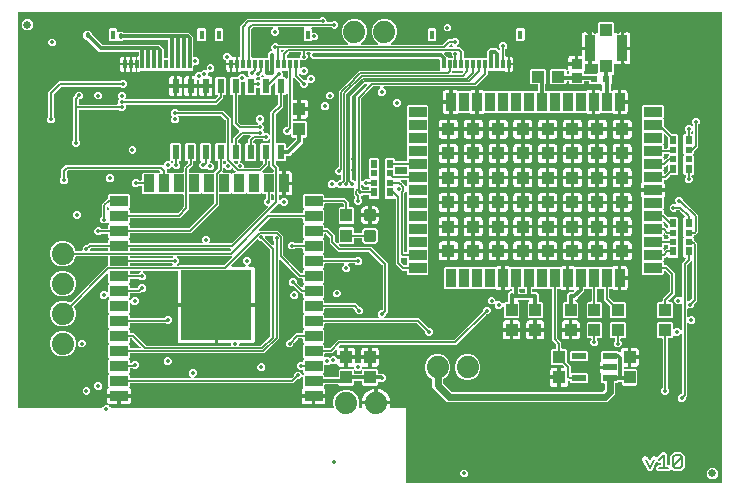
<source format=gtl>
G04 EAGLE Gerber RS-274X export*
G75*
%MOMM*%
%FSLAX34Y34*%
%LPD*%
%INTop Copper*%
%IPPOS*%
%AMOC8*
5,1,8,0,0,1.08239X$1,22.5*%
G01*
%ADD10C,0.203200*%
%ADD11C,0.635000*%
%ADD12C,0.300000*%
%ADD13R,1.000000X1.100000*%
%ADD14R,0.900000X0.850000*%
%ADD15R,1.100000X1.000000*%
%ADD16R,0.600000X0.600000*%
%ADD17R,0.850000X1.520000*%
%ADD18R,1.520000X0.850000*%
%ADD19R,1.100000X1.100000*%
%ADD20R,0.550000X0.800000*%
%ADD21R,0.550000X0.500000*%
%ADD22R,1.500000X0.900000*%
%ADD23R,0.900000X1.500000*%
%ADD24R,6.000000X6.000000*%
%ADD25C,1.879600*%
%ADD26R,0.850000X2.200000*%
%ADD27R,1.000000X1.050000*%
%ADD28R,0.600000X1.200000*%
%ADD29R,0.300000X0.800000*%
%ADD30R,0.400000X0.800000*%
%ADD31R,1.200000X0.550000*%
%ADD32C,0.304800*%
%ADD33C,0.352400*%
%ADD34C,0.127000*%
%ADD35C,0.330000*%
%ADD36C,0.350000*%
%ADD37C,0.457200*%
%ADD38C,0.558800*%
%ADD39C,0.177800*%

G36*
X597484Y1778D02*
X597484Y1778D01*
X597503Y1776D01*
X597605Y1798D01*
X597707Y1814D01*
X597724Y1824D01*
X597744Y1828D01*
X597833Y1881D01*
X597924Y1930D01*
X597938Y1944D01*
X597955Y1954D01*
X598022Y2033D01*
X598094Y2108D01*
X598102Y2126D01*
X598115Y2141D01*
X598154Y2237D01*
X598197Y2331D01*
X598199Y2351D01*
X598207Y2369D01*
X598225Y2536D01*
X598225Y400000D01*
X598222Y400020D01*
X598224Y400039D01*
X598202Y400141D01*
X598186Y400243D01*
X598176Y400260D01*
X598172Y400280D01*
X598119Y400369D01*
X598070Y400460D01*
X598056Y400474D01*
X598046Y400491D01*
X597967Y400558D01*
X597892Y400630D01*
X597874Y400638D01*
X597859Y400651D01*
X597763Y400690D01*
X597669Y400733D01*
X597649Y400735D01*
X597631Y400743D01*
X597464Y400761D01*
X2536Y400761D01*
X2516Y400758D01*
X2497Y400760D01*
X2395Y400738D01*
X2293Y400722D01*
X2276Y400712D01*
X2256Y400708D01*
X2167Y400655D01*
X2076Y400606D01*
X2062Y400592D01*
X2045Y400582D01*
X1978Y400503D01*
X1906Y400428D01*
X1898Y400410D01*
X1885Y400395D01*
X1846Y400299D01*
X1803Y400205D01*
X1801Y400185D01*
X1793Y400167D01*
X1775Y400000D01*
X1775Y66397D01*
X1778Y66377D01*
X1776Y66358D01*
X1798Y66256D01*
X1814Y66154D01*
X1824Y66137D01*
X1828Y66117D01*
X1881Y66028D01*
X1930Y65937D01*
X1944Y65923D01*
X1954Y65906D01*
X2033Y65839D01*
X2108Y65767D01*
X2126Y65759D01*
X2141Y65746D01*
X2237Y65707D01*
X2331Y65664D01*
X2351Y65662D01*
X2369Y65654D01*
X2536Y65636D01*
X72952Y65636D01*
X72972Y65639D01*
X72991Y65637D01*
X73093Y65659D01*
X73195Y65675D01*
X73212Y65685D01*
X73232Y65689D01*
X73321Y65742D01*
X73412Y65791D01*
X73426Y65805D01*
X73443Y65815D01*
X73510Y65894D01*
X73582Y65969D01*
X73590Y65987D01*
X73603Y66002D01*
X73642Y66098D01*
X73685Y66192D01*
X73687Y66212D01*
X73695Y66230D01*
X73709Y66357D01*
X75639Y68287D01*
X77602Y68287D01*
X77673Y68298D01*
X77745Y68300D01*
X77794Y68318D01*
X77845Y68326D01*
X77908Y68360D01*
X77976Y68385D01*
X78017Y68417D01*
X78062Y68442D01*
X78112Y68493D01*
X78168Y68538D01*
X78196Y68582D01*
X78232Y68620D01*
X78262Y68685D01*
X78301Y68745D01*
X78314Y68796D01*
X78335Y68843D01*
X78343Y68914D01*
X78361Y68984D01*
X78357Y69036D01*
X78363Y69087D01*
X78347Y69158D01*
X78342Y69229D01*
X78321Y69277D01*
X78310Y69328D01*
X78273Y69389D01*
X78245Y69455D01*
X78201Y69511D01*
X78184Y69539D01*
X78166Y69554D01*
X78141Y69586D01*
X78087Y69640D01*
X77752Y70219D01*
X77579Y70866D01*
X77579Y74177D01*
X86097Y74177D01*
X86097Y68659D01*
X79827Y68659D01*
X79756Y68648D01*
X79684Y68646D01*
X79635Y68628D01*
X79584Y68620D01*
X79521Y68586D01*
X79453Y68561D01*
X79413Y68529D01*
X79367Y68504D01*
X79317Y68452D01*
X79261Y68408D01*
X79233Y68364D01*
X79197Y68326D01*
X79167Y68261D01*
X79128Y68201D01*
X79115Y68150D01*
X79094Y68103D01*
X79086Y68032D01*
X79068Y67962D01*
X79072Y67910D01*
X79066Y67859D01*
X79082Y67788D01*
X79087Y67717D01*
X79108Y67669D01*
X79119Y67618D01*
X79156Y67557D01*
X79184Y67491D01*
X79228Y67435D01*
X79245Y67407D01*
X79263Y67392D01*
X79288Y67360D01*
X80288Y66360D01*
X80288Y66358D01*
X80310Y66256D01*
X80326Y66154D01*
X80336Y66137D01*
X80340Y66117D01*
X80393Y66028D01*
X80442Y65937D01*
X80456Y65923D01*
X80466Y65906D01*
X80545Y65839D01*
X80620Y65767D01*
X80638Y65759D01*
X80653Y65746D01*
X80749Y65707D01*
X80843Y65664D01*
X80863Y65662D01*
X80881Y65654D01*
X81048Y65636D01*
X268846Y65636D01*
X268891Y65643D01*
X268937Y65641D01*
X269012Y65663D01*
X269089Y65675D01*
X269129Y65697D01*
X269173Y65710D01*
X269237Y65754D01*
X269306Y65791D01*
X269337Y65824D01*
X269375Y65850D01*
X269422Y65913D01*
X269475Y65969D01*
X269495Y66011D01*
X269522Y66047D01*
X269546Y66121D01*
X269579Y66192D01*
X269584Y66238D01*
X269598Y66281D01*
X269597Y66359D01*
X269606Y66436D01*
X269596Y66481D01*
X269596Y66527D01*
X269558Y66659D01*
X269554Y66677D01*
X269551Y66681D01*
X269549Y66688D01*
X269077Y67827D01*
X269077Y72173D01*
X270740Y76187D01*
X273813Y79260D01*
X277827Y80923D01*
X282173Y80923D01*
X286187Y79260D01*
X289260Y76187D01*
X290923Y72173D01*
X290923Y67827D01*
X290451Y66688D01*
X290440Y66644D01*
X290421Y66602D01*
X290413Y66525D01*
X290395Y66449D01*
X290399Y66403D01*
X290394Y66358D01*
X290411Y66281D01*
X290418Y66204D01*
X290437Y66162D01*
X290446Y66117D01*
X290486Y66050D01*
X290518Y65979D01*
X290549Y65945D01*
X290572Y65906D01*
X290632Y65855D01*
X290684Y65798D01*
X290724Y65776D01*
X290759Y65746D01*
X290832Y65717D01*
X290900Y65680D01*
X290945Y65671D01*
X290988Y65654D01*
X291123Y65639D01*
X291142Y65636D01*
X291147Y65637D01*
X291154Y65636D01*
X293217Y65636D01*
X293233Y65638D01*
X293249Y65636D01*
X293354Y65658D01*
X293460Y65675D01*
X293474Y65683D01*
X293490Y65686D01*
X293583Y65740D01*
X293677Y65791D01*
X293688Y65802D01*
X293702Y65810D01*
X293773Y65891D01*
X293847Y65969D01*
X293853Y65983D01*
X293864Y65995D01*
X293905Y66095D01*
X293950Y66192D01*
X293952Y66208D01*
X293958Y66223D01*
X293966Y66330D01*
X293977Y66436D01*
X293974Y66452D01*
X293975Y66468D01*
X293941Y66632D01*
X293755Y67204D01*
X293554Y68477D01*
X304638Y68477D01*
X304658Y68480D01*
X304677Y68478D01*
X304779Y68500D01*
X304881Y68517D01*
X304898Y68526D01*
X304918Y68530D01*
X305007Y68583D01*
X305098Y68632D01*
X305112Y68646D01*
X305129Y68656D01*
X305196Y68735D01*
X305267Y68810D01*
X305276Y68828D01*
X305289Y68843D01*
X305327Y68939D01*
X305371Y69033D01*
X305373Y69053D01*
X305381Y69071D01*
X305399Y69238D01*
X305399Y70001D01*
X305401Y70001D01*
X305401Y69238D01*
X305404Y69218D01*
X305402Y69199D01*
X305424Y69097D01*
X305441Y68995D01*
X305450Y68978D01*
X305454Y68958D01*
X305507Y68869D01*
X305556Y68778D01*
X305570Y68764D01*
X305580Y68747D01*
X305659Y68680D01*
X305734Y68609D01*
X305752Y68600D01*
X305767Y68587D01*
X305863Y68548D01*
X305957Y68505D01*
X305977Y68503D01*
X305995Y68495D01*
X306162Y68477D01*
X317246Y68477D01*
X317045Y67204D01*
X316859Y66632D01*
X316856Y66616D01*
X316850Y66602D01*
X316838Y66496D01*
X316822Y66389D01*
X316824Y66373D01*
X316823Y66358D01*
X316845Y66253D01*
X316864Y66147D01*
X316872Y66133D01*
X316875Y66117D01*
X316930Y66025D01*
X316981Y65931D01*
X316993Y65920D01*
X317001Y65906D01*
X317082Y65836D01*
X317161Y65763D01*
X317176Y65757D01*
X317188Y65746D01*
X317288Y65706D01*
X317385Y65662D01*
X317401Y65660D01*
X317416Y65654D01*
X317583Y65636D01*
X330263Y65636D01*
X330636Y65263D01*
X330636Y2536D01*
X330639Y2516D01*
X330637Y2497D01*
X330659Y2395D01*
X330675Y2293D01*
X330685Y2276D01*
X330689Y2256D01*
X330742Y2167D01*
X330791Y2076D01*
X330805Y2062D01*
X330815Y2045D01*
X330894Y1978D01*
X330969Y1906D01*
X330987Y1898D01*
X331002Y1885D01*
X331098Y1846D01*
X331192Y1803D01*
X331212Y1801D01*
X331230Y1793D01*
X331397Y1775D01*
X597464Y1775D01*
X597484Y1778D01*
G37*
%LPC*%
G36*
X87619Y75699D02*
X87619Y75699D01*
X87619Y76462D01*
X87616Y76482D01*
X87618Y76501D01*
X87596Y76603D01*
X87579Y76705D01*
X87570Y76722D01*
X87566Y76742D01*
X87513Y76831D01*
X87464Y76922D01*
X87450Y76936D01*
X87440Y76953D01*
X87361Y77020D01*
X87286Y77091D01*
X87268Y77100D01*
X87253Y77113D01*
X87157Y77152D01*
X87063Y77195D01*
X87043Y77197D01*
X87025Y77205D01*
X86858Y77223D01*
X77579Y77223D01*
X77579Y80534D01*
X77752Y81181D01*
X78087Y81760D01*
X78557Y82230D01*
X78569Y82246D01*
X78584Y82259D01*
X78640Y82346D01*
X78701Y82430D01*
X78706Y82449D01*
X78717Y82466D01*
X78742Y82566D01*
X78773Y82665D01*
X78772Y82685D01*
X78777Y82704D01*
X78769Y82807D01*
X78767Y82911D01*
X78760Y82930D01*
X78758Y82949D01*
X78718Y83045D01*
X78682Y83142D01*
X78670Y83157D01*
X78662Y83176D01*
X78595Y83259D01*
X78595Y93532D01*
X79275Y94212D01*
X79287Y94228D01*
X79303Y94240D01*
X79359Y94328D01*
X79419Y94411D01*
X79425Y94430D01*
X79436Y94447D01*
X79461Y94548D01*
X79491Y94647D01*
X79491Y94666D01*
X79496Y94686D01*
X79488Y94789D01*
X79485Y94892D01*
X79478Y94911D01*
X79477Y94931D01*
X79436Y95026D01*
X79401Y95123D01*
X79388Y95139D01*
X79380Y95157D01*
X79275Y95288D01*
X78595Y95968D01*
X78595Y106232D01*
X79275Y106912D01*
X79287Y106928D01*
X79303Y106940D01*
X79359Y107028D01*
X79419Y107111D01*
X79425Y107130D01*
X79436Y107147D01*
X79461Y107248D01*
X79491Y107347D01*
X79491Y107366D01*
X79496Y107386D01*
X79488Y107489D01*
X79485Y107592D01*
X79478Y107611D01*
X79477Y107631D01*
X79436Y107726D01*
X79401Y107823D01*
X79388Y107839D01*
X79380Y107857D01*
X79275Y107988D01*
X78595Y108668D01*
X78595Y118932D01*
X79275Y119612D01*
X79287Y119628D01*
X79303Y119640D01*
X79359Y119728D01*
X79419Y119811D01*
X79425Y119830D01*
X79436Y119847D01*
X79461Y119948D01*
X79491Y120047D01*
X79491Y120066D01*
X79496Y120086D01*
X79488Y120189D01*
X79485Y120292D01*
X79478Y120311D01*
X79477Y120331D01*
X79436Y120426D01*
X79401Y120523D01*
X79388Y120539D01*
X79380Y120557D01*
X79275Y120688D01*
X78595Y121368D01*
X78595Y131632D01*
X79275Y132312D01*
X79287Y132328D01*
X79303Y132340D01*
X79359Y132428D01*
X79419Y132511D01*
X79425Y132530D01*
X79436Y132547D01*
X79461Y132648D01*
X79491Y132747D01*
X79491Y132766D01*
X79496Y132786D01*
X79488Y132889D01*
X79485Y132992D01*
X79478Y133011D01*
X79477Y133031D01*
X79436Y133126D01*
X79401Y133223D01*
X79388Y133239D01*
X79380Y133257D01*
X79275Y133388D01*
X78595Y134068D01*
X78595Y144332D01*
X79275Y145012D01*
X79287Y145028D01*
X79303Y145040D01*
X79359Y145128D01*
X79419Y145211D01*
X79425Y145230D01*
X79436Y145247D01*
X79461Y145348D01*
X79491Y145447D01*
X79491Y145466D01*
X79496Y145486D01*
X79488Y145589D01*
X79485Y145692D01*
X79478Y145711D01*
X79477Y145731D01*
X79436Y145826D01*
X79401Y145923D01*
X79388Y145939D01*
X79380Y145957D01*
X79275Y146088D01*
X78595Y146768D01*
X78595Y157032D01*
X79275Y157712D01*
X79287Y157728D01*
X79303Y157740D01*
X79359Y157828D01*
X79419Y157911D01*
X79425Y157930D01*
X79436Y157947D01*
X79461Y158048D01*
X79491Y158147D01*
X79491Y158166D01*
X79496Y158186D01*
X79488Y158289D01*
X79485Y158392D01*
X79478Y158411D01*
X79477Y158431D01*
X79436Y158526D01*
X79401Y158623D01*
X79388Y158639D01*
X79380Y158657D01*
X79275Y158788D01*
X78894Y159170D01*
X78878Y159181D01*
X78866Y159197D01*
X78778Y159253D01*
X78694Y159313D01*
X78676Y159319D01*
X78659Y159330D01*
X78558Y159355D01*
X78459Y159385D01*
X78439Y159385D01*
X78420Y159390D01*
X78317Y159382D01*
X78213Y159379D01*
X78195Y159372D01*
X78175Y159371D01*
X78080Y159330D01*
X77982Y159295D01*
X77967Y159282D01*
X77949Y159274D01*
X77818Y159170D01*
X76361Y157713D01*
X73639Y157713D01*
X71713Y159639D01*
X71713Y162361D01*
X73639Y164287D01*
X76361Y164287D01*
X77296Y163352D01*
X77354Y163311D01*
X77406Y163261D01*
X77453Y163239D01*
X77495Y163209D01*
X77564Y163188D01*
X77629Y163158D01*
X77681Y163152D01*
X77731Y163136D01*
X77802Y163138D01*
X77873Y163130D01*
X77924Y163142D01*
X77976Y163143D01*
X78044Y163167D01*
X78114Y163183D01*
X78159Y163209D01*
X78207Y163227D01*
X78263Y163272D01*
X78325Y163309D01*
X78359Y163348D01*
X78399Y163381D01*
X78438Y163441D01*
X78485Y163496D01*
X78504Y163544D01*
X78532Y163588D01*
X78550Y163657D01*
X78577Y163724D01*
X78585Y163795D01*
X78593Y163826D01*
X78591Y163850D01*
X78595Y163891D01*
X78595Y169732D01*
X79275Y170412D01*
X79287Y170428D01*
X79303Y170440D01*
X79359Y170528D01*
X79419Y170611D01*
X79425Y170630D01*
X79436Y170647D01*
X79461Y170748D01*
X79491Y170847D01*
X79491Y170866D01*
X79496Y170886D01*
X79488Y170989D01*
X79485Y171092D01*
X79478Y171111D01*
X79477Y171131D01*
X79436Y171226D01*
X79401Y171323D01*
X79388Y171339D01*
X79380Y171357D01*
X79275Y171488D01*
X78595Y172168D01*
X78595Y179103D01*
X78584Y179174D01*
X78582Y179246D01*
X78564Y179295D01*
X78556Y179346D01*
X78522Y179409D01*
X78497Y179477D01*
X78465Y179517D01*
X78440Y179563D01*
X78388Y179613D01*
X78344Y179669D01*
X78300Y179697D01*
X78262Y179733D01*
X78197Y179763D01*
X78137Y179802D01*
X78086Y179814D01*
X78039Y179836D01*
X77968Y179844D01*
X77898Y179862D01*
X77846Y179858D01*
X77795Y179863D01*
X77724Y179848D01*
X77653Y179843D01*
X77605Y179822D01*
X77554Y179811D01*
X77493Y179774D01*
X77427Y179746D01*
X77371Y179701D01*
X77343Y179685D01*
X77328Y179667D01*
X77296Y179641D01*
X49614Y151960D01*
X49547Y151866D01*
X49476Y151771D01*
X49474Y151765D01*
X49471Y151760D01*
X49437Y151649D01*
X49400Y151537D01*
X49400Y151531D01*
X49398Y151525D01*
X49401Y151408D01*
X49402Y151291D01*
X49405Y151284D01*
X49405Y151279D01*
X49411Y151262D01*
X49449Y151130D01*
X50923Y147573D01*
X50923Y143227D01*
X49260Y139213D01*
X46187Y136140D01*
X42173Y134477D01*
X37827Y134477D01*
X33813Y136140D01*
X30740Y139213D01*
X29077Y143227D01*
X29077Y147573D01*
X30740Y151587D01*
X33813Y154660D01*
X37827Y156323D01*
X42173Y156323D01*
X45730Y154849D01*
X45844Y154823D01*
X45957Y154794D01*
X45964Y154794D01*
X45970Y154793D01*
X46086Y154804D01*
X46203Y154813D01*
X46208Y154815D01*
X46215Y154816D01*
X46322Y154864D01*
X46429Y154909D01*
X46435Y154914D01*
X46439Y154916D01*
X46453Y154929D01*
X46560Y155014D01*
X77554Y186009D01*
X77834Y186009D01*
X77854Y186012D01*
X77873Y186010D01*
X77975Y186032D01*
X78077Y186048D01*
X78094Y186058D01*
X78114Y186062D01*
X78203Y186115D01*
X78294Y186164D01*
X78308Y186178D01*
X78325Y186188D01*
X78392Y186267D01*
X78464Y186342D01*
X78472Y186360D01*
X78485Y186375D01*
X78524Y186471D01*
X78567Y186565D01*
X78569Y186585D01*
X78577Y186603D01*
X78595Y186770D01*
X78595Y193279D01*
X78592Y193299D01*
X78594Y193318D01*
X78572Y193420D01*
X78556Y193522D01*
X78546Y193539D01*
X78542Y193559D01*
X78489Y193648D01*
X78440Y193739D01*
X78426Y193753D01*
X78416Y193770D01*
X78337Y193837D01*
X78262Y193909D01*
X78244Y193917D01*
X78229Y193930D01*
X78133Y193969D01*
X78039Y194012D01*
X78019Y194014D01*
X78001Y194022D01*
X77834Y194040D01*
X51437Y194040D01*
X51322Y194021D01*
X51206Y194004D01*
X51200Y194002D01*
X51194Y194001D01*
X51091Y193946D01*
X50987Y193893D01*
X50982Y193888D01*
X50977Y193885D01*
X50896Y193801D01*
X50814Y193717D01*
X50811Y193711D01*
X50807Y193707D01*
X50799Y193690D01*
X50733Y193570D01*
X49260Y190013D01*
X46187Y186940D01*
X42173Y185277D01*
X37827Y185277D01*
X33813Y186940D01*
X30740Y190013D01*
X29077Y194027D01*
X29077Y198373D01*
X30740Y202387D01*
X33813Y205460D01*
X37827Y207123D01*
X42173Y207123D01*
X46187Y205460D01*
X49260Y202387D01*
X50733Y198830D01*
X50795Y198730D01*
X50855Y198630D01*
X50860Y198626D01*
X50863Y198621D01*
X50953Y198546D01*
X51042Y198470D01*
X51048Y198468D01*
X51053Y198464D01*
X51161Y198422D01*
X51270Y198378D01*
X51278Y198377D01*
X51282Y198376D01*
X51300Y198375D01*
X51437Y198360D01*
X55952Y198360D01*
X55972Y198363D01*
X55991Y198361D01*
X56093Y198383D01*
X56195Y198399D01*
X56212Y198409D01*
X56232Y198413D01*
X56321Y198466D01*
X56412Y198515D01*
X56426Y198529D01*
X56443Y198539D01*
X56510Y198618D01*
X56582Y198693D01*
X56590Y198711D01*
X56603Y198726D01*
X56642Y198822D01*
X56685Y198916D01*
X56687Y198936D01*
X56695Y198954D01*
X56713Y199121D01*
X56713Y201361D01*
X58639Y203287D01*
X59917Y203287D01*
X60007Y203301D01*
X60098Y203309D01*
X60128Y203321D01*
X60160Y203326D01*
X60241Y203369D01*
X60324Y203405D01*
X60357Y203431D01*
X60377Y203442D01*
X60399Y203465D01*
X60455Y203510D01*
X61805Y204860D01*
X77834Y204860D01*
X77854Y204863D01*
X77873Y204861D01*
X77975Y204883D01*
X78077Y204899D01*
X78094Y204909D01*
X78114Y204913D01*
X78203Y204966D01*
X78294Y205015D01*
X78308Y205029D01*
X78325Y205039D01*
X78392Y205118D01*
X78464Y205193D01*
X78472Y205211D01*
X78485Y205226D01*
X78524Y205322D01*
X78567Y205416D01*
X78569Y205436D01*
X78577Y205454D01*
X78595Y205621D01*
X78595Y207832D01*
X79275Y208512D01*
X79287Y208528D01*
X79303Y208540D01*
X79359Y208628D01*
X79419Y208711D01*
X79425Y208730D01*
X79436Y208747D01*
X79461Y208848D01*
X79491Y208947D01*
X79491Y208966D01*
X79496Y208986D01*
X79488Y209089D01*
X79485Y209192D01*
X79478Y209211D01*
X79477Y209231D01*
X79436Y209326D01*
X79401Y209423D01*
X79388Y209439D01*
X79380Y209457D01*
X79275Y209588D01*
X78595Y210268D01*
X78595Y212079D01*
X78592Y212099D01*
X78594Y212118D01*
X78572Y212220D01*
X78556Y212322D01*
X78546Y212339D01*
X78542Y212359D01*
X78489Y212448D01*
X78440Y212539D01*
X78426Y212553D01*
X78416Y212570D01*
X78337Y212637D01*
X78262Y212709D01*
X78244Y212717D01*
X78229Y212730D01*
X78133Y212769D01*
X78039Y212812D01*
X78019Y212814D01*
X78001Y212822D01*
X77834Y212840D01*
X72804Y212840D01*
X72714Y212826D01*
X72623Y212818D01*
X72593Y212806D01*
X72561Y212801D01*
X72480Y212758D01*
X72396Y212722D01*
X72364Y212696D01*
X72344Y212685D01*
X72321Y212662D01*
X72265Y212617D01*
X71361Y211713D01*
X68639Y211713D01*
X66713Y213639D01*
X66713Y216361D01*
X68639Y218287D01*
X71361Y218287D01*
X72265Y217383D01*
X72339Y217330D01*
X72409Y217270D01*
X72439Y217258D01*
X72465Y217239D01*
X72552Y217212D01*
X72637Y217178D01*
X72678Y217174D01*
X72700Y217167D01*
X72732Y217168D01*
X72804Y217160D01*
X77834Y217160D01*
X77854Y217163D01*
X77873Y217161D01*
X77975Y217183D01*
X78077Y217199D01*
X78094Y217209D01*
X78114Y217213D01*
X78203Y217266D01*
X78294Y217315D01*
X78308Y217329D01*
X78325Y217339D01*
X78392Y217418D01*
X78464Y217493D01*
X78472Y217511D01*
X78485Y217526D01*
X78524Y217622D01*
X78567Y217716D01*
X78569Y217736D01*
X78577Y217754D01*
X78595Y217921D01*
X78595Y220532D01*
X79275Y221212D01*
X79287Y221228D01*
X79303Y221240D01*
X79359Y221328D01*
X79419Y221411D01*
X79425Y221430D01*
X79436Y221447D01*
X79461Y221548D01*
X79491Y221647D01*
X79491Y221666D01*
X79496Y221686D01*
X79488Y221789D01*
X79485Y221892D01*
X79478Y221911D01*
X79477Y221931D01*
X79436Y222026D01*
X79401Y222123D01*
X79388Y222139D01*
X79380Y222157D01*
X79294Y222265D01*
X79293Y222267D01*
X79292Y222268D01*
X79275Y222288D01*
X78644Y222920D01*
X78628Y222931D01*
X78616Y222947D01*
X78528Y223003D01*
X78444Y223063D01*
X78426Y223069D01*
X78409Y223080D01*
X78308Y223105D01*
X78209Y223135D01*
X78189Y223135D01*
X78170Y223140D01*
X78067Y223132D01*
X77963Y223129D01*
X77945Y223122D01*
X77925Y223121D01*
X77830Y223080D01*
X77732Y223045D01*
X77717Y223032D01*
X77699Y223024D01*
X77568Y222920D01*
X76361Y221713D01*
X73639Y221713D01*
X71713Y223639D01*
X71713Y226361D01*
X72617Y227265D01*
X72670Y227339D01*
X72730Y227409D01*
X72742Y227439D01*
X72761Y227465D01*
X72788Y227552D01*
X72822Y227637D01*
X72826Y227678D01*
X72833Y227700D01*
X72832Y227732D01*
X72840Y227804D01*
X72840Y237895D01*
X77916Y242970D01*
X77975Y242983D01*
X78077Y242999D01*
X78094Y243009D01*
X78114Y243013D01*
X78203Y243066D01*
X78294Y243115D01*
X78308Y243129D01*
X78325Y243139D01*
X78392Y243218D01*
X78464Y243293D01*
X78472Y243311D01*
X78485Y243326D01*
X78524Y243422D01*
X78567Y243516D01*
X78569Y243536D01*
X78577Y243554D01*
X78595Y243721D01*
X78595Y245932D01*
X79488Y246825D01*
X95752Y246825D01*
X96645Y245932D01*
X96645Y235668D01*
X95965Y234988D01*
X95953Y234972D01*
X95937Y234960D01*
X95881Y234872D01*
X95821Y234789D01*
X95815Y234770D01*
X95804Y234753D01*
X95779Y234652D01*
X95749Y234553D01*
X95749Y234534D01*
X95744Y234514D01*
X95752Y234411D01*
X95755Y234308D01*
X95762Y234289D01*
X95763Y234269D01*
X95804Y234174D01*
X95839Y234077D01*
X95852Y234061D01*
X95860Y234043D01*
X95965Y233912D01*
X96645Y233232D01*
X96645Y231021D01*
X96648Y231001D01*
X96646Y230982D01*
X96668Y230880D01*
X96684Y230778D01*
X96694Y230761D01*
X96698Y230741D01*
X96751Y230652D01*
X96800Y230561D01*
X96814Y230547D01*
X96824Y230530D01*
X96903Y230463D01*
X96978Y230391D01*
X96996Y230383D01*
X97011Y230370D01*
X97107Y230331D01*
X97201Y230288D01*
X97221Y230286D01*
X97239Y230278D01*
X97406Y230260D01*
X136890Y230260D01*
X136980Y230274D01*
X137071Y230282D01*
X137101Y230294D01*
X137133Y230299D01*
X137214Y230342D01*
X137297Y230378D01*
X137330Y230404D01*
X137350Y230415D01*
X137372Y230438D01*
X137428Y230483D01*
X142018Y235073D01*
X142071Y235147D01*
X142131Y235216D01*
X142143Y235246D01*
X142162Y235272D01*
X142189Y235359D01*
X142223Y235444D01*
X142227Y235485D01*
X142234Y235507D01*
X142233Y235540D01*
X142241Y235611D01*
X142241Y245914D01*
X142238Y245934D01*
X142240Y245953D01*
X142218Y246055D01*
X142202Y246157D01*
X142192Y246174D01*
X142188Y246194D01*
X142135Y246283D01*
X142086Y246374D01*
X142072Y246388D01*
X142062Y246405D01*
X141983Y246472D01*
X141908Y246544D01*
X141890Y246552D01*
X141875Y246565D01*
X141779Y246604D01*
X141685Y246647D01*
X141665Y246649D01*
X141647Y246657D01*
X141480Y246675D01*
X133118Y246675D01*
X132438Y247355D01*
X132422Y247367D01*
X132410Y247383D01*
X132322Y247439D01*
X132239Y247499D01*
X132220Y247505D01*
X132203Y247516D01*
X132102Y247541D01*
X132003Y247571D01*
X131984Y247571D01*
X131964Y247576D01*
X131861Y247568D01*
X131758Y247565D01*
X131739Y247558D01*
X131719Y247557D01*
X131624Y247516D01*
X131527Y247481D01*
X131511Y247468D01*
X131493Y247460D01*
X131362Y247355D01*
X130682Y246675D01*
X120418Y246675D01*
X119738Y247355D01*
X119722Y247367D01*
X119710Y247383D01*
X119622Y247439D01*
X119539Y247499D01*
X119520Y247505D01*
X119503Y247516D01*
X119402Y247541D01*
X119303Y247571D01*
X119284Y247571D01*
X119264Y247576D01*
X119161Y247568D01*
X119058Y247565D01*
X119039Y247558D01*
X119019Y247557D01*
X118924Y247516D01*
X118827Y247481D01*
X118811Y247468D01*
X118793Y247460D01*
X118662Y247355D01*
X117982Y246675D01*
X107718Y246675D01*
X106825Y247568D01*
X106825Y252779D01*
X106822Y252799D01*
X106824Y252818D01*
X106802Y252920D01*
X106786Y253022D01*
X106776Y253039D01*
X106772Y253059D01*
X106719Y253148D01*
X106670Y253239D01*
X106656Y253253D01*
X106646Y253270D01*
X106567Y253337D01*
X106492Y253409D01*
X106474Y253417D01*
X106459Y253430D01*
X106363Y253469D01*
X106269Y253512D01*
X106249Y253514D01*
X106231Y253522D01*
X106064Y253540D01*
X104504Y253540D01*
X104414Y253526D01*
X104323Y253518D01*
X104293Y253506D01*
X104261Y253501D01*
X104180Y253458D01*
X104096Y253422D01*
X104064Y253396D01*
X104044Y253385D01*
X104021Y253362D01*
X103965Y253317D01*
X103361Y252713D01*
X100639Y252713D01*
X98713Y254639D01*
X98713Y257361D01*
X100639Y259287D01*
X103361Y259287D01*
X104565Y258083D01*
X104639Y258030D01*
X104709Y257970D01*
X104739Y257958D01*
X104765Y257939D01*
X104852Y257912D01*
X104937Y257878D01*
X104978Y257874D01*
X105000Y257867D01*
X105032Y257868D01*
X105104Y257860D01*
X106064Y257860D01*
X106084Y257863D01*
X106103Y257861D01*
X106205Y257883D01*
X106307Y257899D01*
X106324Y257909D01*
X106344Y257913D01*
X106433Y257966D01*
X106524Y258015D01*
X106538Y258029D01*
X106555Y258039D01*
X106622Y258118D01*
X106694Y258193D01*
X106702Y258211D01*
X106715Y258226D01*
X106754Y258322D01*
X106797Y258416D01*
X106799Y258436D01*
X106807Y258454D01*
X106825Y258621D01*
X106825Y263832D01*
X107718Y264725D01*
X117982Y264725D01*
X118662Y264045D01*
X118678Y264033D01*
X118690Y264017D01*
X118778Y263961D01*
X118861Y263901D01*
X118880Y263895D01*
X118897Y263884D01*
X118998Y263859D01*
X119097Y263829D01*
X119116Y263829D01*
X119136Y263824D01*
X119239Y263832D01*
X119342Y263835D01*
X119361Y263842D01*
X119381Y263843D01*
X119476Y263884D01*
X119573Y263919D01*
X119589Y263932D01*
X119607Y263940D01*
X119738Y264045D01*
X120418Y264725D01*
X122024Y264725D01*
X122095Y264736D01*
X122166Y264738D01*
X122215Y264756D01*
X122267Y264764D01*
X122330Y264798D01*
X122397Y264823D01*
X122438Y264855D01*
X122484Y264880D01*
X122533Y264931D01*
X122589Y264976D01*
X122618Y265020D01*
X122653Y265058D01*
X122684Y265123D01*
X122722Y265183D01*
X122735Y265234D01*
X122757Y265281D01*
X122765Y265352D01*
X122782Y265422D01*
X122778Y265474D01*
X122784Y265525D01*
X122769Y265596D01*
X122763Y265667D01*
X122743Y265715D01*
X122732Y265766D01*
X122695Y265827D01*
X122667Y265893D01*
X122622Y265949D01*
X122606Y265977D01*
X122588Y265992D01*
X122562Y266024D01*
X122223Y266363D01*
X122149Y266416D01*
X122080Y266476D01*
X122050Y266488D01*
X122023Y266507D01*
X121936Y266534D01*
X121852Y266568D01*
X121811Y266572D01*
X121788Y266579D01*
X121756Y266578D01*
X121685Y266586D01*
X44815Y266586D01*
X44725Y266572D01*
X44634Y266564D01*
X44604Y266552D01*
X44572Y266547D01*
X44492Y266504D01*
X44408Y266468D01*
X44376Y266442D01*
X44355Y266431D01*
X44333Y266408D01*
X44277Y266363D01*
X43637Y265723D01*
X43584Y265649D01*
X43524Y265580D01*
X43512Y265550D01*
X43493Y265523D01*
X43466Y265436D01*
X43432Y265352D01*
X43428Y265311D01*
X43421Y265288D01*
X43422Y265256D01*
X43414Y265185D01*
X43414Y261050D01*
X43428Y260960D01*
X43436Y260869D01*
X43448Y260839D01*
X43453Y260807D01*
X43496Y260726D01*
X43532Y260642D01*
X43558Y260610D01*
X43569Y260590D01*
X43592Y260567D01*
X43637Y260511D01*
X44287Y259861D01*
X44287Y257139D01*
X42361Y255213D01*
X39639Y255213D01*
X37713Y257139D01*
X37713Y259861D01*
X38363Y260511D01*
X38416Y260585D01*
X38476Y260655D01*
X38488Y260685D01*
X38507Y260711D01*
X38534Y260798D01*
X38568Y260883D01*
X38572Y260924D01*
X38579Y260946D01*
X38578Y260978D01*
X38586Y261050D01*
X38586Y267500D01*
X42500Y271414D01*
X124000Y271414D01*
X124414Y271000D01*
X124472Y270958D01*
X124524Y270909D01*
X124571Y270887D01*
X124613Y270856D01*
X124682Y270835D01*
X124747Y270805D01*
X124799Y270799D01*
X124849Y270784D01*
X124920Y270786D01*
X124991Y270778D01*
X125042Y270789D01*
X125094Y270790D01*
X125162Y270815D01*
X125232Y270830D01*
X125277Y270857D01*
X125325Y270875D01*
X125381Y270920D01*
X125443Y270956D01*
X125477Y270996D01*
X125517Y271028D01*
X125556Y271089D01*
X125603Y271143D01*
X125622Y271192D01*
X125650Y271235D01*
X125668Y271305D01*
X125695Y271371D01*
X125703Y271443D01*
X125711Y271474D01*
X125709Y271497D01*
X125713Y271538D01*
X125713Y272361D01*
X127639Y274287D01*
X130269Y274287D01*
X130341Y274298D01*
X130414Y274301D01*
X130462Y274318D01*
X130512Y274326D01*
X130576Y274361D01*
X130645Y274386D01*
X130684Y274418D01*
X130729Y274442D01*
X130779Y274494D01*
X130836Y274540D01*
X130864Y274583D01*
X130899Y274620D01*
X130929Y274686D01*
X130969Y274747D01*
X130981Y274797D01*
X131002Y274843D01*
X131010Y274915D01*
X131028Y274986D01*
X131024Y275037D01*
X131029Y275087D01*
X131025Y275106D01*
X131025Y288632D01*
X131918Y289525D01*
X139182Y289525D01*
X140075Y288632D01*
X140075Y275368D01*
X139182Y274475D01*
X139011Y274475D01*
X138940Y274464D01*
X138868Y274462D01*
X138819Y274444D01*
X138768Y274436D01*
X138705Y274402D01*
X138637Y274377D01*
X138597Y274345D01*
X138551Y274320D01*
X138501Y274268D01*
X138445Y274224D01*
X138417Y274180D01*
X138381Y274142D01*
X138351Y274077D01*
X138312Y274017D01*
X138299Y273966D01*
X138278Y273919D01*
X138270Y273848D01*
X138252Y273778D01*
X138256Y273726D01*
X138250Y273675D01*
X138266Y273604D01*
X138271Y273533D01*
X138292Y273485D01*
X138303Y273434D01*
X138340Y273373D01*
X138368Y273307D01*
X138412Y273251D01*
X138429Y273223D01*
X138447Y273208D01*
X138472Y273176D01*
X139287Y272361D01*
X139287Y269639D01*
X137361Y267713D01*
X134639Y267713D01*
X133038Y269314D01*
X133022Y269325D01*
X133010Y269341D01*
X132922Y269397D01*
X132839Y269457D01*
X132820Y269463D01*
X132803Y269474D01*
X132702Y269499D01*
X132603Y269529D01*
X132584Y269529D01*
X132564Y269534D01*
X132461Y269526D01*
X132358Y269523D01*
X132339Y269516D01*
X132319Y269515D01*
X132224Y269474D01*
X132127Y269439D01*
X132111Y269426D01*
X132093Y269418D01*
X131962Y269314D01*
X130361Y267713D01*
X128725Y267713D01*
X128705Y267710D01*
X128686Y267712D01*
X128584Y267690D01*
X128482Y267674D01*
X128465Y267664D01*
X128445Y267660D01*
X128356Y267607D01*
X128265Y267558D01*
X128251Y267544D01*
X128234Y267534D01*
X128167Y267455D01*
X128095Y267380D01*
X128087Y267362D01*
X128074Y267347D01*
X128035Y267251D01*
X127992Y267157D01*
X127990Y267137D01*
X127982Y267119D01*
X127964Y266952D01*
X127964Y265486D01*
X127967Y265466D01*
X127965Y265447D01*
X127987Y265345D01*
X128003Y265243D01*
X128013Y265226D01*
X128017Y265206D01*
X128070Y265117D01*
X128119Y265026D01*
X128133Y265012D01*
X128143Y264995D01*
X128222Y264928D01*
X128297Y264856D01*
X128315Y264848D01*
X128330Y264835D01*
X128426Y264796D01*
X128520Y264753D01*
X128540Y264751D01*
X128558Y264743D01*
X128725Y264725D01*
X130682Y264725D01*
X131362Y264045D01*
X131378Y264033D01*
X131390Y264017D01*
X131478Y263961D01*
X131561Y263901D01*
X131580Y263895D01*
X131597Y263884D01*
X131698Y263859D01*
X131797Y263829D01*
X131816Y263829D01*
X131836Y263824D01*
X131939Y263832D01*
X132042Y263835D01*
X132061Y263842D01*
X132081Y263843D01*
X132176Y263884D01*
X132273Y263919D01*
X132289Y263932D01*
X132307Y263940D01*
X132438Y264045D01*
X133118Y264725D01*
X141480Y264725D01*
X141500Y264728D01*
X141519Y264726D01*
X141621Y264748D01*
X141723Y264764D01*
X141740Y264774D01*
X141760Y264778D01*
X141849Y264831D01*
X141940Y264880D01*
X141954Y264894D01*
X141971Y264904D01*
X142038Y264983D01*
X142110Y265058D01*
X142118Y265076D01*
X142131Y265091D01*
X142170Y265187D01*
X142213Y265281D01*
X142215Y265301D01*
X142223Y265319D01*
X142241Y265486D01*
X142241Y269296D01*
X145867Y272922D01*
X145920Y272996D01*
X145980Y273065D01*
X145992Y273095D01*
X146011Y273121D01*
X146038Y273208D01*
X146072Y273293D01*
X146076Y273334D01*
X146083Y273356D01*
X146082Y273389D01*
X146090Y273460D01*
X146090Y273714D01*
X146087Y273734D01*
X146089Y273753D01*
X146067Y273855D01*
X146051Y273957D01*
X146041Y273974D01*
X146037Y273994D01*
X145984Y274083D01*
X145935Y274174D01*
X145921Y274188D01*
X145911Y274205D01*
X145832Y274272D01*
X145757Y274344D01*
X145739Y274352D01*
X145724Y274365D01*
X145628Y274404D01*
X145534Y274447D01*
X145514Y274449D01*
X145496Y274457D01*
X145329Y274475D01*
X144618Y274475D01*
X143725Y275368D01*
X143725Y288632D01*
X144618Y289525D01*
X151882Y289525D01*
X152775Y288632D01*
X152775Y275368D01*
X151882Y274475D01*
X151171Y274475D01*
X151151Y274472D01*
X151132Y274474D01*
X151030Y274452D01*
X150928Y274436D01*
X150911Y274426D01*
X150891Y274422D01*
X150802Y274369D01*
X150711Y274320D01*
X150697Y274306D01*
X150680Y274296D01*
X150613Y274217D01*
X150541Y274142D01*
X150533Y274124D01*
X150520Y274109D01*
X150481Y274013D01*
X150438Y273919D01*
X150436Y273899D01*
X150428Y273881D01*
X150410Y273714D01*
X150410Y271355D01*
X146784Y267729D01*
X146731Y267655D01*
X146671Y267586D01*
X146659Y267556D01*
X146640Y267530D01*
X146613Y267443D01*
X146579Y267358D01*
X146575Y267317D01*
X146568Y267295D01*
X146569Y267262D01*
X146561Y267191D01*
X146561Y265486D01*
X146564Y265466D01*
X146562Y265447D01*
X146584Y265345D01*
X146600Y265243D01*
X146610Y265226D01*
X146614Y265206D01*
X146667Y265117D01*
X146716Y265026D01*
X146730Y265012D01*
X146740Y264995D01*
X146819Y264928D01*
X146894Y264856D01*
X146912Y264848D01*
X146927Y264835D01*
X147023Y264796D01*
X147117Y264753D01*
X147137Y264751D01*
X147155Y264743D01*
X147322Y264725D01*
X156082Y264725D01*
X156762Y264045D01*
X156778Y264033D01*
X156790Y264017D01*
X156878Y263961D01*
X156961Y263901D01*
X156980Y263895D01*
X156997Y263884D01*
X157098Y263859D01*
X157197Y263829D01*
X157216Y263829D01*
X157236Y263824D01*
X157339Y263832D01*
X157442Y263835D01*
X157461Y263842D01*
X157481Y263843D01*
X157576Y263884D01*
X157673Y263919D01*
X157689Y263932D01*
X157707Y263940D01*
X157838Y264045D01*
X158518Y264725D01*
X167670Y264725D01*
X167760Y264739D01*
X167851Y264747D01*
X167881Y264759D01*
X167913Y264764D01*
X167994Y264807D01*
X168078Y264843D01*
X168110Y264869D01*
X168130Y264880D01*
X168153Y264903D01*
X168208Y264948D01*
X171267Y268007D01*
X171320Y268080D01*
X171380Y268150D01*
X171392Y268180D01*
X171411Y268206D01*
X171438Y268293D01*
X171472Y268378D01*
X171476Y268419D01*
X171483Y268441D01*
X171482Y268474D01*
X171490Y268545D01*
X171490Y273714D01*
X171487Y273734D01*
X171489Y273753D01*
X171467Y273855D01*
X171451Y273957D01*
X171441Y273974D01*
X171437Y273994D01*
X171384Y274083D01*
X171335Y274174D01*
X171321Y274188D01*
X171311Y274205D01*
X171232Y274272D01*
X171157Y274344D01*
X171139Y274352D01*
X171124Y274365D01*
X171028Y274404D01*
X170934Y274447D01*
X170914Y274449D01*
X170896Y274457D01*
X170729Y274475D01*
X170018Y274475D01*
X169125Y275368D01*
X169125Y288632D01*
X170018Y289525D01*
X177079Y289525D01*
X177099Y289528D01*
X177118Y289526D01*
X177220Y289548D01*
X177322Y289564D01*
X177339Y289574D01*
X177359Y289578D01*
X177448Y289631D01*
X177539Y289680D01*
X177553Y289694D01*
X177570Y289704D01*
X177637Y289783D01*
X177709Y289858D01*
X177717Y289876D01*
X177730Y289891D01*
X177769Y289987D01*
X177812Y290081D01*
X177814Y290101D01*
X177822Y290119D01*
X177840Y290286D01*
X177840Y308790D01*
X177826Y308880D01*
X177818Y308971D01*
X177806Y309001D01*
X177801Y309033D01*
X177758Y309114D01*
X177722Y309197D01*
X177696Y309230D01*
X177685Y309250D01*
X177662Y309272D01*
X177617Y309328D01*
X174328Y312617D01*
X174254Y312670D01*
X174185Y312730D01*
X174155Y312742D01*
X174129Y312761D01*
X174042Y312788D01*
X173957Y312822D01*
X173916Y312826D01*
X173894Y312833D01*
X173861Y312832D01*
X173790Y312840D01*
X138646Y312840D01*
X138575Y312829D01*
X138503Y312827D01*
X138454Y312809D01*
X138403Y312801D01*
X138340Y312767D01*
X138272Y312742D01*
X138232Y312710D01*
X138186Y312685D01*
X138136Y312634D01*
X138080Y312589D01*
X138052Y312545D01*
X138016Y312507D01*
X137986Y312442D01*
X137947Y312382D01*
X137934Y312331D01*
X137913Y312284D01*
X137905Y312213D01*
X137887Y312143D01*
X137891Y312091D01*
X137885Y312040D01*
X137901Y311969D01*
X137906Y311898D01*
X137927Y311850D01*
X137938Y311799D01*
X137975Y311738D01*
X138003Y311672D01*
X138047Y311616D01*
X138064Y311588D01*
X138082Y311573D01*
X138107Y311541D01*
X138287Y311361D01*
X138287Y308639D01*
X136361Y306713D01*
X133639Y306713D01*
X131713Y308639D01*
X131713Y311361D01*
X132314Y311962D01*
X132325Y311978D01*
X132341Y311990D01*
X132397Y312078D01*
X132457Y312161D01*
X132463Y312180D01*
X132474Y312197D01*
X132499Y312298D01*
X132529Y312397D01*
X132529Y312416D01*
X132534Y312436D01*
X132526Y312539D01*
X132523Y312642D01*
X132516Y312661D01*
X132515Y312681D01*
X132474Y312776D01*
X132439Y312873D01*
X132426Y312889D01*
X132418Y312907D01*
X132314Y313038D01*
X131713Y313639D01*
X131713Y316361D01*
X133639Y318287D01*
X136361Y318287D01*
X137265Y317383D01*
X137339Y317330D01*
X137409Y317270D01*
X137439Y317258D01*
X137465Y317239D01*
X137552Y317212D01*
X137637Y317178D01*
X137678Y317174D01*
X137700Y317167D01*
X137732Y317168D01*
X137804Y317160D01*
X175895Y317160D01*
X182160Y310895D01*
X182160Y290286D01*
X182163Y290267D01*
X182161Y290249D01*
X182161Y290248D01*
X182161Y290247D01*
X182183Y290145D01*
X182199Y290043D01*
X182209Y290026D01*
X182213Y290006D01*
X182266Y289917D01*
X182315Y289826D01*
X182329Y289812D01*
X182339Y289795D01*
X182418Y289728D01*
X182493Y289656D01*
X182511Y289648D01*
X182526Y289635D01*
X182622Y289596D01*
X182716Y289553D01*
X182736Y289551D01*
X182754Y289543D01*
X182921Y289525D01*
X183429Y289525D01*
X183449Y289528D01*
X183468Y289526D01*
X183570Y289548D01*
X183672Y289564D01*
X183689Y289574D01*
X183709Y289578D01*
X183798Y289631D01*
X183889Y289680D01*
X183903Y289694D01*
X183920Y289704D01*
X183987Y289783D01*
X184059Y289858D01*
X184067Y289876D01*
X184080Y289891D01*
X184119Y289987D01*
X184162Y290081D01*
X184164Y290101D01*
X184172Y290119D01*
X184190Y290286D01*
X184190Y294245D01*
X189486Y299541D01*
X189528Y299599D01*
X189578Y299651D01*
X189600Y299698D01*
X189630Y299740D01*
X189651Y299809D01*
X189681Y299874D01*
X189687Y299926D01*
X189702Y299976D01*
X189700Y300047D01*
X189708Y300118D01*
X189697Y300169D01*
X189696Y300221D01*
X189671Y300289D01*
X189656Y300359D01*
X189629Y300404D01*
X189612Y300452D01*
X189567Y300508D01*
X189530Y300570D01*
X189490Y300604D01*
X189458Y300644D01*
X189398Y300683D01*
X189343Y300730D01*
X189295Y300749D01*
X189251Y300777D01*
X189181Y300795D01*
X189130Y300816D01*
X184190Y305755D01*
X184190Y329714D01*
X184187Y329734D01*
X184189Y329753D01*
X184167Y329855D01*
X184151Y329957D01*
X184141Y329974D01*
X184137Y329994D01*
X184084Y330083D01*
X184035Y330174D01*
X184021Y330188D01*
X184011Y330205D01*
X183932Y330272D01*
X183857Y330344D01*
X183839Y330352D01*
X183824Y330365D01*
X183728Y330404D01*
X183634Y330447D01*
X183614Y330449D01*
X183596Y330457D01*
X183429Y330475D01*
X182718Y330475D01*
X181825Y331368D01*
X181825Y344632D01*
X182718Y345525D01*
X187952Y345525D01*
X187972Y345528D01*
X187991Y345526D01*
X188093Y345548D01*
X188195Y345564D01*
X188212Y345574D01*
X188232Y345578D01*
X188321Y345631D01*
X188412Y345680D01*
X188426Y345694D01*
X188443Y345704D01*
X188510Y345783D01*
X188582Y345858D01*
X188590Y345876D01*
X188603Y345891D01*
X188642Y345987D01*
X188685Y346081D01*
X188687Y346101D01*
X188695Y346119D01*
X188713Y346286D01*
X188713Y346361D01*
X190639Y348287D01*
X193361Y348287D01*
X195287Y346361D01*
X195287Y346286D01*
X195290Y346266D01*
X195288Y346247D01*
X195310Y346145D01*
X195326Y346043D01*
X195336Y346026D01*
X195340Y346006D01*
X195393Y345917D01*
X195442Y345826D01*
X195456Y345812D01*
X195466Y345795D01*
X195545Y345728D01*
X195620Y345656D01*
X195638Y345648D01*
X195653Y345635D01*
X195749Y345596D01*
X195843Y345553D01*
X195863Y345551D01*
X195881Y345543D01*
X196048Y345525D01*
X196989Y345525D01*
X197060Y345536D01*
X197132Y345538D01*
X197181Y345556D01*
X197232Y345564D01*
X197295Y345598D01*
X197363Y345623D01*
X197403Y345655D01*
X197449Y345680D01*
X197499Y345732D01*
X197555Y345776D01*
X197583Y345820D01*
X197619Y345858D01*
X197649Y345923D01*
X197688Y345983D01*
X197701Y346034D01*
X197722Y346081D01*
X197730Y346152D01*
X197748Y346222D01*
X197744Y346274D01*
X197750Y346325D01*
X197734Y346396D01*
X197729Y346467D01*
X197708Y346515D01*
X197697Y346566D01*
X197660Y346627D01*
X197632Y346693D01*
X197588Y346749D01*
X197571Y346777D01*
X197553Y346792D01*
X197528Y346824D01*
X196713Y347639D01*
X196713Y350214D01*
X196710Y350234D01*
X196712Y350253D01*
X196690Y350355D01*
X196674Y350457D01*
X196664Y350474D01*
X196660Y350494D01*
X196607Y350583D01*
X196558Y350674D01*
X196544Y350688D01*
X196534Y350705D01*
X196455Y350772D01*
X196380Y350844D01*
X196362Y350852D01*
X196347Y350865D01*
X196251Y350904D01*
X196157Y350947D01*
X196137Y350949D01*
X196119Y350957D01*
X195952Y350975D01*
X195264Y350975D01*
X195202Y350991D01*
X195104Y351021D01*
X195084Y351021D01*
X195064Y351026D01*
X194961Y351018D01*
X194858Y351015D01*
X194839Y351008D01*
X194819Y351007D01*
X194746Y350975D01*
X191384Y350975D01*
X191294Y350961D01*
X191203Y350953D01*
X191173Y350941D01*
X191141Y350936D01*
X191060Y350893D01*
X190976Y350857D01*
X190944Y350831D01*
X190924Y350820D01*
X190901Y350797D01*
X190845Y350752D01*
X190560Y350467D01*
X189981Y350132D01*
X189334Y349959D01*
X188261Y349959D01*
X188261Y356500D01*
X188261Y363041D01*
X189334Y363041D01*
X189382Y363028D01*
X189500Y363016D01*
X189618Y363003D01*
X189623Y363004D01*
X189627Y363004D01*
X189742Y363030D01*
X189859Y363055D01*
X189862Y363057D01*
X189866Y363058D01*
X189969Y363121D01*
X190070Y363182D01*
X190073Y363185D01*
X190076Y363187D01*
X190152Y363278D01*
X190230Y363368D01*
X190231Y363372D01*
X190234Y363375D01*
X190277Y363485D01*
X190322Y363597D01*
X190322Y363602D01*
X190324Y363605D01*
X190324Y363618D01*
X190340Y363763D01*
X190340Y389128D01*
X191828Y390616D01*
X194678Y393466D01*
X196166Y394954D01*
X256577Y394954D01*
X256667Y394968D01*
X256758Y394976D01*
X256788Y394988D01*
X256820Y394993D01*
X256901Y395036D01*
X256985Y395072D01*
X257017Y395098D01*
X257037Y395109D01*
X257060Y395132D01*
X257116Y395177D01*
X258639Y396700D01*
X261361Y396700D01*
X263287Y394774D01*
X263287Y392921D01*
X263290Y392901D01*
X263288Y392882D01*
X263310Y392780D01*
X263326Y392678D01*
X263336Y392661D01*
X263340Y392641D01*
X263393Y392552D01*
X263442Y392461D01*
X263456Y392447D01*
X263466Y392430D01*
X263545Y392363D01*
X263620Y392291D01*
X263638Y392283D01*
X263653Y392270D01*
X263749Y392231D01*
X263843Y392188D01*
X263863Y392186D01*
X263881Y392178D01*
X264048Y392160D01*
X267196Y392160D01*
X267286Y392174D01*
X267377Y392182D01*
X267407Y392194D01*
X267439Y392199D01*
X267520Y392242D01*
X267604Y392278D01*
X267636Y392304D01*
X267656Y392315D01*
X267679Y392338D01*
X267735Y392383D01*
X268639Y393287D01*
X271361Y393287D01*
X273287Y391361D01*
X273287Y388639D01*
X271361Y386713D01*
X268639Y386713D01*
X267735Y387617D01*
X267661Y387670D01*
X267591Y387730D01*
X267561Y387742D01*
X267535Y387761D01*
X267448Y387788D01*
X267363Y387822D01*
X267322Y387826D01*
X267300Y387833D01*
X267268Y387832D01*
X267196Y387840D01*
X251154Y387840D01*
X251083Y387829D01*
X251011Y387827D01*
X250962Y387809D01*
X250911Y387801D01*
X250848Y387767D01*
X250780Y387742D01*
X250740Y387710D01*
X250694Y387685D01*
X250644Y387634D01*
X250588Y387589D01*
X250560Y387545D01*
X250524Y387507D01*
X250494Y387442D01*
X250455Y387382D01*
X250443Y387331D01*
X250421Y387284D01*
X250413Y387213D01*
X250395Y387143D01*
X250399Y387091D01*
X250394Y387040D01*
X250409Y386969D01*
X250414Y386898D01*
X250435Y386850D01*
X250446Y386799D01*
X250483Y386738D01*
X250511Y386672D01*
X250556Y386616D01*
X250572Y386588D01*
X250590Y386573D01*
X250616Y386541D01*
X251025Y386132D01*
X251025Y384048D01*
X251028Y384028D01*
X251026Y384009D01*
X251048Y383907D01*
X251064Y383805D01*
X251074Y383788D01*
X251078Y383768D01*
X251131Y383679D01*
X251180Y383588D01*
X251194Y383574D01*
X251204Y383557D01*
X251283Y383490D01*
X251358Y383418D01*
X251376Y383410D01*
X251391Y383397D01*
X251487Y383358D01*
X251581Y383315D01*
X251601Y383313D01*
X251619Y383305D01*
X251786Y383287D01*
X254361Y383287D01*
X256287Y381361D01*
X256287Y378639D01*
X254361Y376713D01*
X251567Y376713D01*
X251557Y376720D01*
X251456Y376745D01*
X251358Y376775D01*
X251338Y376775D01*
X251318Y376780D01*
X251215Y376772D01*
X251112Y376769D01*
X251093Y376762D01*
X251073Y376761D01*
X250978Y376720D01*
X250881Y376685D01*
X250865Y376672D01*
X250847Y376664D01*
X250716Y376560D01*
X250132Y375975D01*
X244868Y375975D01*
X243975Y376868D01*
X243975Y386132D01*
X244384Y386541D01*
X244426Y386599D01*
X244476Y386651D01*
X244498Y386698D01*
X244528Y386740D01*
X244549Y386809D01*
X244579Y386874D01*
X244585Y386926D01*
X244600Y386976D01*
X244598Y387047D01*
X244606Y387118D01*
X244595Y387169D01*
X244594Y387221D01*
X244569Y387289D01*
X244554Y387359D01*
X244527Y387404D01*
X244510Y387452D01*
X244465Y387508D01*
X244428Y387570D01*
X244388Y387604D01*
X244356Y387644D01*
X244296Y387683D01*
X244241Y387730D01*
X244193Y387749D01*
X244149Y387777D01*
X244079Y387795D01*
X244013Y387822D01*
X243942Y387830D01*
X243910Y387838D01*
X243887Y387836D01*
X243846Y387840D01*
X222646Y387840D01*
X222575Y387829D01*
X222503Y387827D01*
X222454Y387809D01*
X222403Y387801D01*
X222340Y387767D01*
X222272Y387742D01*
X222232Y387710D01*
X222186Y387685D01*
X222136Y387633D01*
X222080Y387589D01*
X222052Y387545D01*
X222016Y387507D01*
X221986Y387442D01*
X221947Y387382D01*
X221934Y387331D01*
X221913Y387284D01*
X221905Y387213D01*
X221887Y387143D01*
X221891Y387091D01*
X221885Y387040D01*
X221901Y386969D01*
X221906Y386898D01*
X221927Y386850D01*
X221938Y386799D01*
X221975Y386738D01*
X222003Y386672D01*
X222047Y386616D01*
X222064Y386588D01*
X222082Y386573D01*
X222107Y386541D01*
X223287Y385361D01*
X223287Y382639D01*
X221361Y380713D01*
X218639Y380713D01*
X216713Y382639D01*
X216713Y385361D01*
X217893Y386541D01*
X217934Y386599D01*
X217984Y386651D01*
X218006Y386698D01*
X218036Y386740D01*
X218057Y386809D01*
X218087Y386874D01*
X218093Y386926D01*
X218109Y386976D01*
X218107Y387047D01*
X218115Y387118D01*
X218103Y387169D01*
X218102Y387221D01*
X218078Y387289D01*
X218062Y387359D01*
X218036Y387404D01*
X218018Y387452D01*
X217973Y387508D01*
X217936Y387570D01*
X217897Y387604D01*
X217864Y387644D01*
X217804Y387683D01*
X217749Y387730D01*
X217701Y387749D01*
X217657Y387777D01*
X217588Y387795D01*
X217521Y387822D01*
X217450Y387830D01*
X217419Y387838D01*
X217395Y387836D01*
X217354Y387840D01*
X201210Y387840D01*
X201120Y387826D01*
X201029Y387818D01*
X200999Y387806D01*
X200967Y387801D01*
X200886Y387758D01*
X200803Y387722D01*
X200770Y387696D01*
X200750Y387685D01*
X200728Y387662D01*
X200672Y387617D01*
X199883Y386828D01*
X199830Y386754D01*
X199770Y386685D01*
X199758Y386655D01*
X199739Y386629D01*
X199712Y386542D01*
X199678Y386457D01*
X199674Y386416D01*
X199667Y386394D01*
X199668Y386361D01*
X199660Y386290D01*
X199660Y362786D01*
X199663Y362766D01*
X199661Y362747D01*
X199683Y362645D01*
X199699Y362543D01*
X199709Y362526D01*
X199713Y362506D01*
X199766Y362417D01*
X199815Y362326D01*
X199829Y362312D01*
X199839Y362295D01*
X199918Y362228D01*
X199993Y362156D01*
X200011Y362148D01*
X200026Y362135D01*
X200122Y362096D01*
X200216Y362053D01*
X200236Y362051D01*
X200254Y362043D01*
X200421Y362025D01*
X204736Y362025D01*
X204798Y362009D01*
X204897Y361979D01*
X204917Y361979D01*
X204936Y361974D01*
X205039Y361982D01*
X205142Y361985D01*
X205161Y361992D01*
X205181Y361993D01*
X205255Y362025D01*
X209736Y362025D01*
X209798Y362009D01*
X209897Y361979D01*
X209917Y361979D01*
X209936Y361974D01*
X210039Y361982D01*
X210142Y361985D01*
X210161Y361992D01*
X210181Y361993D01*
X210255Y362025D01*
X213392Y362025D01*
X213412Y362028D01*
X213431Y362026D01*
X213533Y362048D01*
X213635Y362064D01*
X213652Y362074D01*
X213672Y362078D01*
X213761Y362131D01*
X213852Y362180D01*
X213866Y362194D01*
X213883Y362204D01*
X213950Y362283D01*
X214022Y362358D01*
X214030Y362376D01*
X214043Y362391D01*
X214082Y362487D01*
X214125Y362581D01*
X214127Y362601D01*
X214135Y362619D01*
X214153Y362786D01*
X214153Y365801D01*
X216079Y367727D01*
X216787Y367727D01*
X216858Y367738D01*
X216930Y367740D01*
X216979Y367758D01*
X217030Y367766D01*
X217093Y367800D01*
X217161Y367825D01*
X217201Y367857D01*
X217247Y367882D01*
X217297Y367934D01*
X217353Y367978D01*
X217381Y368022D01*
X217417Y368060D01*
X217447Y368125D01*
X217486Y368185D01*
X217499Y368236D01*
X217520Y368283D01*
X217528Y368354D01*
X217546Y368424D01*
X217542Y368476D01*
X217548Y368527D01*
X217532Y368598D01*
X217527Y368669D01*
X217506Y368717D01*
X217495Y368768D01*
X217458Y368829D01*
X217430Y368895D01*
X217386Y368951D01*
X217369Y368979D01*
X217351Y368994D01*
X217326Y369026D01*
X216713Y369639D01*
X216713Y372361D01*
X218639Y374287D01*
X221361Y374287D01*
X222265Y373383D01*
X222339Y373330D01*
X222409Y373270D01*
X222439Y373258D01*
X222465Y373239D01*
X222552Y373212D01*
X222637Y373178D01*
X222678Y373174D01*
X222700Y373167D01*
X222732Y373168D01*
X222804Y373160D01*
X280801Y373160D01*
X280897Y373175D01*
X280994Y373185D01*
X281018Y373195D01*
X281044Y373199D01*
X281130Y373245D01*
X281219Y373285D01*
X281238Y373302D01*
X281261Y373315D01*
X281328Y373385D01*
X281400Y373451D01*
X281413Y373474D01*
X281431Y373493D01*
X281472Y373581D01*
X281519Y373667D01*
X281523Y373692D01*
X281534Y373716D01*
X281545Y373813D01*
X281562Y373909D01*
X281559Y373935D01*
X281561Y373960D01*
X281541Y374055D01*
X281527Y374152D01*
X281515Y374175D01*
X281509Y374201D01*
X281459Y374284D01*
X281415Y374371D01*
X281396Y374390D01*
X281383Y374412D01*
X281309Y374475D01*
X281239Y374543D01*
X281211Y374559D01*
X281196Y374572D01*
X281165Y374584D01*
X281093Y374624D01*
X280813Y374740D01*
X277740Y377813D01*
X276077Y381827D01*
X276077Y386173D01*
X277740Y390187D01*
X280813Y393260D01*
X284827Y394923D01*
X289173Y394923D01*
X293187Y393260D01*
X296260Y390187D01*
X297923Y386173D01*
X297923Y381827D01*
X296260Y377813D01*
X293187Y374740D01*
X292907Y374624D01*
X292825Y374573D01*
X292739Y374527D01*
X292721Y374508D01*
X292698Y374495D01*
X292636Y374420D01*
X292569Y374349D01*
X292558Y374325D01*
X292542Y374305D01*
X292507Y374214D01*
X292466Y374126D01*
X292463Y374100D01*
X292453Y374076D01*
X292449Y373978D01*
X292439Y373882D01*
X292444Y373856D01*
X292443Y373830D01*
X292470Y373736D01*
X292491Y373641D01*
X292504Y373619D01*
X292511Y373594D01*
X292567Y373514D01*
X292617Y373430D01*
X292637Y373413D01*
X292652Y373392D01*
X292730Y373333D01*
X292804Y373270D01*
X292828Y373260D01*
X292849Y373245D01*
X292942Y373215D01*
X293032Y373178D01*
X293064Y373175D01*
X293083Y373169D01*
X293116Y373169D01*
X293199Y373160D01*
X306201Y373160D01*
X306297Y373175D01*
X306394Y373185D01*
X306418Y373195D01*
X306444Y373199D01*
X306530Y373245D01*
X306619Y373285D01*
X306638Y373302D01*
X306661Y373315D01*
X306728Y373385D01*
X306800Y373451D01*
X306813Y373474D01*
X306831Y373493D01*
X306872Y373581D01*
X306919Y373667D01*
X306923Y373692D01*
X306934Y373716D01*
X306945Y373813D01*
X306962Y373909D01*
X306959Y373935D01*
X306961Y373960D01*
X306941Y374055D01*
X306927Y374152D01*
X306915Y374175D01*
X306909Y374201D01*
X306859Y374284D01*
X306815Y374371D01*
X306796Y374390D01*
X306783Y374412D01*
X306709Y374475D01*
X306639Y374543D01*
X306611Y374559D01*
X306596Y374572D01*
X306565Y374584D01*
X306493Y374624D01*
X306213Y374740D01*
X303140Y377813D01*
X301477Y381827D01*
X301477Y386173D01*
X303140Y390187D01*
X306213Y393260D01*
X310227Y394923D01*
X314573Y394923D01*
X318587Y393260D01*
X321660Y390187D01*
X323323Y386173D01*
X323323Y381827D01*
X321660Y377813D01*
X318587Y374740D01*
X318307Y374624D01*
X318225Y374573D01*
X318139Y374527D01*
X318121Y374508D01*
X318098Y374495D01*
X318036Y374420D01*
X317969Y374349D01*
X317958Y374325D01*
X317942Y374305D01*
X317907Y374214D01*
X317866Y374126D01*
X317863Y374100D01*
X317853Y374076D01*
X317849Y373978D01*
X317839Y373882D01*
X317844Y373856D01*
X317843Y373830D01*
X317870Y373736D01*
X317891Y373641D01*
X317904Y373619D01*
X317911Y373594D01*
X317967Y373514D01*
X318017Y373430D01*
X318037Y373413D01*
X318052Y373392D01*
X318130Y373333D01*
X318204Y373270D01*
X318228Y373260D01*
X318249Y373245D01*
X318342Y373215D01*
X318432Y373178D01*
X318464Y373175D01*
X318483Y373169D01*
X318516Y373169D01*
X318599Y373160D01*
X361790Y373160D01*
X361880Y373174D01*
X361971Y373182D01*
X362001Y373194D01*
X362033Y373199D01*
X362114Y373242D01*
X362197Y373278D01*
X362230Y373304D01*
X362250Y373315D01*
X362272Y373338D01*
X362328Y373383D01*
X366518Y377573D01*
X369196Y377573D01*
X369286Y377587D01*
X369377Y377595D01*
X369407Y377607D01*
X369439Y377612D01*
X369520Y377655D01*
X369604Y377691D01*
X369636Y377717D01*
X369656Y377728D01*
X369679Y377751D01*
X369735Y377796D01*
X370639Y378700D01*
X373361Y378700D01*
X375287Y376774D01*
X375287Y374052D01*
X373607Y372372D01*
X373566Y372314D01*
X373516Y372262D01*
X373494Y372215D01*
X373464Y372173D01*
X373443Y372104D01*
X373413Y372039D01*
X373407Y371987D01*
X373391Y371937D01*
X373393Y371866D01*
X373385Y371795D01*
X373397Y371744D01*
X373398Y371692D01*
X373422Y371624D01*
X373438Y371554D01*
X373464Y371509D01*
X373482Y371461D01*
X373527Y371405D01*
X373564Y371343D01*
X373603Y371309D01*
X373636Y371269D01*
X373696Y371230D01*
X373751Y371183D01*
X373799Y371164D01*
X373843Y371136D01*
X373912Y371118D01*
X373979Y371091D01*
X374050Y371083D01*
X374081Y371075D01*
X374105Y371077D01*
X374146Y371073D01*
X375982Y371073D01*
X379660Y367395D01*
X379660Y362786D01*
X379663Y362766D01*
X379661Y362747D01*
X379683Y362645D01*
X379699Y362543D01*
X379709Y362526D01*
X379713Y362506D01*
X379766Y362417D01*
X379815Y362326D01*
X379829Y362312D01*
X379839Y362295D01*
X379918Y362228D01*
X379993Y362156D01*
X380011Y362148D01*
X380026Y362135D01*
X380122Y362096D01*
X380216Y362053D01*
X380236Y362051D01*
X380254Y362043D01*
X380421Y362025D01*
X384736Y362025D01*
X384798Y362009D01*
X384897Y361979D01*
X384917Y361979D01*
X384936Y361974D01*
X385039Y361982D01*
X385142Y361985D01*
X385161Y361992D01*
X385181Y361993D01*
X385255Y362025D01*
X389736Y362025D01*
X389798Y362009D01*
X389897Y361979D01*
X389917Y361979D01*
X389936Y361974D01*
X390039Y361982D01*
X390142Y361985D01*
X390161Y361992D01*
X390181Y361993D01*
X390255Y362025D01*
X394736Y362025D01*
X394798Y362009D01*
X394897Y361979D01*
X394917Y361979D01*
X394936Y361974D01*
X395039Y361982D01*
X395142Y361985D01*
X395161Y361992D01*
X395181Y361993D01*
X395255Y362025D01*
X398690Y362025D01*
X398710Y362028D01*
X398729Y362026D01*
X398831Y362048D01*
X398933Y362064D01*
X398950Y362074D01*
X398970Y362078D01*
X399059Y362131D01*
X399150Y362180D01*
X399164Y362194D01*
X399181Y362204D01*
X399248Y362283D01*
X399320Y362358D01*
X399328Y362376D01*
X399341Y362391D01*
X399380Y362487D01*
X399423Y362581D01*
X399425Y362601D01*
X399433Y362619D01*
X399451Y362786D01*
X399451Y367763D01*
X399490Y367802D01*
X399543Y367876D01*
X399603Y367945D01*
X399615Y367975D01*
X399634Y368002D01*
X399661Y368089D01*
X399695Y368173D01*
X399699Y368214D01*
X399706Y368237D01*
X399705Y368269D01*
X399713Y368340D01*
X399713Y368361D01*
X401639Y370287D01*
X404361Y370287D01*
X404376Y370272D01*
X404450Y370219D01*
X404520Y370159D01*
X404550Y370147D01*
X404576Y370128D01*
X404663Y370101D01*
X404748Y370067D01*
X404789Y370063D01*
X404811Y370056D01*
X404843Y370057D01*
X404915Y370049D01*
X407263Y370049D01*
X409041Y368271D01*
X409099Y368229D01*
X409151Y368180D01*
X409198Y368158D01*
X409240Y368127D01*
X409309Y368106D01*
X409374Y368076D01*
X409426Y368070D01*
X409476Y368055D01*
X409547Y368057D01*
X409618Y368049D01*
X409669Y368060D01*
X409721Y368061D01*
X409789Y368086D01*
X409859Y368101D01*
X409904Y368128D01*
X409952Y368146D01*
X410008Y368191D01*
X410070Y368227D01*
X410104Y368267D01*
X410144Y368299D01*
X410183Y368360D01*
X410230Y368414D01*
X410249Y368463D01*
X410277Y368506D01*
X410295Y368576D01*
X410322Y368642D01*
X410330Y368714D01*
X410338Y368745D01*
X410336Y368768D01*
X410340Y368809D01*
X410340Y369696D01*
X410326Y369786D01*
X410318Y369877D01*
X410306Y369907D01*
X410301Y369939D01*
X410258Y370020D01*
X410222Y370104D01*
X410196Y370136D01*
X410185Y370156D01*
X410162Y370179D01*
X410117Y370235D01*
X409713Y370639D01*
X409713Y373361D01*
X411639Y375287D01*
X414361Y375287D01*
X416287Y373361D01*
X416287Y370639D01*
X414883Y369235D01*
X414841Y369176D01*
X414792Y369125D01*
X414784Y369108D01*
X414770Y369091D01*
X414758Y369061D01*
X414739Y369035D01*
X414717Y368963D01*
X414689Y368902D01*
X414687Y368884D01*
X414678Y368863D01*
X414674Y368822D01*
X414667Y368800D01*
X414668Y368768D01*
X414660Y368696D01*
X414660Y363763D01*
X414679Y363646D01*
X414697Y363528D01*
X414699Y363525D01*
X414699Y363521D01*
X414755Y363416D01*
X414810Y363310D01*
X414813Y363307D01*
X414815Y363303D01*
X414900Y363222D01*
X414986Y363138D01*
X414990Y363137D01*
X414993Y363134D01*
X415100Y363084D01*
X415208Y363032D01*
X415212Y363032D01*
X415216Y363030D01*
X415334Y363017D01*
X415452Y363003D01*
X415457Y363003D01*
X415460Y363003D01*
X415474Y363006D01*
X415618Y363028D01*
X415666Y363041D01*
X416739Y363041D01*
X416739Y356500D01*
X416739Y349959D01*
X415666Y349959D01*
X415019Y350132D01*
X414440Y350467D01*
X414155Y350752D01*
X414081Y350805D01*
X414011Y350865D01*
X413981Y350877D01*
X413955Y350896D01*
X413868Y350923D01*
X413783Y350957D01*
X413742Y350961D01*
X413720Y350968D01*
X413688Y350967D01*
X413616Y350975D01*
X410264Y350975D01*
X410202Y350991D01*
X410104Y351021D01*
X410084Y351021D01*
X410064Y351026D01*
X409961Y351018D01*
X409858Y351015D01*
X409839Y351008D01*
X409819Y351007D01*
X409746Y350975D01*
X405264Y350975D01*
X405202Y350991D01*
X405104Y351021D01*
X405084Y351021D01*
X405064Y351026D01*
X404961Y351018D01*
X404858Y351015D01*
X404839Y351008D01*
X404819Y351007D01*
X404746Y350975D01*
X400421Y350975D01*
X400401Y350972D01*
X400382Y350974D01*
X400280Y350952D01*
X400178Y350936D01*
X400161Y350926D01*
X400141Y350922D01*
X400052Y350869D01*
X399961Y350820D01*
X399947Y350806D01*
X399930Y350796D01*
X399863Y350717D01*
X399791Y350642D01*
X399783Y350624D01*
X399770Y350609D01*
X399731Y350513D01*
X399688Y350419D01*
X399686Y350399D01*
X399678Y350381D01*
X399660Y350214D01*
X399660Y347605D01*
X389751Y337696D01*
X311790Y337696D01*
X311719Y337685D01*
X311647Y337683D01*
X311598Y337665D01*
X311547Y337657D01*
X311484Y337623D01*
X311416Y337598D01*
X311376Y337566D01*
X311330Y337541D01*
X311280Y337489D01*
X311224Y337445D01*
X311196Y337401D01*
X311160Y337363D01*
X311130Y337298D01*
X311091Y337238D01*
X311078Y337187D01*
X311057Y337140D01*
X311049Y337069D01*
X311031Y336999D01*
X311035Y336947D01*
X311029Y336896D01*
X311045Y336825D01*
X311050Y336754D01*
X311071Y336706D01*
X311082Y336655D01*
X311119Y336594D01*
X311147Y336528D01*
X311191Y336472D01*
X311208Y336444D01*
X311226Y336429D01*
X311251Y336397D01*
X313287Y334361D01*
X313287Y331639D01*
X311361Y329713D01*
X308639Y329713D01*
X306713Y331639D01*
X306713Y334361D01*
X308749Y336397D01*
X308790Y336455D01*
X308840Y336507D01*
X308862Y336554D01*
X308892Y336596D01*
X308913Y336665D01*
X308943Y336730D01*
X308949Y336782D01*
X308965Y336832D01*
X308963Y336903D01*
X308971Y336974D01*
X308959Y337025D01*
X308958Y337077D01*
X308934Y337145D01*
X308918Y337215D01*
X308892Y337260D01*
X308874Y337308D01*
X308829Y337364D01*
X308792Y337426D01*
X308753Y337460D01*
X308720Y337500D01*
X308660Y337539D01*
X308605Y337586D01*
X308557Y337605D01*
X308513Y337633D01*
X308444Y337651D01*
X308377Y337678D01*
X308306Y337686D01*
X308275Y337694D01*
X308251Y337692D01*
X308210Y337696D01*
X303210Y337696D01*
X303120Y337682D01*
X303029Y337674D01*
X302999Y337662D01*
X302967Y337657D01*
X302886Y337614D01*
X302803Y337578D01*
X302770Y337552D01*
X302750Y337541D01*
X302728Y337518D01*
X302672Y337473D01*
X292796Y327597D01*
X292743Y327523D01*
X292683Y327454D01*
X292671Y327424D01*
X292652Y327398D01*
X292625Y327311D01*
X292591Y327226D01*
X292587Y327185D01*
X292580Y327163D01*
X292581Y327130D01*
X292573Y327059D01*
X292573Y258059D01*
X292584Y257988D01*
X292586Y257916D01*
X292604Y257867D01*
X292612Y257816D01*
X292646Y257753D01*
X292671Y257685D01*
X292703Y257645D01*
X292728Y257599D01*
X292780Y257549D01*
X292824Y257493D01*
X292868Y257465D01*
X292906Y257429D01*
X292971Y257399D01*
X293031Y257360D01*
X293082Y257347D01*
X293129Y257326D01*
X293200Y257318D01*
X293270Y257300D01*
X293322Y257304D01*
X293373Y257298D01*
X293444Y257314D01*
X293515Y257319D01*
X293563Y257340D01*
X293614Y257351D01*
X293675Y257388D01*
X293741Y257416D01*
X293797Y257460D01*
X293825Y257477D01*
X293840Y257495D01*
X293872Y257520D01*
X295639Y259287D01*
X298361Y259287D01*
X298483Y259166D01*
X298499Y259154D01*
X298511Y259138D01*
X298598Y259082D01*
X298682Y259022D01*
X298701Y259016D01*
X298718Y259005D01*
X298818Y258980D01*
X298917Y258950D01*
X298937Y258950D01*
X298957Y258945D01*
X299060Y258953D01*
X299163Y258956D01*
X299182Y258963D01*
X299202Y258964D01*
X299297Y259005D01*
X299394Y259040D01*
X299410Y259053D01*
X299428Y259061D01*
X299559Y259166D01*
X299855Y259462D01*
X299867Y259478D01*
X299883Y259490D01*
X299939Y259577D01*
X299999Y259662D01*
X300005Y259681D01*
X300016Y259697D01*
X300041Y259798D01*
X300071Y259897D01*
X300071Y259916D01*
X300076Y259936D01*
X300068Y260039D01*
X300065Y260142D01*
X300058Y260161D01*
X300057Y260181D01*
X300016Y260276D01*
X299980Y260373D01*
X299968Y260389D01*
X299960Y260407D01*
X299855Y260538D01*
X299525Y260868D01*
X299525Y276632D01*
X300418Y277525D01*
X307182Y277525D01*
X308075Y276632D01*
X308075Y260868D01*
X307745Y260538D01*
X307733Y260522D01*
X307717Y260510D01*
X307661Y260423D01*
X307601Y260339D01*
X307595Y260320D01*
X307584Y260303D01*
X307559Y260202D01*
X307529Y260103D01*
X307529Y260084D01*
X307524Y260064D01*
X307532Y259961D01*
X307535Y259858D01*
X307542Y259839D01*
X307543Y259819D01*
X307584Y259724D01*
X307619Y259627D01*
X307632Y259611D01*
X307640Y259593D01*
X307745Y259462D01*
X308075Y259132D01*
X308075Y243368D01*
X307182Y242475D01*
X300418Y242475D01*
X299525Y243368D01*
X299525Y245079D01*
X299522Y245099D01*
X299524Y245118D01*
X299502Y245220D01*
X299486Y245322D01*
X299476Y245339D01*
X299472Y245359D01*
X299419Y245448D01*
X299370Y245539D01*
X299356Y245553D01*
X299346Y245570D01*
X299267Y245637D01*
X299192Y245709D01*
X299174Y245717D01*
X299159Y245730D01*
X299063Y245769D01*
X298969Y245812D01*
X298949Y245814D01*
X298931Y245822D01*
X298764Y245840D01*
X294804Y245840D01*
X294714Y245826D01*
X294623Y245818D01*
X294593Y245806D01*
X294561Y245801D01*
X294480Y245758D01*
X294396Y245722D01*
X294364Y245696D01*
X294344Y245685D01*
X294321Y245662D01*
X294265Y245617D01*
X293361Y244713D01*
X292921Y244713D01*
X292901Y244710D01*
X292882Y244712D01*
X292780Y244690D01*
X292678Y244674D01*
X292661Y244664D01*
X292641Y244660D01*
X292552Y244607D01*
X292461Y244558D01*
X292447Y244544D01*
X292430Y244534D01*
X292363Y244455D01*
X292291Y244380D01*
X292283Y244362D01*
X292270Y244347D01*
X292231Y244251D01*
X292188Y244157D01*
X292186Y244137D01*
X292178Y244119D01*
X292160Y243952D01*
X292160Y243804D01*
X292174Y243714D01*
X292182Y243623D01*
X292194Y243593D01*
X292199Y243561D01*
X292242Y243480D01*
X292278Y243396D01*
X292304Y243364D01*
X292315Y243344D01*
X292338Y243321D01*
X292383Y243265D01*
X293287Y242361D01*
X293287Y239639D01*
X291361Y237713D01*
X288639Y237713D01*
X286713Y239639D01*
X286713Y242361D01*
X287617Y243265D01*
X287670Y243339D01*
X287730Y243409D01*
X287742Y243439D01*
X287761Y243465D01*
X287788Y243552D01*
X287822Y243637D01*
X287826Y243678D01*
X287833Y243700D01*
X287832Y243732D01*
X287840Y243804D01*
X287840Y243963D01*
X287826Y244053D01*
X287818Y244144D01*
X287806Y244174D01*
X287801Y244206D01*
X287758Y244287D01*
X287722Y244371D01*
X287696Y244403D01*
X287685Y244423D01*
X287662Y244446D01*
X287617Y244502D01*
X286427Y245692D01*
X286427Y250308D01*
X286533Y250414D01*
X286575Y250472D01*
X286624Y250524D01*
X286646Y250571D01*
X286676Y250613D01*
X286697Y250682D01*
X286728Y250747D01*
X286733Y250799D01*
X286749Y250849D01*
X286747Y250920D01*
X286755Y250991D01*
X286744Y251042D01*
X286742Y251094D01*
X286718Y251162D01*
X286702Y251232D01*
X286676Y251277D01*
X286658Y251325D01*
X286613Y251381D01*
X286576Y251443D01*
X286537Y251477D01*
X286504Y251517D01*
X286444Y251556D01*
X286389Y251603D01*
X286341Y251622D01*
X286297Y251650D01*
X286228Y251668D01*
X286161Y251695D01*
X286090Y251703D01*
X286059Y251711D01*
X286035Y251709D01*
X285994Y251713D01*
X283639Y251713D01*
X283038Y252314D01*
X283022Y252325D01*
X283010Y252341D01*
X282922Y252397D01*
X282839Y252457D01*
X282820Y252463D01*
X282803Y252474D01*
X282702Y252499D01*
X282603Y252529D01*
X282584Y252529D01*
X282564Y252534D01*
X282461Y252526D01*
X282358Y252523D01*
X282339Y252516D01*
X282319Y252515D01*
X282224Y252474D01*
X282127Y252439D01*
X282111Y252426D01*
X282093Y252418D01*
X281962Y252314D01*
X281361Y251713D01*
X278639Y251713D01*
X278038Y252314D01*
X278022Y252325D01*
X278010Y252341D01*
X277922Y252397D01*
X277839Y252457D01*
X277820Y252463D01*
X277803Y252474D01*
X277702Y252499D01*
X277603Y252529D01*
X277584Y252529D01*
X277564Y252534D01*
X277461Y252526D01*
X277358Y252523D01*
X277339Y252516D01*
X277319Y252515D01*
X277224Y252474D01*
X277127Y252439D01*
X277111Y252426D01*
X277093Y252418D01*
X276962Y252314D01*
X276361Y251713D01*
X273639Y251713D01*
X272038Y253314D01*
X272022Y253325D01*
X272010Y253341D01*
X271922Y253397D01*
X271839Y253457D01*
X271820Y253463D01*
X271803Y253474D01*
X271702Y253499D01*
X271603Y253529D01*
X271584Y253529D01*
X271564Y253534D01*
X271461Y253526D01*
X271358Y253523D01*
X271339Y253516D01*
X271319Y253515D01*
X271224Y253474D01*
X271127Y253439D01*
X271111Y253426D01*
X271093Y253418D01*
X270962Y253314D01*
X269361Y251713D01*
X266639Y251713D01*
X264713Y253639D01*
X264713Y256361D01*
X266639Y258287D01*
X269361Y258287D01*
X270962Y256686D01*
X270978Y256675D01*
X270990Y256659D01*
X271078Y256603D01*
X271161Y256543D01*
X271180Y256537D01*
X271197Y256526D01*
X271298Y256501D01*
X271397Y256471D01*
X271416Y256471D01*
X271436Y256466D01*
X271539Y256474D01*
X271642Y256477D01*
X271661Y256484D01*
X271681Y256485D01*
X271776Y256526D01*
X271873Y256561D01*
X271889Y256574D01*
X271907Y256582D01*
X272038Y256686D01*
X273639Y258287D01*
X274917Y258287D01*
X275007Y258301D01*
X275098Y258309D01*
X275128Y258321D01*
X275160Y258326D01*
X275241Y258369D01*
X275324Y258405D01*
X275357Y258431D01*
X275377Y258442D01*
X275399Y258465D01*
X275455Y258510D01*
X275617Y258672D01*
X275670Y258746D01*
X275730Y258815D01*
X275742Y258845D01*
X275761Y258871D01*
X275788Y258958D01*
X275822Y259043D01*
X275826Y259084D01*
X275833Y259106D01*
X275832Y259139D01*
X275840Y259210D01*
X275840Y261952D01*
X275837Y261972D01*
X275839Y261991D01*
X275817Y262093D01*
X275801Y262195D01*
X275791Y262212D01*
X275787Y262232D01*
X275734Y262321D01*
X275685Y262412D01*
X275671Y262426D01*
X275661Y262443D01*
X275582Y262510D01*
X275507Y262582D01*
X275489Y262590D01*
X275474Y262603D01*
X275378Y262642D01*
X275284Y262685D01*
X275264Y262687D01*
X275246Y262695D01*
X275079Y262713D01*
X272639Y262713D01*
X270713Y264639D01*
X270713Y267361D01*
X272639Y269287D01*
X272793Y269287D01*
X272813Y269290D01*
X272832Y269288D01*
X272934Y269310D01*
X273036Y269326D01*
X273053Y269336D01*
X273073Y269340D01*
X273162Y269393D01*
X273253Y269442D01*
X273267Y269456D01*
X273284Y269466D01*
X273351Y269545D01*
X273423Y269620D01*
X273431Y269638D01*
X273444Y269653D01*
X273483Y269749D01*
X273526Y269843D01*
X273528Y269863D01*
X273536Y269881D01*
X273554Y270048D01*
X273554Y333609D01*
X291105Y351160D01*
X358714Y351160D01*
X358734Y351163D01*
X358753Y351161D01*
X358855Y351183D01*
X358957Y351199D01*
X358974Y351209D01*
X358994Y351213D01*
X359083Y351266D01*
X359174Y351315D01*
X359188Y351329D01*
X359205Y351339D01*
X359272Y351418D01*
X359344Y351493D01*
X359352Y351511D01*
X359365Y351526D01*
X359404Y351622D01*
X359447Y351716D01*
X359449Y351736D01*
X359457Y351754D01*
X359475Y351921D01*
X359475Y354898D01*
X359461Y354988D01*
X359453Y355079D01*
X359451Y355084D01*
X359451Y359922D01*
X359437Y360012D01*
X359429Y360103D01*
X359417Y360133D01*
X359412Y360165D01*
X359369Y360245D01*
X359333Y360329D01*
X359307Y360361D01*
X359296Y360382D01*
X359273Y360404D01*
X359228Y360460D01*
X358960Y360728D01*
X358886Y360781D01*
X358817Y360841D01*
X358787Y360853D01*
X358760Y360872D01*
X358673Y360899D01*
X358589Y360933D01*
X358548Y360937D01*
X358525Y360944D01*
X358493Y360943D01*
X358422Y360951D01*
X254915Y360951D01*
X254825Y360937D01*
X254734Y360929D01*
X254704Y360917D01*
X254672Y360912D01*
X254591Y360869D01*
X254507Y360833D01*
X254475Y360807D01*
X254455Y360796D01*
X254432Y360773D01*
X254376Y360728D01*
X254361Y360713D01*
X251639Y360713D01*
X249713Y362639D01*
X249713Y365398D01*
X249720Y365412D01*
X249750Y365454D01*
X249771Y365523D01*
X249801Y365588D01*
X249807Y365640D01*
X249823Y365689D01*
X249821Y365761D01*
X249829Y365832D01*
X249817Y365883D01*
X249816Y365935D01*
X249792Y366003D01*
X249776Y366073D01*
X249750Y366118D01*
X249732Y366166D01*
X249687Y366222D01*
X249650Y366284D01*
X249611Y366318D01*
X249578Y366358D01*
X249518Y366397D01*
X249463Y366444D01*
X249415Y366463D01*
X249371Y366491D01*
X249302Y366509D01*
X249235Y366536D01*
X249164Y366544D01*
X249133Y366552D01*
X249109Y366550D01*
X249068Y366554D01*
X246932Y366554D01*
X246861Y366543D01*
X246789Y366541D01*
X246740Y366523D01*
X246689Y366515D01*
X246626Y366481D01*
X246558Y366456D01*
X246518Y366424D01*
X246472Y366399D01*
X246422Y366347D01*
X246366Y366303D01*
X246338Y366259D01*
X246302Y366221D01*
X246272Y366156D01*
X246233Y366096D01*
X246220Y366045D01*
X246199Y365998D01*
X246191Y365927D01*
X246173Y365857D01*
X246177Y365805D01*
X246171Y365754D01*
X246187Y365683D01*
X246192Y365612D01*
X246213Y365564D01*
X246224Y365513D01*
X246261Y365452D01*
X246289Y365386D01*
X246333Y365330D01*
X246350Y365302D01*
X246368Y365287D01*
X246393Y365255D01*
X247287Y364361D01*
X247287Y361639D01*
X245361Y359713D01*
X242639Y359713D01*
X241824Y360528D01*
X241766Y360569D01*
X241714Y360619D01*
X241667Y360641D01*
X241625Y360671D01*
X241556Y360692D01*
X241491Y360722D01*
X241439Y360728D01*
X241389Y360744D01*
X241318Y360742D01*
X241247Y360750D01*
X241196Y360738D01*
X241144Y360737D01*
X241076Y360713D01*
X241006Y360697D01*
X240961Y360671D01*
X240913Y360653D01*
X240857Y360608D01*
X240795Y360571D01*
X240761Y360532D01*
X240721Y360499D01*
X240682Y360439D01*
X240635Y360384D01*
X240616Y360336D01*
X240588Y360292D01*
X240570Y360223D01*
X240543Y360156D01*
X240535Y360085D01*
X240527Y360054D01*
X240529Y360030D01*
X240525Y359989D01*
X240525Y354011D01*
X240536Y353940D01*
X240538Y353868D01*
X240556Y353819D01*
X240564Y353768D01*
X240598Y353705D01*
X240623Y353637D01*
X240655Y353597D01*
X240680Y353551D01*
X240732Y353501D01*
X240776Y353445D01*
X240820Y353417D01*
X240858Y353381D01*
X240923Y353351D01*
X240983Y353312D01*
X241034Y353299D01*
X241081Y353278D01*
X241152Y353270D01*
X241222Y353252D01*
X241274Y353256D01*
X241325Y353250D01*
X241396Y353266D01*
X241467Y353271D01*
X241515Y353292D01*
X241566Y353303D01*
X241627Y353340D01*
X241693Y353368D01*
X241749Y353412D01*
X241777Y353429D01*
X241792Y353447D01*
X241824Y353472D01*
X242639Y354287D01*
X245361Y354287D01*
X247287Y352361D01*
X247287Y349639D01*
X245361Y347713D01*
X242639Y347713D01*
X240959Y349393D01*
X240901Y349434D01*
X240849Y349484D01*
X240802Y349506D01*
X240760Y349536D01*
X240691Y349557D01*
X240626Y349587D01*
X240574Y349593D01*
X240524Y349609D01*
X240453Y349607D01*
X240382Y349615D01*
X240331Y349603D01*
X240279Y349602D01*
X240211Y349578D01*
X240141Y349562D01*
X240096Y349536D01*
X240048Y349518D01*
X239992Y349473D01*
X239930Y349436D01*
X239896Y349397D01*
X239856Y349364D01*
X239817Y349304D01*
X239770Y349249D01*
X239751Y349201D01*
X239723Y349157D01*
X239705Y349088D01*
X239678Y349021D01*
X239670Y348950D01*
X239662Y348919D01*
X239664Y348895D01*
X239660Y348854D01*
X239660Y347710D01*
X239674Y347620D01*
X239682Y347529D01*
X239694Y347499D01*
X239699Y347467D01*
X239742Y347386D01*
X239778Y347303D01*
X239804Y347270D01*
X239815Y347250D01*
X239838Y347228D01*
X239883Y347172D01*
X243545Y343510D01*
X243619Y343457D01*
X243688Y343397D01*
X243718Y343385D01*
X243744Y343366D01*
X243831Y343339D01*
X243916Y343305D01*
X243957Y343301D01*
X243979Y343294D01*
X244012Y343295D01*
X244083Y343287D01*
X245361Y343287D01*
X245414Y343234D01*
X245472Y343193D01*
X245524Y343143D01*
X245571Y343121D01*
X245613Y343091D01*
X245682Y343070D01*
X245747Y343040D01*
X245799Y343034D01*
X245849Y343018D01*
X245920Y343020D01*
X245991Y343012D01*
X246042Y343024D01*
X246094Y343025D01*
X246162Y343049D01*
X246232Y343065D01*
X246277Y343091D01*
X246325Y343109D01*
X246381Y343154D01*
X246443Y343191D01*
X246477Y343230D01*
X246517Y343263D01*
X246556Y343323D01*
X246603Y343378D01*
X246622Y343426D01*
X246650Y343470D01*
X246668Y343539D01*
X246695Y343606D01*
X246703Y343677D01*
X246711Y343708D01*
X246709Y343732D01*
X246713Y343773D01*
X246713Y345361D01*
X248639Y347287D01*
X251361Y347287D01*
X253287Y345361D01*
X253287Y342639D01*
X251361Y340713D01*
X248639Y340713D01*
X248586Y340766D01*
X248528Y340807D01*
X248476Y340857D01*
X248429Y340879D01*
X248387Y340909D01*
X248318Y340930D01*
X248253Y340960D01*
X248201Y340966D01*
X248151Y340982D01*
X248080Y340980D01*
X248009Y340988D01*
X247958Y340976D01*
X247906Y340975D01*
X247838Y340951D01*
X247768Y340935D01*
X247723Y340909D01*
X247675Y340891D01*
X247619Y340846D01*
X247557Y340809D01*
X247523Y340770D01*
X247483Y340737D01*
X247444Y340677D01*
X247397Y340622D01*
X247378Y340574D01*
X247350Y340530D01*
X247332Y340461D01*
X247305Y340394D01*
X247297Y340323D01*
X247289Y340292D01*
X247291Y340268D01*
X247287Y340227D01*
X247287Y338639D01*
X245361Y336713D01*
X242639Y336713D01*
X240713Y338639D01*
X240713Y339917D01*
X240699Y340007D01*
X240691Y340098D01*
X240679Y340128D01*
X240674Y340160D01*
X240631Y340241D01*
X240595Y340324D01*
X240569Y340357D01*
X240558Y340377D01*
X240535Y340399D01*
X240490Y340455D01*
X235959Y344986D01*
X235901Y345028D01*
X235849Y345078D01*
X235802Y345100D01*
X235760Y345130D01*
X235691Y345151D01*
X235626Y345181D01*
X235574Y345187D01*
X235524Y345202D01*
X235453Y345200D01*
X235382Y345208D01*
X235331Y345197D01*
X235279Y345196D01*
X235211Y345171D01*
X235141Y345156D01*
X235096Y345129D01*
X235048Y345112D01*
X234992Y345067D01*
X234930Y345030D01*
X234896Y344990D01*
X234856Y344958D01*
X234817Y344898D01*
X234770Y344843D01*
X234751Y344795D01*
X234723Y344751D01*
X234705Y344681D01*
X234678Y344615D01*
X234670Y344544D01*
X234662Y344512D01*
X234664Y344489D01*
X234660Y344448D01*
X234660Y327302D01*
X234663Y327282D01*
X234661Y327263D01*
X234683Y327161D01*
X234699Y327059D01*
X234709Y327042D01*
X234713Y327022D01*
X234766Y326933D01*
X234815Y326842D01*
X234829Y326828D01*
X234839Y326811D01*
X234918Y326744D01*
X234993Y326672D01*
X235011Y326664D01*
X235026Y326651D01*
X235122Y326612D01*
X235216Y326569D01*
X235236Y326567D01*
X235254Y326559D01*
X235421Y326541D01*
X238577Y326541D01*
X238577Y319262D01*
X238580Y319242D01*
X238578Y319223D01*
X238600Y319121D01*
X238617Y319019D01*
X238626Y319002D01*
X238630Y318982D01*
X238683Y318893D01*
X238732Y318802D01*
X238746Y318788D01*
X238756Y318771D01*
X238835Y318704D01*
X238910Y318633D01*
X238928Y318624D01*
X238943Y318611D01*
X239039Y318572D01*
X239133Y318529D01*
X239153Y318527D01*
X239171Y318519D01*
X239338Y318501D01*
X240101Y318501D01*
X240101Y318499D01*
X239338Y318499D01*
X239318Y318496D01*
X239299Y318498D01*
X239197Y318476D01*
X239095Y318459D01*
X239078Y318450D01*
X239058Y318446D01*
X238969Y318393D01*
X238878Y318344D01*
X238864Y318330D01*
X238847Y318320D01*
X238780Y318241D01*
X238709Y318166D01*
X238700Y318148D01*
X238687Y318133D01*
X238648Y318037D01*
X238605Y317943D01*
X238603Y317923D01*
X238595Y317905D01*
X238577Y317738D01*
X238577Y310459D01*
X235421Y310459D01*
X235401Y310456D01*
X235382Y310458D01*
X235280Y310436D01*
X235178Y310420D01*
X235161Y310410D01*
X235141Y310406D01*
X235052Y310353D01*
X234961Y310304D01*
X234947Y310290D01*
X234930Y310280D01*
X234863Y310201D01*
X234791Y310126D01*
X234783Y310108D01*
X234770Y310093D01*
X234731Y309997D01*
X234688Y309903D01*
X234686Y309883D01*
X234678Y309865D01*
X234660Y309698D01*
X234660Y309286D01*
X234663Y309266D01*
X234661Y309247D01*
X234683Y309145D01*
X234699Y309043D01*
X234709Y309026D01*
X234713Y309006D01*
X234766Y308917D01*
X234815Y308826D01*
X234829Y308812D01*
X234839Y308795D01*
X234918Y308728D01*
X234993Y308656D01*
X235011Y308648D01*
X235026Y308635D01*
X235122Y308596D01*
X235216Y308553D01*
X235236Y308551D01*
X235254Y308543D01*
X235421Y308525D01*
X245732Y308525D01*
X246625Y307632D01*
X246625Y295368D01*
X245732Y294475D01*
X243910Y294475D01*
X243890Y294472D01*
X243871Y294474D01*
X243769Y294452D01*
X243667Y294436D01*
X243650Y294426D01*
X243630Y294422D01*
X243541Y294369D01*
X243450Y294320D01*
X243436Y294306D01*
X243419Y294296D01*
X243352Y294217D01*
X243280Y294142D01*
X243272Y294124D01*
X243259Y294109D01*
X243220Y294013D01*
X243177Y293919D01*
X243175Y293899D01*
X243167Y293881D01*
X243149Y293714D01*
X243149Y289837D01*
X234510Y281198D01*
X234457Y281124D01*
X234397Y281055D01*
X234385Y281025D01*
X234366Y280998D01*
X234339Y280911D01*
X234305Y280827D01*
X234301Y280786D01*
X234294Y280763D01*
X234295Y280731D01*
X234287Y280660D01*
X234287Y280639D01*
X232361Y278713D01*
X229736Y278713D01*
X229716Y278710D01*
X229697Y278712D01*
X229595Y278690D01*
X229493Y278674D01*
X229476Y278664D01*
X229456Y278660D01*
X229367Y278607D01*
X229276Y278558D01*
X229262Y278544D01*
X229245Y278534D01*
X229178Y278455D01*
X229106Y278380D01*
X229098Y278362D01*
X229085Y278347D01*
X229046Y278251D01*
X229003Y278157D01*
X229001Y278137D01*
X228993Y278119D01*
X228975Y277952D01*
X228975Y275368D01*
X228082Y274475D01*
X220921Y274475D01*
X220901Y274472D01*
X220882Y274474D01*
X220780Y274452D01*
X220678Y274436D01*
X220661Y274426D01*
X220641Y274422D01*
X220552Y274369D01*
X220461Y274320D01*
X220447Y274306D01*
X220430Y274296D01*
X220363Y274217D01*
X220291Y274142D01*
X220283Y274124D01*
X220270Y274109D01*
X220231Y274013D01*
X220188Y273919D01*
X220186Y273899D01*
X220178Y273881D01*
X220160Y273714D01*
X220160Y272210D01*
X220174Y272120D01*
X220182Y272029D01*
X220194Y271999D01*
X220199Y271967D01*
X220242Y271887D01*
X220278Y271803D01*
X220304Y271770D01*
X220315Y271750D01*
X220338Y271728D01*
X220383Y271672D01*
X222761Y269294D01*
X222761Y266502D01*
X222764Y266482D01*
X222762Y266463D01*
X222784Y266361D01*
X222800Y266259D01*
X222810Y266242D01*
X222814Y266222D01*
X222867Y266133D01*
X222916Y266042D01*
X222930Y266028D01*
X222940Y266011D01*
X223019Y265944D01*
X223094Y265872D01*
X223112Y265864D01*
X223127Y265851D01*
X223223Y265812D01*
X223317Y265769D01*
X223337Y265767D01*
X223355Y265759D01*
X223522Y265741D01*
X225627Y265741D01*
X225627Y256462D01*
X225630Y256442D01*
X225628Y256423D01*
X225650Y256321D01*
X225667Y256219D01*
X225676Y256202D01*
X225680Y256182D01*
X225733Y256093D01*
X225782Y256002D01*
X225796Y255988D01*
X225806Y255971D01*
X225885Y255904D01*
X225960Y255833D01*
X225978Y255824D01*
X225993Y255811D01*
X226089Y255772D01*
X226183Y255729D01*
X226203Y255727D01*
X226221Y255719D01*
X226388Y255701D01*
X227151Y255701D01*
X227151Y255699D01*
X226388Y255699D01*
X226368Y255696D01*
X226349Y255698D01*
X226247Y255676D01*
X226145Y255659D01*
X226128Y255650D01*
X226108Y255646D01*
X226019Y255593D01*
X225928Y255544D01*
X225914Y255530D01*
X225897Y255520D01*
X225830Y255441D01*
X225759Y255366D01*
X225750Y255348D01*
X225737Y255333D01*
X225698Y255237D01*
X225655Y255143D01*
X225653Y255123D01*
X225645Y255105D01*
X225627Y254938D01*
X225627Y245659D01*
X223522Y245659D01*
X223502Y245656D01*
X223483Y245658D01*
X223381Y245636D01*
X223279Y245620D01*
X223262Y245610D01*
X223242Y245606D01*
X223153Y245553D01*
X223062Y245504D01*
X223048Y245490D01*
X223031Y245480D01*
X222964Y245401D01*
X222892Y245326D01*
X222884Y245308D01*
X222871Y245293D01*
X222832Y245197D01*
X222789Y245103D01*
X222787Y245083D01*
X222779Y245065D01*
X222761Y244898D01*
X222761Y242247D01*
X222772Y242176D01*
X222774Y242104D01*
X222792Y242055D01*
X222800Y242004D01*
X222834Y241941D01*
X222859Y241873D01*
X222891Y241833D01*
X222916Y241787D01*
X222968Y241737D01*
X223012Y241681D01*
X223056Y241653D01*
X223094Y241617D01*
X223159Y241587D01*
X223219Y241548D01*
X223270Y241535D01*
X223317Y241514D01*
X223388Y241506D01*
X223458Y241488D01*
X223510Y241492D01*
X223561Y241486D01*
X223632Y241502D01*
X223703Y241507D01*
X223751Y241528D01*
X223802Y241539D01*
X223863Y241576D01*
X223929Y241604D01*
X223985Y241648D01*
X224013Y241665D01*
X224028Y241683D01*
X224060Y241708D01*
X225639Y243287D01*
X228361Y243287D01*
X230287Y241361D01*
X230287Y238639D01*
X228361Y236713D01*
X225639Y236713D01*
X223741Y238610D01*
X223725Y238622D01*
X223713Y238638D01*
X223625Y238694D01*
X223542Y238754D01*
X223523Y238760D01*
X223506Y238771D01*
X223405Y238796D01*
X223307Y238826D01*
X223287Y238826D01*
X223267Y238831D01*
X223164Y238823D01*
X223061Y238820D01*
X223042Y238813D01*
X223022Y238812D01*
X222927Y238771D01*
X222830Y238736D01*
X222814Y238723D01*
X222796Y238715D01*
X222665Y238610D01*
X215614Y231559D01*
X215572Y231501D01*
X215522Y231449D01*
X215500Y231402D01*
X215470Y231360D01*
X215449Y231291D01*
X215419Y231226D01*
X215413Y231174D01*
X215398Y231124D01*
X215400Y231053D01*
X215392Y230982D01*
X215403Y230931D01*
X215404Y230879D01*
X215429Y230811D01*
X215444Y230741D01*
X215471Y230697D01*
X215488Y230648D01*
X215533Y230592D01*
X215570Y230530D01*
X215610Y230496D01*
X215642Y230456D01*
X215702Y230417D01*
X215757Y230370D01*
X215805Y230351D01*
X215849Y230323D01*
X215919Y230305D01*
X215985Y230278D01*
X216056Y230270D01*
X216088Y230262D01*
X216111Y230264D01*
X216152Y230260D01*
X242594Y230260D01*
X242614Y230263D01*
X242633Y230261D01*
X242735Y230283D01*
X242837Y230299D01*
X242854Y230309D01*
X242874Y230313D01*
X242963Y230366D01*
X243054Y230415D01*
X243068Y230429D01*
X243085Y230439D01*
X243152Y230518D01*
X243224Y230593D01*
X243232Y230611D01*
X243245Y230626D01*
X243284Y230722D01*
X243327Y230816D01*
X243329Y230836D01*
X243337Y230854D01*
X243355Y231021D01*
X243355Y233232D01*
X244035Y233912D01*
X244047Y233928D01*
X244063Y233940D01*
X244119Y234028D01*
X244179Y234111D01*
X244185Y234130D01*
X244196Y234147D01*
X244221Y234248D01*
X244251Y234347D01*
X244251Y234366D01*
X244256Y234386D01*
X244248Y234489D01*
X244245Y234592D01*
X244238Y234611D01*
X244237Y234631D01*
X244196Y234726D01*
X244161Y234823D01*
X244148Y234839D01*
X244140Y234857D01*
X244035Y234988D01*
X243355Y235668D01*
X243355Y245932D01*
X244248Y246825D01*
X260512Y246825D01*
X261405Y245932D01*
X261405Y243721D01*
X261408Y243701D01*
X261406Y243682D01*
X261428Y243580D01*
X261444Y243478D01*
X261454Y243461D01*
X261458Y243441D01*
X261511Y243352D01*
X261560Y243261D01*
X261574Y243247D01*
X261584Y243230D01*
X261663Y243163D01*
X261738Y243091D01*
X261756Y243083D01*
X261771Y243070D01*
X261867Y243031D01*
X261961Y242988D01*
X261981Y242986D01*
X261999Y242978D01*
X262166Y242960D01*
X279095Y242960D01*
X280672Y241383D01*
X282160Y239895D01*
X282160Y236286D01*
X282163Y236266D01*
X282161Y236247D01*
X282183Y236145D01*
X282199Y236043D01*
X282209Y236026D01*
X282213Y236006D01*
X282266Y235917D01*
X282315Y235826D01*
X282329Y235812D01*
X282339Y235795D01*
X282418Y235728D01*
X282493Y235656D01*
X282511Y235648D01*
X282526Y235635D01*
X282622Y235596D01*
X282716Y235553D01*
X282736Y235551D01*
X282754Y235543D01*
X282921Y235525D01*
X285632Y235525D01*
X286525Y234632D01*
X286525Y222368D01*
X285632Y221475D01*
X274368Y221475D01*
X273475Y222368D01*
X273475Y234632D01*
X274368Y235525D01*
X277079Y235525D01*
X277099Y235528D01*
X277118Y235526D01*
X277220Y235548D01*
X277322Y235564D01*
X277339Y235574D01*
X277359Y235578D01*
X277448Y235631D01*
X277539Y235680D01*
X277553Y235694D01*
X277570Y235704D01*
X277637Y235783D01*
X277709Y235858D01*
X277717Y235876D01*
X277730Y235891D01*
X277769Y235987D01*
X277812Y236081D01*
X277814Y236101D01*
X277822Y236119D01*
X277840Y236286D01*
X277840Y237790D01*
X277839Y237799D01*
X277839Y237802D01*
X277836Y237818D01*
X277826Y237880D01*
X277818Y237971D01*
X277806Y238001D01*
X277801Y238033D01*
X277758Y238114D01*
X277722Y238198D01*
X277696Y238230D01*
X277685Y238250D01*
X277662Y238272D01*
X277617Y238328D01*
X277528Y238417D01*
X277454Y238471D01*
X277385Y238530D01*
X277355Y238542D01*
X277329Y238561D01*
X277241Y238588D01*
X277157Y238622D01*
X277116Y238626D01*
X277093Y238633D01*
X277061Y238632D01*
X276990Y238640D01*
X262166Y238640D01*
X262146Y238637D01*
X262127Y238639D01*
X262025Y238617D01*
X261923Y238601D01*
X261906Y238591D01*
X261886Y238587D01*
X261797Y238534D01*
X261706Y238485D01*
X261692Y238471D01*
X261675Y238461D01*
X261608Y238382D01*
X261536Y238307D01*
X261528Y238289D01*
X261515Y238274D01*
X261476Y238178D01*
X261433Y238084D01*
X261431Y238064D01*
X261423Y238046D01*
X261405Y237879D01*
X261405Y235668D01*
X260725Y234988D01*
X260713Y234972D01*
X260697Y234960D01*
X260641Y234872D01*
X260581Y234789D01*
X260575Y234770D01*
X260564Y234753D01*
X260539Y234652D01*
X260509Y234553D01*
X260509Y234534D01*
X260504Y234514D01*
X260512Y234411D01*
X260515Y234308D01*
X260522Y234289D01*
X260523Y234269D01*
X260564Y234174D01*
X260599Y234077D01*
X260612Y234061D01*
X260620Y234043D01*
X260725Y233912D01*
X261405Y233232D01*
X261405Y222968D01*
X260725Y222288D01*
X260713Y222272D01*
X260697Y222260D01*
X260666Y222212D01*
X260659Y222204D01*
X260653Y222191D01*
X260641Y222172D01*
X260581Y222089D01*
X260575Y222070D01*
X260564Y222053D01*
X260539Y221952D01*
X260509Y221853D01*
X260509Y221834D01*
X260504Y221814D01*
X260512Y221711D01*
X260515Y221608D01*
X260522Y221589D01*
X260523Y221569D01*
X260564Y221474D01*
X260599Y221377D01*
X260612Y221361D01*
X260620Y221343D01*
X260725Y221212D01*
X261405Y220532D01*
X261405Y218321D01*
X261408Y218301D01*
X261406Y218282D01*
X261428Y218180D01*
X261444Y218078D01*
X261454Y218061D01*
X261458Y218041D01*
X261511Y217952D01*
X261560Y217861D01*
X261574Y217847D01*
X261584Y217830D01*
X261663Y217763D01*
X261738Y217691D01*
X261756Y217683D01*
X261771Y217670D01*
X261867Y217631D01*
X261961Y217588D01*
X261981Y217586D01*
X261999Y217578D01*
X262166Y217560D01*
X264495Y217560D01*
X270160Y211895D01*
X270160Y207210D01*
X270174Y207120D01*
X270182Y207029D01*
X270194Y206999D01*
X270199Y206967D01*
X270242Y206887D01*
X270278Y206803D01*
X270304Y206770D01*
X270315Y206750D01*
X270338Y206728D01*
X270383Y206672D01*
X272176Y204879D01*
X272234Y204837D01*
X272286Y204787D01*
X272333Y204765D01*
X272375Y204735D01*
X272444Y204714D01*
X272509Y204684D01*
X272561Y204678D01*
X272611Y204663D01*
X272682Y204665D01*
X272753Y204657D01*
X272804Y204668D01*
X272856Y204669D01*
X272924Y204694D01*
X272994Y204709D01*
X273039Y204736D01*
X273087Y204753D01*
X273143Y204798D01*
X273205Y204835D01*
X273239Y204875D01*
X273279Y204907D01*
X273318Y204967D01*
X273365Y205022D01*
X273384Y205070D01*
X273412Y205114D01*
X273430Y205184D01*
X273457Y205250D01*
X273465Y205321D01*
X273473Y205353D01*
X273471Y205376D01*
X273475Y205417D01*
X273475Y217632D01*
X274368Y218525D01*
X285632Y218525D01*
X286525Y217632D01*
X286525Y214421D01*
X286528Y214401D01*
X286526Y214382D01*
X286548Y214280D01*
X286564Y214178D01*
X286574Y214161D01*
X286578Y214141D01*
X286631Y214052D01*
X286680Y213961D01*
X286694Y213947D01*
X286704Y213930D01*
X286783Y213863D01*
X286858Y213791D01*
X286876Y213783D01*
X286891Y213770D01*
X286987Y213731D01*
X287081Y213688D01*
X287101Y213686D01*
X287119Y213678D01*
X287286Y213660D01*
X292714Y213660D01*
X292734Y213663D01*
X292753Y213661D01*
X292855Y213683D01*
X292957Y213699D01*
X292974Y213709D01*
X292994Y213713D01*
X293083Y213766D01*
X293174Y213815D01*
X293188Y213829D01*
X293205Y213839D01*
X293272Y213918D01*
X293344Y213993D01*
X293352Y214011D01*
X293365Y214026D01*
X293404Y214122D01*
X293447Y214216D01*
X293449Y214236D01*
X293457Y214254D01*
X293475Y214421D01*
X293475Y215983D01*
X295247Y217755D01*
X304753Y217755D01*
X306525Y215983D01*
X306525Y206477D01*
X304753Y204705D01*
X295247Y204705D01*
X293475Y206477D01*
X293475Y208579D01*
X293472Y208599D01*
X293474Y208618D01*
X293452Y208720D01*
X293436Y208822D01*
X293426Y208839D01*
X293422Y208859D01*
X293369Y208948D01*
X293320Y209039D01*
X293306Y209053D01*
X293296Y209070D01*
X293217Y209137D01*
X293142Y209209D01*
X293124Y209217D01*
X293109Y209230D01*
X293013Y209269D01*
X292919Y209312D01*
X292899Y209314D01*
X292881Y209322D01*
X292714Y209340D01*
X287286Y209340D01*
X287266Y209337D01*
X287247Y209339D01*
X287145Y209317D01*
X287043Y209301D01*
X287026Y209291D01*
X287006Y209287D01*
X286917Y209234D01*
X286826Y209185D01*
X286812Y209171D01*
X286795Y209161D01*
X286728Y209082D01*
X286656Y209007D01*
X286648Y208989D01*
X286635Y208974D01*
X286596Y208878D01*
X286553Y208784D01*
X286551Y208764D01*
X286543Y208746D01*
X286525Y208579D01*
X286525Y205368D01*
X285632Y204475D01*
X274417Y204475D01*
X274346Y204464D01*
X274274Y204462D01*
X274225Y204444D01*
X274174Y204436D01*
X274111Y204402D01*
X274043Y204377D01*
X274003Y204345D01*
X273957Y204320D01*
X273907Y204268D01*
X273851Y204224D01*
X273823Y204180D01*
X273787Y204142D01*
X273757Y204077D01*
X273718Y204017D01*
X273706Y203966D01*
X273684Y203919D01*
X273676Y203848D01*
X273658Y203778D01*
X273662Y203726D01*
X273657Y203675D01*
X273672Y203604D01*
X273677Y203533D01*
X273698Y203485D01*
X273709Y203434D01*
X273746Y203373D01*
X273774Y203307D01*
X273819Y203251D01*
X273835Y203223D01*
X273853Y203208D01*
X273879Y203176D01*
X274672Y202383D01*
X274746Y202330D01*
X274815Y202270D01*
X274845Y202258D01*
X274871Y202239D01*
X274958Y202212D01*
X275043Y202178D01*
X275084Y202174D01*
X275106Y202167D01*
X275139Y202168D01*
X275210Y202160D01*
X300895Y202160D01*
X315160Y187895D01*
X315160Y147105D01*
X313510Y145455D01*
X313457Y145381D01*
X313397Y145312D01*
X313385Y145282D01*
X313366Y145256D01*
X313339Y145169D01*
X313305Y145084D01*
X313301Y145043D01*
X313294Y145021D01*
X313295Y144988D01*
X313287Y144917D01*
X313287Y143639D01*
X312307Y142659D01*
X312266Y142601D01*
X312216Y142549D01*
X312194Y142502D01*
X312164Y142460D01*
X312143Y142391D01*
X312113Y142326D01*
X312107Y142274D01*
X312091Y142224D01*
X312093Y142153D01*
X312085Y142082D01*
X312097Y142031D01*
X312098Y141979D01*
X312122Y141911D01*
X312138Y141841D01*
X312164Y141796D01*
X312182Y141748D01*
X312227Y141692D01*
X312264Y141630D01*
X312303Y141596D01*
X312336Y141556D01*
X312396Y141517D01*
X312451Y141470D01*
X312499Y141451D01*
X312543Y141423D01*
X312612Y141405D01*
X312679Y141378D01*
X312750Y141370D01*
X312781Y141362D01*
X312805Y141364D01*
X312846Y141360D01*
X341695Y141360D01*
X349545Y133510D01*
X349619Y133457D01*
X349688Y133397D01*
X349718Y133385D01*
X349744Y133366D01*
X349831Y133339D01*
X349916Y133305D01*
X349957Y133301D01*
X349979Y133294D01*
X350012Y133295D01*
X350083Y133287D01*
X351361Y133287D01*
X353287Y131361D01*
X353287Y128639D01*
X351361Y126713D01*
X348639Y126713D01*
X346713Y128639D01*
X346713Y129917D01*
X346699Y130007D01*
X346691Y130098D01*
X346679Y130128D01*
X346674Y130160D01*
X346631Y130241D01*
X346595Y130324D01*
X346569Y130357D01*
X346558Y130377D01*
X346535Y130399D01*
X346490Y130455D01*
X340128Y136817D01*
X340054Y136870D01*
X339985Y136930D01*
X339955Y136942D01*
X339929Y136961D01*
X339842Y136988D01*
X339757Y137022D01*
X339716Y137026D01*
X339694Y137033D01*
X339661Y137032D01*
X339590Y137040D01*
X262166Y137040D01*
X262146Y137037D01*
X262127Y137039D01*
X262025Y137017D01*
X261923Y137001D01*
X261906Y136991D01*
X261886Y136987D01*
X261797Y136934D01*
X261706Y136885D01*
X261692Y136871D01*
X261675Y136861D01*
X261608Y136782D01*
X261536Y136707D01*
X261528Y136689D01*
X261515Y136674D01*
X261476Y136578D01*
X261433Y136484D01*
X261431Y136464D01*
X261423Y136446D01*
X261405Y136279D01*
X261405Y134068D01*
X260725Y133388D01*
X260713Y133372D01*
X260697Y133360D01*
X260641Y133272D01*
X260581Y133189D01*
X260575Y133170D01*
X260564Y133153D01*
X260539Y133052D01*
X260509Y132953D01*
X260509Y132934D01*
X260504Y132914D01*
X260512Y132811D01*
X260515Y132708D01*
X260522Y132689D01*
X260523Y132669D01*
X260564Y132574D01*
X260599Y132477D01*
X260612Y132461D01*
X260620Y132443D01*
X260725Y132312D01*
X261405Y131632D01*
X261405Y121368D01*
X260725Y120688D01*
X260713Y120672D01*
X260697Y120660D01*
X260641Y120572D01*
X260581Y120489D01*
X260575Y120470D01*
X260564Y120453D01*
X260539Y120352D01*
X260509Y120253D01*
X260509Y120234D01*
X260504Y120214D01*
X260512Y120111D01*
X260515Y120008D01*
X260522Y119989D01*
X260523Y119969D01*
X260564Y119874D01*
X260599Y119777D01*
X260612Y119761D01*
X260620Y119743D01*
X260725Y119612D01*
X261405Y118932D01*
X261405Y116721D01*
X261408Y116702D01*
X261406Y116684D01*
X261406Y116683D01*
X261406Y116682D01*
X261428Y116580D01*
X261444Y116478D01*
X261454Y116461D01*
X261458Y116441D01*
X261511Y116352D01*
X261560Y116261D01*
X261574Y116247D01*
X261584Y116230D01*
X261663Y116163D01*
X261738Y116091D01*
X261756Y116083D01*
X261771Y116070D01*
X261867Y116031D01*
X261961Y115988D01*
X261981Y115986D01*
X261999Y115978D01*
X262166Y115960D01*
X265590Y115960D01*
X265680Y115974D01*
X265771Y115982D01*
X265801Y115994D01*
X265833Y115999D01*
X265914Y116042D01*
X265997Y116078D01*
X266030Y116104D01*
X266050Y116115D01*
X266052Y116117D01*
X266053Y116117D01*
X266073Y116138D01*
X266128Y116183D01*
X273105Y123160D01*
X370790Y123160D01*
X370880Y123174D01*
X370971Y123182D01*
X371001Y123194D01*
X371033Y123199D01*
X371114Y123242D01*
X371197Y123278D01*
X371230Y123304D01*
X371250Y123315D01*
X371272Y123338D01*
X371328Y123383D01*
X395490Y147545D01*
X395543Y147619D01*
X395603Y147688D01*
X395615Y147718D01*
X395634Y147744D01*
X395661Y147831D01*
X395695Y147916D01*
X395699Y147957D01*
X395706Y147979D01*
X395705Y148012D01*
X395713Y148083D01*
X395713Y149361D01*
X397639Y151287D01*
X400361Y151287D01*
X402287Y149361D01*
X402287Y146639D01*
X400361Y144713D01*
X399083Y144713D01*
X398993Y144699D01*
X398902Y144691D01*
X398872Y144679D01*
X398840Y144674D01*
X398759Y144631D01*
X398676Y144595D01*
X398643Y144569D01*
X398623Y144558D01*
X398601Y144535D01*
X398545Y144490D01*
X372895Y118840D01*
X275210Y118840D01*
X275120Y118826D01*
X275029Y118818D01*
X274999Y118806D01*
X274967Y118801D01*
X274887Y118758D01*
X274803Y118722D01*
X274770Y118696D01*
X274750Y118685D01*
X274728Y118662D01*
X274672Y118617D01*
X273846Y117792D01*
X273818Y117753D01*
X273783Y117720D01*
X273747Y117654D01*
X273703Y117592D01*
X273688Y117546D01*
X273666Y117504D01*
X273652Y117429D01*
X273630Y117357D01*
X273631Y117309D01*
X273623Y117262D01*
X273635Y117187D01*
X273637Y117111D01*
X273653Y117066D01*
X273660Y117019D01*
X273695Y116951D01*
X273721Y116880D01*
X273751Y116843D01*
X273773Y116800D01*
X273827Y116747D01*
X273875Y116688D01*
X273915Y116662D01*
X273950Y116629D01*
X274018Y116596D01*
X274082Y116555D01*
X274128Y116543D01*
X274171Y116523D01*
X274247Y116514D01*
X274320Y116495D01*
X274368Y116499D01*
X274416Y116493D01*
X274543Y116512D01*
X274565Y116514D01*
X274571Y116517D01*
X274581Y116518D01*
X274666Y116541D01*
X278477Y116541D01*
X278477Y110023D01*
X272459Y110023D01*
X272459Y114334D01*
X272482Y114419D01*
X272487Y114466D01*
X272501Y114512D01*
X272499Y114588D01*
X272506Y114663D01*
X272496Y114710D01*
X272494Y114758D01*
X272468Y114829D01*
X272451Y114903D01*
X272426Y114944D01*
X272410Y114989D01*
X272362Y115048D01*
X272323Y115113D01*
X272286Y115144D01*
X272256Y115181D01*
X272192Y115222D01*
X272134Y115271D01*
X272090Y115288D01*
X272049Y115314D01*
X271976Y115333D01*
X271905Y115360D01*
X271857Y115362D01*
X271811Y115374D01*
X271735Y115368D01*
X271659Y115372D01*
X271613Y115359D01*
X271565Y115355D01*
X271496Y115325D01*
X271423Y115305D01*
X271383Y115277D01*
X271339Y115259D01*
X271239Y115178D01*
X271220Y115165D01*
X271216Y115160D01*
X271208Y115154D01*
X267695Y111640D01*
X262166Y111640D01*
X262146Y111637D01*
X262127Y111639D01*
X262025Y111617D01*
X261923Y111601D01*
X261906Y111591D01*
X261886Y111587D01*
X261797Y111534D01*
X261706Y111485D01*
X261692Y111471D01*
X261675Y111461D01*
X261608Y111382D01*
X261536Y111307D01*
X261528Y111289D01*
X261515Y111274D01*
X261476Y111178D01*
X261433Y111084D01*
X261431Y111064D01*
X261423Y111046D01*
X261405Y110879D01*
X261405Y108891D01*
X261416Y108820D01*
X261418Y108748D01*
X261436Y108699D01*
X261444Y108648D01*
X261478Y108585D01*
X261503Y108517D01*
X261535Y108477D01*
X261560Y108431D01*
X261612Y108381D01*
X261656Y108325D01*
X261700Y108297D01*
X261738Y108261D01*
X261803Y108231D01*
X261863Y108192D01*
X261914Y108179D01*
X261961Y108158D01*
X262032Y108150D01*
X262102Y108132D01*
X262154Y108136D01*
X262205Y108130D01*
X262276Y108146D01*
X262347Y108151D01*
X262395Y108172D01*
X262446Y108183D01*
X262507Y108220D01*
X262573Y108248D01*
X262622Y108287D01*
X265361Y108287D01*
X265462Y108186D01*
X265478Y108175D01*
X265490Y108159D01*
X265578Y108103D01*
X265661Y108043D01*
X265680Y108037D01*
X265697Y108026D01*
X265798Y108001D01*
X265897Y107971D01*
X265916Y107971D01*
X265936Y107966D01*
X266039Y107974D01*
X266142Y107977D01*
X266161Y107984D01*
X266181Y107985D01*
X266276Y108026D01*
X266373Y108061D01*
X266389Y108074D01*
X266407Y108082D01*
X266538Y108186D01*
X267639Y109287D01*
X270361Y109287D01*
X272448Y107200D01*
X272522Y107147D01*
X272592Y107087D01*
X272622Y107075D01*
X272648Y107056D01*
X272735Y107029D01*
X272820Y106995D01*
X272861Y106991D01*
X272883Y106984D01*
X272915Y106985D01*
X272987Y106977D01*
X278477Y106977D01*
X278477Y100459D01*
X274666Y100459D01*
X274019Y100632D01*
X273440Y100967D01*
X272967Y101440D01*
X272632Y102019D01*
X272459Y102666D01*
X272459Y102973D01*
X272448Y103044D01*
X272446Y103116D01*
X272428Y103165D01*
X272420Y103216D01*
X272386Y103279D01*
X272361Y103347D01*
X272329Y103387D01*
X272304Y103433D01*
X272252Y103483D01*
X272208Y103539D01*
X272164Y103567D01*
X272126Y103603D01*
X272061Y103633D01*
X272001Y103672D01*
X271950Y103685D01*
X271903Y103706D01*
X271832Y103714D01*
X271762Y103732D01*
X271710Y103728D01*
X271659Y103734D01*
X271588Y103718D01*
X271517Y103713D01*
X271469Y103692D01*
X271418Y103681D01*
X271357Y103644D01*
X271291Y103616D01*
X271235Y103572D01*
X271207Y103555D01*
X271192Y103537D01*
X271160Y103512D01*
X270361Y102713D01*
X267639Y102713D01*
X267538Y102814D01*
X267522Y102825D01*
X267510Y102841D01*
X267439Y102886D01*
X267410Y102911D01*
X267394Y102917D01*
X267339Y102957D01*
X267320Y102963D01*
X267303Y102974D01*
X267202Y102999D01*
X267104Y103029D01*
X267084Y103029D01*
X267064Y103034D01*
X266961Y103026D01*
X266858Y103023D01*
X266839Y103016D01*
X266819Y103015D01*
X266724Y102974D01*
X266627Y102939D01*
X266611Y102926D01*
X266593Y102918D01*
X266534Y102871D01*
X266524Y102866D01*
X266514Y102856D01*
X266462Y102814D01*
X265361Y101713D01*
X262621Y101713D01*
X262594Y101739D01*
X262547Y101761D01*
X262505Y101791D01*
X262436Y101812D01*
X262371Y101842D01*
X262319Y101848D01*
X262270Y101864D01*
X262198Y101862D01*
X262127Y101870D01*
X262076Y101858D01*
X262024Y101857D01*
X261956Y101833D01*
X261886Y101817D01*
X261841Y101791D01*
X261793Y101773D01*
X261737Y101728D01*
X261675Y101691D01*
X261641Y101652D01*
X261601Y101619D01*
X261562Y101559D01*
X261515Y101504D01*
X261496Y101456D01*
X261468Y101412D01*
X261450Y101343D01*
X261423Y101276D01*
X261415Y101205D01*
X261407Y101174D01*
X261409Y101150D01*
X261405Y101109D01*
X261405Y95968D01*
X260725Y95288D01*
X260713Y95272D01*
X260697Y95260D01*
X260641Y95172D01*
X260581Y95089D01*
X260575Y95070D01*
X260564Y95053D01*
X260539Y94952D01*
X260509Y94853D01*
X260509Y94834D01*
X260504Y94814D01*
X260512Y94711D01*
X260515Y94608D01*
X260522Y94589D01*
X260523Y94569D01*
X260564Y94474D01*
X260599Y94377D01*
X260612Y94361D01*
X260620Y94343D01*
X260725Y94212D01*
X261405Y93532D01*
X261405Y92210D01*
X261408Y92190D01*
X261406Y92171D01*
X261428Y92069D01*
X261444Y91967D01*
X261454Y91950D01*
X261458Y91930D01*
X261511Y91841D01*
X261560Y91750D01*
X261574Y91736D01*
X261584Y91719D01*
X261663Y91652D01*
X261738Y91580D01*
X261756Y91572D01*
X261771Y91559D01*
X261867Y91520D01*
X261961Y91477D01*
X261981Y91475D01*
X261999Y91467D01*
X262166Y91449D01*
X272714Y91449D01*
X272734Y91452D01*
X272753Y91450D01*
X272855Y91472D01*
X272957Y91488D01*
X272974Y91498D01*
X272994Y91502D01*
X273083Y91555D01*
X273174Y91604D01*
X273188Y91618D01*
X273205Y91628D01*
X273272Y91707D01*
X273344Y91782D01*
X273352Y91800D01*
X273365Y91815D01*
X273404Y91911D01*
X273447Y92005D01*
X273449Y92025D01*
X273457Y92043D01*
X273475Y92210D01*
X273475Y97632D01*
X274368Y98525D01*
X285947Y98525D01*
X285950Y98525D01*
X285991Y98521D01*
X286041Y98531D01*
X286092Y98533D01*
X286161Y98557D01*
X286232Y98573D01*
X286276Y98599D01*
X286323Y98616D01*
X286380Y98662D01*
X286443Y98699D01*
X286476Y98738D01*
X286516Y98769D01*
X286555Y98831D01*
X286603Y98886D01*
X286622Y98933D01*
X286650Y98976D01*
X286668Y99046D01*
X286695Y99114D01*
X286702Y99183D01*
X286710Y99214D01*
X286709Y99238D01*
X286713Y99281D01*
X286713Y99837D01*
X286694Y99953D01*
X286676Y100072D01*
X286674Y100075D01*
X286674Y100079D01*
X286618Y100184D01*
X286563Y100290D01*
X286560Y100293D01*
X286558Y100297D01*
X286473Y100378D01*
X286387Y100461D01*
X286383Y100463D01*
X286380Y100466D01*
X286273Y100516D01*
X286165Y100568D01*
X286161Y100568D01*
X286157Y100570D01*
X286039Y100583D01*
X285921Y100597D01*
X285916Y100596D01*
X285913Y100597D01*
X285899Y100594D01*
X285755Y100572D01*
X285334Y100459D01*
X281523Y100459D01*
X281523Y106977D01*
X287541Y106977D01*
X287541Y104027D01*
X287552Y103956D01*
X287554Y103884D01*
X287572Y103835D01*
X287580Y103784D01*
X287614Y103720D01*
X287639Y103653D01*
X287671Y103612D01*
X287696Y103567D01*
X287748Y103517D01*
X287793Y103461D01*
X287836Y103433D01*
X287874Y103397D01*
X287939Y103367D01*
X288000Y103328D01*
X288050Y103315D01*
X288097Y103294D01*
X288168Y103286D01*
X288238Y103268D01*
X288290Y103272D01*
X288341Y103266D01*
X288412Y103282D01*
X288475Y103287D01*
X291548Y103287D01*
X291594Y103273D01*
X291666Y103274D01*
X291737Y103266D01*
X291788Y103277D01*
X291840Y103279D01*
X291907Y103303D01*
X291978Y103319D01*
X292022Y103345D01*
X292071Y103363D01*
X292127Y103408D01*
X292189Y103445D01*
X292223Y103484D01*
X292263Y103517D01*
X292302Y103577D01*
X292349Y103632D01*
X292368Y103680D01*
X292396Y103723D01*
X292414Y103793D01*
X292441Y103860D01*
X292449Y103931D01*
X292457Y103962D01*
X292455Y103985D01*
X292459Y104027D01*
X292459Y106977D01*
X298477Y106977D01*
X298477Y100459D01*
X294666Y100459D01*
X294245Y100572D01*
X294126Y100584D01*
X294009Y100597D01*
X294004Y100596D01*
X294000Y100596D01*
X293885Y100570D01*
X293768Y100545D01*
X293765Y100542D01*
X293761Y100542D01*
X293659Y100480D01*
X293557Y100418D01*
X293554Y100415D01*
X293551Y100413D01*
X293475Y100322D01*
X293397Y100232D01*
X293396Y100228D01*
X293393Y100224D01*
X293350Y100115D01*
X293305Y100003D01*
X293305Y99998D01*
X293303Y99995D01*
X293303Y99982D01*
X293287Y99837D01*
X293287Y99281D01*
X293298Y99209D01*
X293301Y99136D01*
X293318Y99088D01*
X293326Y99038D01*
X293361Y98974D01*
X293386Y98905D01*
X293418Y98866D01*
X293442Y98821D01*
X293494Y98771D01*
X293540Y98714D01*
X293583Y98686D01*
X293620Y98651D01*
X293686Y98621D01*
X293747Y98581D01*
X293797Y98569D01*
X293843Y98548D01*
X293915Y98540D01*
X293986Y98522D01*
X294037Y98526D01*
X294087Y98521D01*
X294106Y98525D01*
X305632Y98525D01*
X306525Y97632D01*
X306525Y95310D01*
X306528Y95290D01*
X306526Y95271D01*
X306548Y95169D01*
X306564Y95067D01*
X306574Y95050D01*
X306578Y95030D01*
X306631Y94941D01*
X306680Y94850D01*
X306694Y94836D01*
X306704Y94819D01*
X306783Y94752D01*
X306858Y94680D01*
X306876Y94672D01*
X306891Y94659D01*
X306987Y94620D01*
X307081Y94577D01*
X307101Y94575D01*
X307119Y94567D01*
X307286Y94549D01*
X310763Y94549D01*
X310802Y94510D01*
X310876Y94457D01*
X310945Y94397D01*
X310975Y94385D01*
X311002Y94366D01*
X311089Y94339D01*
X311173Y94305D01*
X311214Y94301D01*
X311237Y94294D01*
X311269Y94295D01*
X311340Y94287D01*
X311361Y94287D01*
X313287Y92361D01*
X313287Y89639D01*
X311361Y87713D01*
X308639Y87713D01*
X308124Y88228D01*
X308050Y88281D01*
X307980Y88341D01*
X307950Y88353D01*
X307924Y88372D01*
X307837Y88399D01*
X307752Y88433D01*
X307711Y88437D01*
X307689Y88444D01*
X307657Y88443D01*
X307585Y88451D01*
X307286Y88451D01*
X307266Y88448D01*
X307247Y88450D01*
X307145Y88428D01*
X307043Y88412D01*
X307026Y88402D01*
X307006Y88398D01*
X306917Y88345D01*
X306826Y88296D01*
X306812Y88282D01*
X306795Y88272D01*
X306728Y88193D01*
X306656Y88118D01*
X306648Y88100D01*
X306635Y88085D01*
X306596Y87989D01*
X306553Y87895D01*
X306551Y87875D01*
X306543Y87857D01*
X306525Y87690D01*
X306525Y85368D01*
X305632Y84475D01*
X294368Y84475D01*
X293475Y85368D01*
X293475Y87690D01*
X293472Y87710D01*
X293474Y87729D01*
X293452Y87831D01*
X293436Y87933D01*
X293426Y87950D01*
X293422Y87970D01*
X293369Y88059D01*
X293320Y88150D01*
X293306Y88164D01*
X293296Y88181D01*
X293217Y88248D01*
X293142Y88320D01*
X293124Y88328D01*
X293109Y88341D01*
X293013Y88380D01*
X292919Y88423D01*
X292899Y88425D01*
X292881Y88433D01*
X292714Y88451D01*
X287286Y88451D01*
X287266Y88448D01*
X287247Y88450D01*
X287145Y88428D01*
X287043Y88412D01*
X287026Y88402D01*
X287006Y88398D01*
X286917Y88345D01*
X286826Y88296D01*
X286812Y88282D01*
X286795Y88272D01*
X286728Y88193D01*
X286656Y88118D01*
X286648Y88100D01*
X286635Y88085D01*
X286596Y87989D01*
X286553Y87895D01*
X286551Y87875D01*
X286543Y87857D01*
X286525Y87690D01*
X286525Y85368D01*
X285632Y84475D01*
X274368Y84475D01*
X273715Y85128D01*
X273641Y85181D01*
X273572Y85241D01*
X273542Y85253D01*
X273516Y85272D01*
X273429Y85299D01*
X273344Y85333D01*
X273303Y85337D01*
X273281Y85344D01*
X273248Y85343D01*
X273177Y85351D01*
X262166Y85351D01*
X262146Y85348D01*
X262127Y85350D01*
X262025Y85328D01*
X261923Y85312D01*
X261906Y85302D01*
X261886Y85298D01*
X261797Y85245D01*
X261706Y85196D01*
X261692Y85182D01*
X261675Y85172D01*
X261608Y85093D01*
X261536Y85018D01*
X261528Y85000D01*
X261515Y84985D01*
X261476Y84889D01*
X261433Y84795D01*
X261431Y84775D01*
X261423Y84757D01*
X261405Y84590D01*
X261405Y83261D01*
X261360Y83191D01*
X261299Y83107D01*
X261294Y83088D01*
X261283Y83071D01*
X261258Y82971D01*
X261227Y82872D01*
X261228Y82852D01*
X261223Y82833D01*
X261231Y82730D01*
X261233Y82626D01*
X261240Y82607D01*
X261242Y82587D01*
X261282Y82492D01*
X261318Y82395D01*
X261330Y82379D01*
X261338Y82361D01*
X261443Y82230D01*
X261913Y81760D01*
X262248Y81181D01*
X262421Y80534D01*
X262421Y77223D01*
X253142Y77223D01*
X253122Y77220D01*
X253103Y77222D01*
X253001Y77200D01*
X252899Y77183D01*
X252882Y77174D01*
X252862Y77170D01*
X252773Y77117D01*
X252682Y77068D01*
X252668Y77054D01*
X252651Y77044D01*
X252584Y76965D01*
X252513Y76890D01*
X252504Y76872D01*
X252491Y76857D01*
X252452Y76761D01*
X252409Y76667D01*
X252407Y76647D01*
X252399Y76629D01*
X252381Y76462D01*
X252381Y75699D01*
X252379Y75699D01*
X252379Y76462D01*
X252376Y76482D01*
X252378Y76501D01*
X252356Y76603D01*
X252339Y76705D01*
X252330Y76722D01*
X252326Y76742D01*
X252273Y76831D01*
X252224Y76922D01*
X252210Y76936D01*
X252200Y76953D01*
X252121Y77020D01*
X252046Y77091D01*
X252028Y77100D01*
X252013Y77113D01*
X251917Y77152D01*
X251823Y77195D01*
X251803Y77197D01*
X251785Y77205D01*
X251618Y77223D01*
X242339Y77223D01*
X242339Y80534D01*
X242512Y81181D01*
X242847Y81760D01*
X243317Y82230D01*
X243329Y82246D01*
X243344Y82259D01*
X243400Y82346D01*
X243461Y82430D01*
X243466Y82449D01*
X243477Y82466D01*
X243502Y82566D01*
X243533Y82665D01*
X243532Y82685D01*
X243537Y82704D01*
X243529Y82807D01*
X243527Y82911D01*
X243520Y82930D01*
X243518Y82949D01*
X243478Y83045D01*
X243442Y83142D01*
X243430Y83157D01*
X243422Y83176D01*
X243355Y83259D01*
X243355Y90869D01*
X243354Y90878D01*
X243354Y90880D01*
X243351Y90895D01*
X243344Y90940D01*
X243342Y91012D01*
X243324Y91061D01*
X243316Y91112D01*
X243282Y91175D01*
X243257Y91243D01*
X243225Y91283D01*
X243200Y91329D01*
X243148Y91379D01*
X243104Y91435D01*
X243060Y91463D01*
X243022Y91499D01*
X242957Y91529D01*
X242897Y91568D01*
X242846Y91581D01*
X242799Y91602D01*
X242728Y91610D01*
X242658Y91628D01*
X242606Y91624D01*
X242555Y91630D01*
X242484Y91614D01*
X242413Y91609D01*
X242365Y91588D01*
X242314Y91577D01*
X242253Y91540D01*
X242187Y91512D01*
X242131Y91468D01*
X242103Y91451D01*
X242088Y91433D01*
X242056Y91408D01*
X240361Y89713D01*
X239083Y89713D01*
X238993Y89699D01*
X238902Y89691D01*
X238872Y89679D01*
X238840Y89674D01*
X238759Y89631D01*
X238676Y89595D01*
X238643Y89569D01*
X238623Y89558D01*
X238601Y89535D01*
X238545Y89490D01*
X235295Y86240D01*
X97406Y86240D01*
X97386Y86237D01*
X97367Y86239D01*
X97265Y86217D01*
X97163Y86201D01*
X97146Y86191D01*
X97126Y86187D01*
X97037Y86134D01*
X96946Y86085D01*
X96932Y86071D01*
X96915Y86061D01*
X96848Y85982D01*
X96776Y85907D01*
X96768Y85889D01*
X96755Y85874D01*
X96716Y85778D01*
X96673Y85684D01*
X96671Y85664D01*
X96663Y85646D01*
X96645Y85479D01*
X96645Y83261D01*
X96600Y83191D01*
X96539Y83107D01*
X96534Y83088D01*
X96523Y83071D01*
X96498Y82971D01*
X96467Y82872D01*
X96468Y82852D01*
X96463Y82833D01*
X96471Y82730D01*
X96473Y82626D01*
X96480Y82607D01*
X96482Y82587D01*
X96522Y82492D01*
X96558Y82395D01*
X96570Y82379D01*
X96578Y82361D01*
X96683Y82230D01*
X97153Y81760D01*
X97488Y81181D01*
X97661Y80534D01*
X97661Y77223D01*
X88382Y77223D01*
X88362Y77220D01*
X88343Y77222D01*
X88241Y77200D01*
X88139Y77183D01*
X88122Y77174D01*
X88102Y77170D01*
X88013Y77117D01*
X87922Y77068D01*
X87908Y77054D01*
X87891Y77044D01*
X87824Y76965D01*
X87753Y76890D01*
X87744Y76872D01*
X87731Y76857D01*
X87692Y76761D01*
X87649Y76667D01*
X87647Y76647D01*
X87639Y76629D01*
X87621Y76462D01*
X87621Y75699D01*
X87619Y75699D01*
G37*
%LPD*%
G36*
X181972Y118249D02*
X181972Y118249D01*
X181991Y118247D01*
X182093Y118269D01*
X182195Y118285D01*
X182212Y118295D01*
X182232Y118299D01*
X182321Y118352D01*
X182412Y118401D01*
X182426Y118415D01*
X182443Y118425D01*
X182510Y118504D01*
X182582Y118579D01*
X182590Y118597D01*
X182603Y118612D01*
X182642Y118708D01*
X182685Y118802D01*
X182687Y118822D01*
X182695Y118840D01*
X182713Y119007D01*
X182713Y119398D01*
X182710Y119418D01*
X182712Y119437D01*
X182690Y119539D01*
X182674Y119641D01*
X182664Y119658D01*
X182660Y119678D01*
X182607Y119767D01*
X182558Y119858D01*
X182544Y119872D01*
X182534Y119889D01*
X182455Y119956D01*
X182380Y120028D01*
X182362Y120036D01*
X182347Y120049D01*
X182251Y120088D01*
X182157Y120131D01*
X182137Y120133D01*
X182119Y120141D01*
X181952Y120159D01*
X171523Y120159D01*
X171523Y151177D01*
X202541Y151177D01*
X202541Y122366D01*
X202368Y121719D01*
X202033Y121140D01*
X201560Y120667D01*
X200981Y120332D01*
X200334Y120159D01*
X190048Y120159D01*
X190028Y120156D01*
X190009Y120158D01*
X189907Y120136D01*
X189805Y120120D01*
X189788Y120110D01*
X189768Y120106D01*
X189679Y120053D01*
X189588Y120004D01*
X189574Y119990D01*
X189557Y119980D01*
X189490Y119901D01*
X189418Y119826D01*
X189410Y119808D01*
X189397Y119793D01*
X189358Y119697D01*
X189315Y119603D01*
X189313Y119583D01*
X189305Y119565D01*
X189287Y119398D01*
X189287Y119007D01*
X189290Y118987D01*
X189288Y118968D01*
X189310Y118866D01*
X189326Y118764D01*
X189336Y118747D01*
X189340Y118727D01*
X189393Y118638D01*
X189442Y118547D01*
X189456Y118533D01*
X189466Y118516D01*
X189545Y118449D01*
X189620Y118377D01*
X189638Y118369D01*
X189653Y118356D01*
X189749Y118317D01*
X189843Y118274D01*
X189863Y118272D01*
X189881Y118264D01*
X190048Y118246D01*
X207643Y118246D01*
X207733Y118260D01*
X207824Y118268D01*
X207854Y118280D01*
X207886Y118285D01*
X207967Y118328D01*
X208050Y118364D01*
X208083Y118390D01*
X208103Y118401D01*
X208104Y118401D01*
X208126Y118424D01*
X208181Y118469D01*
X215331Y125619D01*
X215384Y125693D01*
X215444Y125762D01*
X215456Y125792D01*
X215475Y125818D01*
X215502Y125905D01*
X215536Y125990D01*
X215540Y126031D01*
X215547Y126053D01*
X215546Y126086D01*
X215554Y126157D01*
X215554Y199076D01*
X215540Y199166D01*
X215532Y199257D01*
X215520Y199287D01*
X215515Y199319D01*
X215472Y199400D01*
X215436Y199483D01*
X215410Y199516D01*
X215399Y199536D01*
X215376Y199558D01*
X215331Y199614D01*
X208455Y206490D01*
X208381Y206543D01*
X208312Y206603D01*
X208282Y206615D01*
X208256Y206634D01*
X208169Y206661D01*
X208084Y206695D01*
X208043Y206699D01*
X208021Y206706D01*
X207988Y206705D01*
X207917Y206713D01*
X206639Y206713D01*
X205328Y208024D01*
X205312Y208035D01*
X205299Y208051D01*
X205212Y208107D01*
X205128Y208167D01*
X205109Y208173D01*
X205092Y208184D01*
X204992Y208209D01*
X204893Y208240D01*
X204873Y208239D01*
X204854Y208244D01*
X204751Y208236D01*
X204647Y208233D01*
X204629Y208227D01*
X204609Y208225D01*
X204514Y208185D01*
X204416Y208149D01*
X204401Y208136D01*
X204382Y208129D01*
X204251Y208024D01*
X182768Y186540D01*
X182726Y186482D01*
X182677Y186430D01*
X182655Y186383D01*
X182624Y186341D01*
X182603Y186272D01*
X182573Y186207D01*
X182567Y186155D01*
X182552Y186105D01*
X182554Y186034D01*
X182546Y185963D01*
X182557Y185912D01*
X182558Y185860D01*
X182583Y185792D01*
X182598Y185722D01*
X182625Y185677D01*
X182643Y185629D01*
X182688Y185573D01*
X182724Y185511D01*
X182764Y185477D01*
X182796Y185437D01*
X182857Y185398D01*
X182911Y185351D01*
X182960Y185332D01*
X183003Y185304D01*
X183073Y185286D01*
X183139Y185259D01*
X183211Y185251D01*
X183242Y185243D01*
X183265Y185245D01*
X183306Y185241D01*
X194273Y185241D01*
X194344Y185252D01*
X194416Y185254D01*
X194465Y185272D01*
X194516Y185280D01*
X194579Y185314D01*
X194647Y185339D01*
X194687Y185371D01*
X194733Y185396D01*
X194783Y185448D01*
X194839Y185492D01*
X194867Y185536D01*
X194903Y185574D01*
X194933Y185639D01*
X194972Y185699D01*
X194985Y185750D01*
X195006Y185797D01*
X195014Y185868D01*
X195032Y185938D01*
X195028Y185990D01*
X195034Y186041D01*
X195018Y186112D01*
X195013Y186183D01*
X194992Y186231D01*
X194981Y186282D01*
X194944Y186343D01*
X194916Y186409D01*
X194872Y186465D01*
X194855Y186493D01*
X194837Y186508D01*
X194812Y186540D01*
X192713Y188639D01*
X192713Y191361D01*
X194639Y193287D01*
X197361Y193287D01*
X199287Y191361D01*
X199287Y188639D01*
X197188Y186540D01*
X197147Y186482D01*
X197097Y186430D01*
X197075Y186383D01*
X197045Y186341D01*
X197024Y186272D01*
X196994Y186207D01*
X196988Y186155D01*
X196972Y186105D01*
X196974Y186034D01*
X196966Y185963D01*
X196978Y185912D01*
X196979Y185860D01*
X197003Y185792D01*
X197019Y185722D01*
X197045Y185677D01*
X197063Y185629D01*
X197108Y185573D01*
X197145Y185511D01*
X197184Y185477D01*
X197217Y185437D01*
X197277Y185398D01*
X197332Y185351D01*
X197380Y185332D01*
X197424Y185304D01*
X197493Y185286D01*
X197560Y185259D01*
X197631Y185251D01*
X197662Y185243D01*
X197686Y185245D01*
X197727Y185241D01*
X200334Y185241D01*
X200981Y185068D01*
X201560Y184733D01*
X202033Y184260D01*
X202368Y183681D01*
X202541Y183034D01*
X202541Y154223D01*
X170762Y154223D01*
X170742Y154220D01*
X170723Y154222D01*
X170621Y154200D01*
X170519Y154183D01*
X170502Y154174D01*
X170482Y154170D01*
X170393Y154117D01*
X170302Y154068D01*
X170288Y154054D01*
X170271Y154044D01*
X170204Y153965D01*
X170133Y153890D01*
X170124Y153872D01*
X170111Y153857D01*
X170072Y153761D01*
X170029Y153667D01*
X170027Y153647D01*
X170019Y153629D01*
X170001Y153462D01*
X170001Y152699D01*
X169999Y152699D01*
X169999Y153462D01*
X169996Y153482D01*
X169998Y153501D01*
X169976Y153603D01*
X169959Y153705D01*
X169950Y153722D01*
X169946Y153742D01*
X169893Y153831D01*
X169844Y153922D01*
X169830Y153936D01*
X169820Y153953D01*
X169741Y154020D01*
X169666Y154091D01*
X169648Y154100D01*
X169633Y154113D01*
X169537Y154152D01*
X169443Y154195D01*
X169423Y154197D01*
X169405Y154205D01*
X169238Y154223D01*
X137459Y154223D01*
X137459Y180928D01*
X137456Y180948D01*
X137458Y180967D01*
X137436Y181069D01*
X137420Y181171D01*
X137410Y181188D01*
X137406Y181208D01*
X137353Y181297D01*
X137304Y181388D01*
X137290Y181402D01*
X137280Y181419D01*
X137201Y181486D01*
X137126Y181558D01*
X137108Y181566D01*
X137093Y181579D01*
X136997Y181618D01*
X136903Y181661D01*
X136883Y181663D01*
X136865Y181671D01*
X136698Y181689D01*
X108797Y181689D01*
X108726Y181678D01*
X108654Y181676D01*
X108605Y181658D01*
X108554Y181650D01*
X108491Y181616D01*
X108423Y181591D01*
X108383Y181559D01*
X108337Y181534D01*
X108287Y181482D01*
X108231Y181438D01*
X108203Y181394D01*
X108167Y181356D01*
X108137Y181291D01*
X108098Y181231D01*
X108085Y181180D01*
X108064Y181133D01*
X108056Y181062D01*
X108038Y180992D01*
X108042Y180940D01*
X108036Y180889D01*
X108052Y180818D01*
X108057Y180747D01*
X108078Y180699D01*
X108089Y180648D01*
X108126Y180587D01*
X108154Y180521D01*
X108198Y180465D01*
X108215Y180437D01*
X108233Y180422D01*
X108258Y180390D01*
X110287Y178361D01*
X110287Y175639D01*
X108361Y173713D01*
X105639Y173713D01*
X104735Y174617D01*
X104661Y174670D01*
X104591Y174730D01*
X104561Y174742D01*
X104535Y174761D01*
X104448Y174788D01*
X104363Y174822D01*
X104322Y174826D01*
X104300Y174833D01*
X104268Y174832D01*
X104196Y174840D01*
X97406Y174840D01*
X97386Y174837D01*
X97367Y174839D01*
X97265Y174817D01*
X97163Y174801D01*
X97146Y174791D01*
X97126Y174787D01*
X97037Y174734D01*
X96946Y174685D01*
X96932Y174671D01*
X96915Y174661D01*
X96848Y174582D01*
X96776Y174507D01*
X96768Y174489D01*
X96755Y174474D01*
X96716Y174378D01*
X96673Y174284D01*
X96671Y174264D01*
X96663Y174246D01*
X96645Y174079D01*
X96645Y172168D01*
X95965Y171488D01*
X95953Y171472D01*
X95937Y171460D01*
X95881Y171372D01*
X95821Y171289D01*
X95815Y171270D01*
X95804Y171253D01*
X95779Y171152D01*
X95749Y171053D01*
X95749Y171034D01*
X95744Y171014D01*
X95752Y170911D01*
X95755Y170808D01*
X95762Y170789D01*
X95763Y170769D01*
X95804Y170674D01*
X95839Y170577D01*
X95852Y170561D01*
X95860Y170543D01*
X95965Y170412D01*
X96645Y169732D01*
X96645Y167521D01*
X96648Y167501D01*
X96646Y167482D01*
X96668Y167380D01*
X96684Y167278D01*
X96694Y167261D01*
X96698Y167241D01*
X96751Y167152D01*
X96800Y167061D01*
X96814Y167047D01*
X96824Y167030D01*
X96903Y166963D01*
X96978Y166891D01*
X96996Y166883D01*
X97011Y166870D01*
X97107Y166831D01*
X97201Y166788D01*
X97221Y166786D01*
X97239Y166778D01*
X97406Y166760D01*
X102952Y166760D01*
X102972Y166763D01*
X102991Y166761D01*
X103093Y166783D01*
X103195Y166799D01*
X103212Y166809D01*
X103232Y166813D01*
X103321Y166866D01*
X103412Y166915D01*
X103426Y166929D01*
X103443Y166939D01*
X103510Y167018D01*
X103582Y167093D01*
X103590Y167111D01*
X103603Y167126D01*
X103642Y167222D01*
X103685Y167316D01*
X103687Y167336D01*
X103695Y167354D01*
X103713Y167521D01*
X103713Y168361D01*
X105639Y170287D01*
X108361Y170287D01*
X110287Y168361D01*
X110287Y165639D01*
X108361Y163713D01*
X107083Y163713D01*
X106993Y163699D01*
X106902Y163691D01*
X106872Y163679D01*
X106840Y163674D01*
X106759Y163631D01*
X106676Y163595D01*
X106643Y163569D01*
X106623Y163558D01*
X106601Y163535D01*
X106545Y163490D01*
X105495Y162440D01*
X97406Y162440D01*
X97386Y162437D01*
X97367Y162439D01*
X97265Y162417D01*
X97163Y162401D01*
X97146Y162391D01*
X97126Y162387D01*
X97037Y162334D01*
X96946Y162285D01*
X96932Y162271D01*
X96915Y162261D01*
X96848Y162182D01*
X96776Y162107D01*
X96768Y162089D01*
X96755Y162074D01*
X96716Y161978D01*
X96673Y161884D01*
X96671Y161864D01*
X96663Y161846D01*
X96645Y161679D01*
X96645Y159468D01*
X95965Y158788D01*
X95953Y158772D01*
X95937Y158760D01*
X95882Y158673D01*
X95821Y158589D01*
X95815Y158569D01*
X95804Y158553D01*
X95779Y158453D01*
X95749Y158353D01*
X95749Y158334D01*
X95744Y158314D01*
X95752Y158211D01*
X95755Y158108D01*
X95762Y158089D01*
X95763Y158069D01*
X95804Y157974D01*
X95839Y157877D01*
X95852Y157861D01*
X95860Y157843D01*
X95965Y157712D01*
X96476Y157200D01*
X96492Y157189D01*
X96504Y157173D01*
X96592Y157117D01*
X96676Y157057D01*
X96695Y157051D01*
X96711Y157040D01*
X96812Y157015D01*
X96911Y156985D01*
X96931Y156985D01*
X96950Y156980D01*
X97053Y156988D01*
X97156Y156991D01*
X97175Y156998D01*
X97195Y156999D01*
X97290Y157040D01*
X97387Y157075D01*
X97403Y157088D01*
X97421Y157096D01*
X97552Y157200D01*
X99639Y159287D01*
X102361Y159287D01*
X104287Y157361D01*
X104287Y154639D01*
X102361Y152713D01*
X99639Y152713D01*
X97944Y154408D01*
X97886Y154449D01*
X97834Y154499D01*
X97787Y154521D01*
X97745Y154551D01*
X97676Y154572D01*
X97611Y154602D01*
X97559Y154608D01*
X97509Y154624D01*
X97438Y154622D01*
X97367Y154630D01*
X97316Y154618D01*
X97264Y154617D01*
X97196Y154593D01*
X97126Y154577D01*
X97081Y154551D01*
X97033Y154533D01*
X96977Y154488D01*
X96915Y154451D01*
X96881Y154412D01*
X96841Y154379D01*
X96802Y154319D01*
X96755Y154264D01*
X96736Y154216D01*
X96708Y154172D01*
X96690Y154103D01*
X96663Y154036D01*
X96655Y153965D01*
X96647Y153934D01*
X96649Y153910D01*
X96645Y153869D01*
X96645Y146768D01*
X95965Y146088D01*
X95953Y146072D01*
X95937Y146060D01*
X95881Y145972D01*
X95821Y145889D01*
X95815Y145870D01*
X95804Y145853D01*
X95779Y145752D01*
X95749Y145653D01*
X95749Y145634D01*
X95744Y145614D01*
X95752Y145511D01*
X95755Y145408D01*
X95762Y145389D01*
X95763Y145369D01*
X95804Y145274D01*
X95839Y145177D01*
X95852Y145161D01*
X95860Y145143D01*
X95965Y145012D01*
X96645Y144332D01*
X96645Y142121D01*
X96648Y142101D01*
X96646Y142082D01*
X96668Y141980D01*
X96684Y141878D01*
X96694Y141861D01*
X96698Y141841D01*
X96751Y141752D01*
X96800Y141661D01*
X96814Y141647D01*
X96824Y141630D01*
X96903Y141563D01*
X96978Y141491D01*
X96996Y141483D01*
X97011Y141470D01*
X97107Y141431D01*
X97201Y141388D01*
X97221Y141386D01*
X97239Y141378D01*
X97406Y141360D01*
X125396Y141360D01*
X125486Y141374D01*
X125577Y141382D01*
X125607Y141394D01*
X125639Y141399D01*
X125720Y141442D01*
X125804Y141478D01*
X125836Y141504D01*
X125856Y141515D01*
X125879Y141538D01*
X125935Y141583D01*
X127639Y143287D01*
X130361Y143287D01*
X132287Y141361D01*
X132287Y138639D01*
X130361Y136713D01*
X127639Y136713D01*
X127535Y136817D01*
X127461Y136870D01*
X127391Y136930D01*
X127361Y136942D01*
X127335Y136961D01*
X127248Y136988D01*
X127163Y137022D01*
X127122Y137026D01*
X127100Y137033D01*
X127068Y137032D01*
X126996Y137040D01*
X97406Y137040D01*
X97386Y137037D01*
X97367Y137039D01*
X97265Y137017D01*
X97163Y137001D01*
X97146Y136991D01*
X97126Y136987D01*
X97037Y136934D01*
X96946Y136885D01*
X96932Y136871D01*
X96915Y136861D01*
X96848Y136782D01*
X96776Y136707D01*
X96768Y136689D01*
X96755Y136674D01*
X96716Y136578D01*
X96673Y136484D01*
X96671Y136464D01*
X96663Y136446D01*
X96645Y136279D01*
X96645Y134068D01*
X95965Y133388D01*
X95953Y133372D01*
X95937Y133360D01*
X95881Y133272D01*
X95821Y133189D01*
X95815Y133170D01*
X95804Y133153D01*
X95779Y133052D01*
X95749Y132953D01*
X95749Y132934D01*
X95744Y132914D01*
X95752Y132811D01*
X95755Y132708D01*
X95762Y132689D01*
X95763Y132669D01*
X95804Y132574D01*
X95839Y132477D01*
X95852Y132461D01*
X95860Y132443D01*
X95965Y132312D01*
X96645Y131632D01*
X96645Y129421D01*
X96648Y129401D01*
X96646Y129382D01*
X96668Y129280D01*
X96684Y129178D01*
X96694Y129161D01*
X96698Y129141D01*
X96751Y129052D01*
X96800Y128961D01*
X96814Y128947D01*
X96824Y128930D01*
X96903Y128863D01*
X96978Y128791D01*
X96996Y128783D01*
X97011Y128770D01*
X97107Y128731D01*
X97201Y128688D01*
X97221Y128686D01*
X97239Y128678D01*
X97406Y128660D01*
X100395Y128660D01*
X110586Y118469D01*
X110660Y118416D01*
X110729Y118356D01*
X110759Y118344D01*
X110785Y118325D01*
X110872Y118298D01*
X110957Y118264D01*
X110998Y118260D01*
X111020Y118253D01*
X111053Y118254D01*
X111124Y118246D01*
X181952Y118246D01*
X181972Y118249D01*
G37*
%LPC*%
G36*
X461523Y83459D02*
X461523Y83459D01*
X461523Y90738D01*
X461520Y90758D01*
X461522Y90777D01*
X461500Y90879D01*
X461483Y90981D01*
X461474Y90998D01*
X461470Y91018D01*
X461417Y91107D01*
X461368Y91198D01*
X461354Y91212D01*
X461344Y91229D01*
X461265Y91296D01*
X461190Y91367D01*
X461172Y91376D01*
X461157Y91389D01*
X461061Y91428D01*
X460967Y91471D01*
X460947Y91473D01*
X460929Y91481D01*
X460762Y91499D01*
X459999Y91499D01*
X459999Y91501D01*
X460762Y91501D01*
X460782Y91504D01*
X460801Y91502D01*
X460903Y91524D01*
X461005Y91541D01*
X461022Y91550D01*
X461042Y91554D01*
X461131Y91607D01*
X461222Y91656D01*
X461236Y91670D01*
X461253Y91680D01*
X461320Y91759D01*
X461391Y91834D01*
X461400Y91852D01*
X461413Y91867D01*
X461452Y91963D01*
X461495Y92057D01*
X461497Y92077D01*
X461505Y92095D01*
X461523Y92262D01*
X461523Y99541D01*
X464067Y99541D01*
X464138Y99552D01*
X464210Y99554D01*
X464259Y99572D01*
X464310Y99580D01*
X464373Y99614D01*
X464441Y99639D01*
X464481Y99671D01*
X464527Y99696D01*
X464577Y99747D01*
X464633Y99792D01*
X464661Y99836D01*
X464697Y99874D01*
X464727Y99939D01*
X464766Y99999D01*
X464778Y100050D01*
X464800Y100097D01*
X464808Y100168D01*
X464826Y100238D01*
X464822Y100290D01*
X464827Y100341D01*
X464812Y100412D01*
X464807Y100483D01*
X464786Y100531D01*
X464775Y100582D01*
X464738Y100643D01*
X464710Y100709D01*
X464666Y100765D01*
X464649Y100793D01*
X464631Y100808D01*
X464605Y100840D01*
X464193Y101252D01*
X464119Y101306D01*
X464050Y101365D01*
X464020Y101377D01*
X463994Y101396D01*
X463907Y101423D01*
X463822Y101457D01*
X463781Y101461D01*
X463759Y101468D01*
X463726Y101467D01*
X463655Y101475D01*
X454368Y101475D01*
X453475Y102368D01*
X453475Y114632D01*
X454368Y115525D01*
X457079Y115525D01*
X457099Y115528D01*
X457118Y115526D01*
X457220Y115548D01*
X457322Y115564D01*
X457339Y115574D01*
X457359Y115578D01*
X457448Y115631D01*
X457539Y115680D01*
X457553Y115694D01*
X457570Y115704D01*
X457637Y115783D01*
X457709Y115858D01*
X457717Y115876D01*
X457730Y115891D01*
X457769Y115987D01*
X457812Y116081D01*
X457814Y116101D01*
X457822Y116119D01*
X457840Y116286D01*
X457840Y118790D01*
X457826Y118880D01*
X457818Y118971D01*
X457806Y119001D01*
X457801Y119033D01*
X457758Y119114D01*
X457722Y119197D01*
X457696Y119230D01*
X457685Y119250D01*
X457662Y119272D01*
X457617Y119328D01*
X454340Y122605D01*
X454340Y165614D01*
X454337Y165634D01*
X454339Y165653D01*
X454317Y165755D01*
X454301Y165857D01*
X454291Y165874D01*
X454287Y165894D01*
X454234Y165983D01*
X454185Y166074D01*
X454171Y166088D01*
X454161Y166105D01*
X454082Y166172D01*
X454007Y166244D01*
X453989Y166252D01*
X453974Y166265D01*
X453878Y166304D01*
X453784Y166347D01*
X453764Y166349D01*
X453746Y166357D01*
X453579Y166375D01*
X451618Y166375D01*
X451538Y166455D01*
X451522Y166467D01*
X451510Y166483D01*
X451422Y166539D01*
X451339Y166599D01*
X451320Y166605D01*
X451303Y166616D01*
X451202Y166641D01*
X451103Y166671D01*
X451083Y166671D01*
X451064Y166676D01*
X450961Y166668D01*
X450858Y166665D01*
X450839Y166658D01*
X450819Y166657D01*
X450724Y166616D01*
X450627Y166581D01*
X450611Y166568D01*
X450593Y166560D01*
X450462Y166455D01*
X450382Y166375D01*
X440618Y166375D01*
X440538Y166455D01*
X440522Y166467D01*
X440510Y166483D01*
X440422Y166539D01*
X440339Y166599D01*
X440320Y166605D01*
X440303Y166616D01*
X440202Y166641D01*
X440103Y166671D01*
X440083Y166671D01*
X440064Y166676D01*
X439961Y166668D01*
X439858Y166665D01*
X439839Y166658D01*
X439819Y166657D01*
X439724Y166616D01*
X439627Y166581D01*
X439611Y166568D01*
X439593Y166560D01*
X439462Y166455D01*
X439382Y166375D01*
X438310Y166375D01*
X438290Y166372D01*
X438271Y166374D01*
X438169Y166352D01*
X438067Y166336D01*
X438050Y166326D01*
X438030Y166322D01*
X437941Y166269D01*
X437850Y166220D01*
X437836Y166206D01*
X437819Y166196D01*
X437752Y166117D01*
X437680Y166042D01*
X437672Y166024D01*
X437659Y166009D01*
X437620Y165913D01*
X437577Y165819D01*
X437575Y165799D01*
X437567Y165781D01*
X437549Y165614D01*
X437549Y164035D01*
X437560Y163963D01*
X437562Y163891D01*
X437580Y163843D01*
X437588Y163792D01*
X437622Y163728D01*
X437647Y163660D01*
X437679Y163620D01*
X437704Y163575D01*
X437756Y163525D01*
X437801Y163469D01*
X437844Y163441D01*
X437882Y163405D01*
X437947Y163375D01*
X438008Y163336D01*
X438058Y163323D01*
X438105Y163302D01*
X438177Y163294D01*
X438247Y163276D01*
X438298Y163280D01*
X438349Y163274D01*
X438406Y163287D01*
X441361Y163287D01*
X443287Y161361D01*
X443287Y158639D01*
X443272Y158624D01*
X443219Y158550D01*
X443159Y158480D01*
X443147Y158450D01*
X443128Y158424D01*
X443101Y158337D01*
X443067Y158252D01*
X443063Y158211D01*
X443056Y158189D01*
X443057Y158157D01*
X443049Y158085D01*
X443049Y156286D01*
X443050Y156275D01*
X443050Y156269D01*
X443051Y156261D01*
X443050Y156247D01*
X443072Y156145D01*
X443088Y156043D01*
X443098Y156026D01*
X443102Y156006D01*
X443155Y155917D01*
X443204Y155826D01*
X443218Y155812D01*
X443228Y155795D01*
X443307Y155728D01*
X443382Y155656D01*
X443400Y155648D01*
X443415Y155635D01*
X443511Y155596D01*
X443605Y155553D01*
X443625Y155551D01*
X443643Y155543D01*
X443810Y155525D01*
X445632Y155525D01*
X446525Y154632D01*
X446525Y142368D01*
X445632Y141475D01*
X434368Y141475D01*
X433475Y142368D01*
X433475Y154632D01*
X434495Y155652D01*
X434537Y155710D01*
X434587Y155762D01*
X434609Y155809D01*
X434639Y155851D01*
X434660Y155920D01*
X434690Y155985D01*
X434696Y156037D01*
X434711Y156087D01*
X434709Y156158D01*
X434717Y156229D01*
X434706Y156280D01*
X434705Y156332D01*
X434680Y156400D01*
X434665Y156470D01*
X434638Y156515D01*
X434621Y156563D01*
X434576Y156619D01*
X434539Y156681D01*
X434499Y156715D01*
X434467Y156755D01*
X434407Y156794D01*
X434352Y156841D01*
X434304Y156860D01*
X434260Y156888D01*
X434190Y156906D01*
X434124Y156933D01*
X434053Y156941D01*
X434021Y156949D01*
X433998Y156947D01*
X433957Y156951D01*
X426043Y156951D01*
X425972Y156940D01*
X425900Y156938D01*
X425851Y156920D01*
X425800Y156912D01*
X425737Y156878D01*
X425669Y156853D01*
X425629Y156821D01*
X425583Y156796D01*
X425533Y156744D01*
X425477Y156700D01*
X425449Y156656D01*
X425413Y156618D01*
X425383Y156553D01*
X425344Y156493D01*
X425332Y156442D01*
X425310Y156395D01*
X425302Y156324D01*
X425284Y156254D01*
X425288Y156202D01*
X425283Y156151D01*
X425298Y156080D01*
X425303Y156009D01*
X425324Y155961D01*
X425335Y155910D01*
X425372Y155849D01*
X425400Y155783D01*
X425445Y155727D01*
X425461Y155699D01*
X425479Y155684D01*
X425505Y155652D01*
X426525Y154632D01*
X426525Y142368D01*
X425632Y141475D01*
X414368Y141475D01*
X413475Y142368D01*
X413475Y150576D01*
X413464Y150647D01*
X413462Y150719D01*
X413444Y150768D01*
X413436Y150819D01*
X413402Y150882D01*
X413377Y150950D01*
X413345Y150990D01*
X413320Y151036D01*
X413268Y151086D01*
X413224Y151142D01*
X413180Y151170D01*
X413142Y151206D01*
X413077Y151236D01*
X413017Y151275D01*
X412966Y151288D01*
X412919Y151309D01*
X412848Y151317D01*
X412778Y151335D01*
X412726Y151331D01*
X412675Y151337D01*
X412604Y151321D01*
X412533Y151316D01*
X412485Y151295D01*
X412434Y151284D01*
X412373Y151247D01*
X412307Y151219D01*
X412251Y151175D01*
X412223Y151158D01*
X412208Y151140D01*
X412176Y151115D01*
X410361Y149300D01*
X407639Y149300D01*
X405713Y151226D01*
X405713Y152640D01*
X405702Y152711D01*
X405700Y152783D01*
X405682Y152832D01*
X405674Y152883D01*
X405640Y152946D01*
X405615Y153014D01*
X405583Y153054D01*
X405558Y153100D01*
X405507Y153150D01*
X405462Y153206D01*
X405418Y153234D01*
X405380Y153270D01*
X405315Y153300D01*
X405255Y153339D01*
X405204Y153352D01*
X405157Y153373D01*
X405086Y153381D01*
X405016Y153399D01*
X404964Y153395D01*
X404913Y153401D01*
X404842Y153385D01*
X404771Y153380D01*
X404723Y153359D01*
X404672Y153348D01*
X404611Y153312D01*
X404545Y153283D01*
X404489Y153239D01*
X404461Y153222D01*
X404446Y153204D01*
X404414Y153179D01*
X404361Y153126D01*
X401639Y153126D01*
X399713Y155052D01*
X399713Y157774D01*
X401639Y159700D01*
X404361Y159700D01*
X406287Y157774D01*
X406287Y156360D01*
X406298Y156289D01*
X406300Y156217D01*
X406318Y156168D01*
X406326Y156117D01*
X406360Y156054D01*
X406385Y155986D01*
X406417Y155946D01*
X406442Y155900D01*
X406493Y155850D01*
X406538Y155794D01*
X406582Y155766D01*
X406620Y155730D01*
X406685Y155700D01*
X406745Y155661D01*
X406796Y155648D01*
X406843Y155627D01*
X406914Y155619D01*
X406984Y155601D01*
X407036Y155605D01*
X407087Y155599D01*
X407158Y155615D01*
X407229Y155620D01*
X407277Y155641D01*
X407328Y155652D01*
X407389Y155688D01*
X407455Y155717D01*
X407511Y155761D01*
X407539Y155778D01*
X407554Y155796D01*
X407586Y155821D01*
X407639Y155874D01*
X410361Y155874D01*
X412176Y154059D01*
X412234Y154018D01*
X412286Y153968D01*
X412333Y153946D01*
X412375Y153916D01*
X412444Y153895D01*
X412509Y153865D01*
X412561Y153859D01*
X412611Y153843D01*
X412682Y153845D01*
X412753Y153837D01*
X412804Y153849D01*
X412856Y153850D01*
X412924Y153874D01*
X412994Y153890D01*
X413039Y153916D01*
X413087Y153934D01*
X413143Y153979D01*
X413205Y154016D01*
X413239Y154055D01*
X413279Y154088D01*
X413318Y154148D01*
X413365Y154203D01*
X413384Y154251D01*
X413412Y154295D01*
X413430Y154364D01*
X413457Y154431D01*
X413465Y154502D01*
X413473Y154533D01*
X413471Y154557D01*
X413475Y154598D01*
X413475Y154632D01*
X414368Y155525D01*
X416190Y155525D01*
X416210Y155528D01*
X416229Y155526D01*
X416331Y155548D01*
X416433Y155564D01*
X416450Y155574D01*
X416470Y155578D01*
X416559Y155631D01*
X416650Y155680D01*
X416664Y155694D01*
X416681Y155704D01*
X416748Y155783D01*
X416820Y155858D01*
X416828Y155876D01*
X416841Y155891D01*
X416880Y155987D01*
X416923Y156081D01*
X416925Y156101D01*
X416933Y156119D01*
X416951Y156286D01*
X416951Y159085D01*
X416937Y159175D01*
X416929Y159266D01*
X416917Y159296D01*
X416912Y159328D01*
X416869Y159409D01*
X416833Y159493D01*
X416807Y159525D01*
X416796Y159545D01*
X416773Y159568D01*
X416728Y159624D01*
X416713Y159639D01*
X416713Y162361D01*
X418639Y164287D01*
X419690Y164287D01*
X419710Y164290D01*
X419729Y164288D01*
X419831Y164310D01*
X419933Y164326D01*
X419950Y164336D01*
X419970Y164340D01*
X420059Y164393D01*
X420150Y164442D01*
X420164Y164456D01*
X420181Y164466D01*
X420248Y164545D01*
X420320Y164620D01*
X420328Y164638D01*
X420341Y164653D01*
X420380Y164749D01*
X420423Y164843D01*
X420425Y164863D01*
X420433Y164881D01*
X420451Y165048D01*
X420451Y165614D01*
X420448Y165634D01*
X420450Y165653D01*
X420428Y165755D01*
X420412Y165857D01*
X420402Y165874D01*
X420398Y165894D01*
X420345Y165983D01*
X420296Y166074D01*
X420282Y166088D01*
X420272Y166105D01*
X420193Y166172D01*
X420118Y166244D01*
X420100Y166252D01*
X420085Y166265D01*
X419989Y166304D01*
X419895Y166347D01*
X419875Y166349D01*
X419857Y166357D01*
X419690Y166375D01*
X419134Y166375D01*
X419044Y166361D01*
X418953Y166353D01*
X418923Y166341D01*
X418891Y166336D01*
X418810Y166293D01*
X418726Y166257D01*
X418694Y166231D01*
X418674Y166220D01*
X418651Y166197D01*
X418595Y166152D01*
X418310Y165867D01*
X418033Y165707D01*
X417996Y165677D01*
X417954Y165654D01*
X417935Y165634D01*
X417819Y165583D01*
X417731Y165532D01*
X417084Y165359D01*
X414023Y165359D01*
X414023Y174738D01*
X414020Y174758D01*
X414022Y174777D01*
X414000Y174879D01*
X413983Y174981D01*
X413974Y174998D01*
X413970Y175018D01*
X413917Y175107D01*
X413868Y175198D01*
X413854Y175212D01*
X413844Y175229D01*
X413765Y175296D01*
X413690Y175367D01*
X413672Y175376D01*
X413657Y175389D01*
X413561Y175428D01*
X413467Y175471D01*
X413447Y175473D01*
X413429Y175481D01*
X413262Y175499D01*
X411738Y175499D01*
X411718Y175496D01*
X411699Y175498D01*
X411597Y175476D01*
X411495Y175459D01*
X411478Y175450D01*
X411458Y175446D01*
X411369Y175393D01*
X411278Y175344D01*
X411264Y175330D01*
X411247Y175320D01*
X411180Y175241D01*
X411109Y175166D01*
X411100Y175148D01*
X411087Y175133D01*
X411048Y175037D01*
X411005Y174943D01*
X411003Y174923D01*
X410995Y174905D01*
X410977Y174738D01*
X410977Y165359D01*
X407916Y165359D01*
X407269Y165532D01*
X406690Y165867D01*
X406405Y166152D01*
X406331Y166205D01*
X406261Y166265D01*
X406231Y166277D01*
X406205Y166296D01*
X406118Y166323D01*
X406033Y166357D01*
X405992Y166361D01*
X405970Y166368D01*
X405938Y166367D01*
X405866Y166375D01*
X396618Y166375D01*
X396538Y166455D01*
X396522Y166467D01*
X396510Y166483D01*
X396422Y166539D01*
X396339Y166599D01*
X396320Y166605D01*
X396303Y166616D01*
X396202Y166641D01*
X396103Y166671D01*
X396083Y166671D01*
X396064Y166676D01*
X395961Y166668D01*
X395858Y166665D01*
X395839Y166658D01*
X395819Y166657D01*
X395724Y166616D01*
X395627Y166581D01*
X395611Y166568D01*
X395593Y166560D01*
X395462Y166455D01*
X395382Y166375D01*
X385618Y166375D01*
X385538Y166455D01*
X385522Y166467D01*
X385510Y166483D01*
X385422Y166539D01*
X385339Y166599D01*
X385320Y166605D01*
X385303Y166616D01*
X385202Y166641D01*
X385103Y166671D01*
X385083Y166671D01*
X385064Y166676D01*
X384961Y166668D01*
X384858Y166665D01*
X384839Y166658D01*
X384819Y166657D01*
X384724Y166616D01*
X384627Y166581D01*
X384611Y166568D01*
X384593Y166560D01*
X384462Y166455D01*
X384382Y166375D01*
X374618Y166375D01*
X374538Y166455D01*
X374522Y166467D01*
X374510Y166483D01*
X374422Y166539D01*
X374339Y166599D01*
X374320Y166605D01*
X374303Y166616D01*
X374202Y166641D01*
X374103Y166671D01*
X374083Y166671D01*
X374064Y166676D01*
X373961Y166668D01*
X373858Y166665D01*
X373839Y166658D01*
X373819Y166657D01*
X373724Y166616D01*
X373627Y166581D01*
X373611Y166568D01*
X373593Y166560D01*
X373462Y166455D01*
X373382Y166375D01*
X363618Y166375D01*
X362725Y167268D01*
X362725Y183732D01*
X363618Y184625D01*
X373382Y184625D01*
X373462Y184545D01*
X373478Y184533D01*
X373490Y184517D01*
X373577Y184461D01*
X373661Y184401D01*
X373680Y184395D01*
X373697Y184384D01*
X373798Y184359D01*
X373896Y184329D01*
X373916Y184329D01*
X373936Y184324D01*
X374039Y184332D01*
X374142Y184335D01*
X374161Y184342D01*
X374181Y184343D01*
X374276Y184384D01*
X374373Y184419D01*
X374389Y184432D01*
X374407Y184440D01*
X374538Y184545D01*
X374618Y184625D01*
X384382Y184625D01*
X384462Y184545D01*
X384478Y184533D01*
X384490Y184517D01*
X384577Y184461D01*
X384661Y184401D01*
X384680Y184395D01*
X384697Y184384D01*
X384798Y184359D01*
X384896Y184329D01*
X384916Y184329D01*
X384936Y184324D01*
X385039Y184332D01*
X385142Y184335D01*
X385161Y184342D01*
X385181Y184343D01*
X385276Y184384D01*
X385373Y184419D01*
X385389Y184432D01*
X385407Y184440D01*
X385538Y184545D01*
X385618Y184625D01*
X395382Y184625D01*
X395462Y184545D01*
X395478Y184533D01*
X395490Y184517D01*
X395577Y184461D01*
X395661Y184401D01*
X395680Y184395D01*
X395697Y184384D01*
X395798Y184359D01*
X395896Y184329D01*
X395916Y184329D01*
X395936Y184324D01*
X396039Y184332D01*
X396142Y184335D01*
X396161Y184342D01*
X396181Y184343D01*
X396276Y184384D01*
X396373Y184419D01*
X396389Y184432D01*
X396407Y184440D01*
X396538Y184545D01*
X396618Y184625D01*
X405866Y184625D01*
X405956Y184639D01*
X406047Y184647D01*
X406077Y184659D01*
X406109Y184664D01*
X406190Y184707D01*
X406274Y184743D01*
X406306Y184769D01*
X406326Y184780D01*
X406349Y184803D01*
X406405Y184848D01*
X406690Y185133D01*
X407269Y185468D01*
X407916Y185641D01*
X410977Y185641D01*
X410977Y176262D01*
X410980Y176242D01*
X410978Y176223D01*
X411000Y176121D01*
X411017Y176019D01*
X411026Y176002D01*
X411030Y175982D01*
X411083Y175893D01*
X411132Y175802D01*
X411146Y175788D01*
X411156Y175771D01*
X411235Y175704D01*
X411310Y175633D01*
X411328Y175624D01*
X411343Y175611D01*
X411439Y175572D01*
X411533Y175529D01*
X411553Y175527D01*
X411571Y175519D01*
X411738Y175501D01*
X413262Y175501D01*
X413282Y175504D01*
X413301Y175502D01*
X413403Y175524D01*
X413505Y175541D01*
X413522Y175550D01*
X413542Y175554D01*
X413631Y175607D01*
X413722Y175656D01*
X413736Y175670D01*
X413753Y175680D01*
X413820Y175759D01*
X413891Y175834D01*
X413900Y175852D01*
X413913Y175867D01*
X413952Y175963D01*
X413995Y176057D01*
X413997Y176077D01*
X414005Y176095D01*
X414023Y176262D01*
X414023Y185641D01*
X417084Y185641D01*
X417731Y185468D01*
X418310Y185133D01*
X418595Y184848D01*
X418669Y184795D01*
X418739Y184735D01*
X418769Y184723D01*
X418795Y184704D01*
X418882Y184677D01*
X418967Y184643D01*
X419008Y184639D01*
X419030Y184632D01*
X419062Y184633D01*
X419134Y184625D01*
X428382Y184625D01*
X428462Y184545D01*
X428478Y184533D01*
X428490Y184517D01*
X428578Y184461D01*
X428661Y184401D01*
X428680Y184395D01*
X428697Y184384D01*
X428798Y184359D01*
X428897Y184329D01*
X428917Y184329D01*
X428936Y184324D01*
X429039Y184332D01*
X429142Y184335D01*
X429161Y184342D01*
X429181Y184343D01*
X429276Y184384D01*
X429373Y184419D01*
X429389Y184432D01*
X429407Y184440D01*
X429538Y184545D01*
X429618Y184625D01*
X439382Y184625D01*
X439462Y184545D01*
X439478Y184533D01*
X439490Y184517D01*
X439577Y184461D01*
X439661Y184401D01*
X439680Y184395D01*
X439697Y184384D01*
X439798Y184359D01*
X439896Y184329D01*
X439916Y184329D01*
X439936Y184324D01*
X440039Y184332D01*
X440142Y184335D01*
X440161Y184342D01*
X440181Y184343D01*
X440276Y184384D01*
X440373Y184419D01*
X440389Y184432D01*
X440407Y184440D01*
X440538Y184545D01*
X440618Y184625D01*
X450382Y184625D01*
X450462Y184545D01*
X450478Y184533D01*
X450490Y184517D01*
X450577Y184461D01*
X450661Y184401D01*
X450680Y184395D01*
X450697Y184384D01*
X450798Y184359D01*
X450896Y184329D01*
X450916Y184329D01*
X450936Y184324D01*
X451039Y184332D01*
X451142Y184335D01*
X451161Y184342D01*
X451181Y184343D01*
X451276Y184384D01*
X451373Y184419D01*
X451389Y184432D01*
X451407Y184440D01*
X451538Y184545D01*
X451618Y184625D01*
X460866Y184625D01*
X460956Y184639D01*
X461047Y184647D01*
X461077Y184659D01*
X461109Y184664D01*
X461190Y184707D01*
X461274Y184743D01*
X461306Y184769D01*
X461326Y184780D01*
X461349Y184803D01*
X461405Y184848D01*
X461690Y185133D01*
X462269Y185468D01*
X462916Y185641D01*
X465977Y185641D01*
X465977Y176262D01*
X465980Y176242D01*
X465978Y176223D01*
X466000Y176121D01*
X466017Y176019D01*
X466026Y176002D01*
X466030Y175982D01*
X466083Y175893D01*
X466132Y175802D01*
X466146Y175788D01*
X466156Y175771D01*
X466235Y175704D01*
X466310Y175633D01*
X466328Y175624D01*
X466343Y175611D01*
X466439Y175572D01*
X466533Y175529D01*
X466553Y175527D01*
X466571Y175519D01*
X466738Y175501D01*
X468262Y175501D01*
X468282Y175504D01*
X468301Y175502D01*
X468403Y175524D01*
X468505Y175541D01*
X468522Y175550D01*
X468542Y175554D01*
X468631Y175607D01*
X468722Y175656D01*
X468736Y175670D01*
X468753Y175680D01*
X468820Y175759D01*
X468891Y175834D01*
X468900Y175852D01*
X468913Y175867D01*
X468952Y175963D01*
X468995Y176057D01*
X468997Y176077D01*
X469005Y176095D01*
X469023Y176262D01*
X469023Y185641D01*
X472084Y185641D01*
X472731Y185468D01*
X473310Y185133D01*
X473595Y184848D01*
X473669Y184795D01*
X473739Y184735D01*
X473769Y184723D01*
X473795Y184704D01*
X473882Y184677D01*
X473967Y184643D01*
X474008Y184639D01*
X474030Y184632D01*
X474062Y184633D01*
X474134Y184625D01*
X483382Y184625D01*
X483462Y184545D01*
X483478Y184533D01*
X483490Y184517D01*
X483577Y184461D01*
X483661Y184401D01*
X483680Y184395D01*
X483697Y184384D01*
X483798Y184359D01*
X483896Y184329D01*
X483916Y184329D01*
X483936Y184324D01*
X484039Y184332D01*
X484142Y184335D01*
X484161Y184342D01*
X484181Y184343D01*
X484276Y184384D01*
X484373Y184419D01*
X484389Y184432D01*
X484407Y184440D01*
X484538Y184545D01*
X484618Y184625D01*
X494382Y184625D01*
X494462Y184545D01*
X494478Y184533D01*
X494490Y184517D01*
X494577Y184461D01*
X494661Y184401D01*
X494680Y184395D01*
X494697Y184384D01*
X494798Y184359D01*
X494896Y184329D01*
X494916Y184329D01*
X494936Y184324D01*
X495039Y184332D01*
X495142Y184335D01*
X495161Y184342D01*
X495181Y184343D01*
X495276Y184384D01*
X495373Y184419D01*
X495389Y184432D01*
X495407Y184440D01*
X495538Y184545D01*
X495618Y184625D01*
X504866Y184625D01*
X504956Y184639D01*
X505047Y184647D01*
X505077Y184659D01*
X505109Y184664D01*
X505190Y184707D01*
X505274Y184743D01*
X505306Y184769D01*
X505326Y184780D01*
X505349Y184803D01*
X505405Y184848D01*
X505690Y185133D01*
X506269Y185468D01*
X506916Y185641D01*
X509977Y185641D01*
X509977Y176262D01*
X509980Y176242D01*
X509978Y176223D01*
X510000Y176121D01*
X510017Y176019D01*
X510026Y176002D01*
X510030Y175982D01*
X510083Y175893D01*
X510132Y175802D01*
X510146Y175788D01*
X510156Y175771D01*
X510235Y175704D01*
X510310Y175633D01*
X510328Y175624D01*
X510343Y175611D01*
X510439Y175572D01*
X510533Y175529D01*
X510553Y175527D01*
X510571Y175519D01*
X510738Y175501D01*
X511501Y175501D01*
X511501Y175499D01*
X510738Y175499D01*
X510718Y175496D01*
X510699Y175498D01*
X510597Y175476D01*
X510495Y175459D01*
X510478Y175450D01*
X510458Y175446D01*
X510369Y175393D01*
X510278Y175344D01*
X510264Y175330D01*
X510247Y175320D01*
X510180Y175241D01*
X510109Y175166D01*
X510100Y175148D01*
X510087Y175133D01*
X510048Y175037D01*
X510005Y174943D01*
X510003Y174923D01*
X509995Y174905D01*
X509977Y174738D01*
X509977Y165359D01*
X506916Y165359D01*
X506269Y165532D01*
X505690Y165867D01*
X505405Y166152D01*
X505331Y166205D01*
X505261Y166265D01*
X505231Y166277D01*
X505205Y166296D01*
X505118Y166323D01*
X505033Y166357D01*
X504992Y166361D01*
X504970Y166368D01*
X504938Y166367D01*
X504866Y166375D01*
X503421Y166375D01*
X503401Y166372D01*
X503382Y166374D01*
X503280Y166352D01*
X503178Y166336D01*
X503161Y166326D01*
X503141Y166322D01*
X503052Y166269D01*
X502961Y166220D01*
X502947Y166206D01*
X502930Y166196D01*
X502863Y166117D01*
X502791Y166042D01*
X502783Y166024D01*
X502770Y166009D01*
X502731Y165913D01*
X502688Y165819D01*
X502686Y165799D01*
X502678Y165781D01*
X502660Y165614D01*
X502660Y159210D01*
X502674Y159120D01*
X502682Y159029D01*
X502694Y158999D01*
X502699Y158967D01*
X502742Y158886D01*
X502778Y158803D01*
X502804Y158770D01*
X502815Y158750D01*
X502838Y158728D01*
X502883Y158672D01*
X505807Y155748D01*
X505881Y155695D01*
X505950Y155635D01*
X505980Y155623D01*
X506006Y155604D01*
X506093Y155577D01*
X506178Y155543D01*
X506219Y155539D01*
X506241Y155532D01*
X506274Y155533D01*
X506345Y155525D01*
X515632Y155525D01*
X516525Y154632D01*
X516525Y142368D01*
X515632Y141475D01*
X504368Y141475D01*
X503475Y142368D01*
X503475Y151655D01*
X503461Y151745D01*
X503453Y151836D01*
X503441Y151866D01*
X503436Y151898D01*
X503393Y151979D01*
X503357Y152062D01*
X503331Y152095D01*
X503320Y152115D01*
X503297Y152137D01*
X503252Y152193D01*
X498340Y157105D01*
X498340Y165614D01*
X498337Y165634D01*
X498339Y165653D01*
X498317Y165755D01*
X498301Y165857D01*
X498291Y165874D01*
X498287Y165894D01*
X498234Y165983D01*
X498185Y166074D01*
X498171Y166088D01*
X498161Y166105D01*
X498082Y166172D01*
X498007Y166244D01*
X497989Y166252D01*
X497974Y166265D01*
X497878Y166304D01*
X497784Y166347D01*
X497764Y166349D01*
X497746Y166357D01*
X497579Y166375D01*
X495618Y166375D01*
X495538Y166455D01*
X495522Y166467D01*
X495510Y166483D01*
X495422Y166539D01*
X495339Y166599D01*
X495320Y166605D01*
X495303Y166616D01*
X495202Y166641D01*
X495103Y166671D01*
X495083Y166671D01*
X495064Y166676D01*
X494961Y166668D01*
X494858Y166665D01*
X494839Y166658D01*
X494819Y166657D01*
X494724Y166616D01*
X494627Y166581D01*
X494611Y166568D01*
X494593Y166560D01*
X494462Y166455D01*
X494382Y166375D01*
X492921Y166375D01*
X492901Y166372D01*
X492882Y166374D01*
X492780Y166352D01*
X492678Y166336D01*
X492661Y166326D01*
X492641Y166322D01*
X492552Y166269D01*
X492461Y166220D01*
X492447Y166206D01*
X492430Y166196D01*
X492363Y166117D01*
X492291Y166042D01*
X492283Y166024D01*
X492270Y166009D01*
X492231Y165913D01*
X492188Y165819D01*
X492186Y165799D01*
X492178Y165781D01*
X492160Y165614D01*
X492160Y156286D01*
X492161Y156275D01*
X492161Y156269D01*
X492162Y156261D01*
X492161Y156247D01*
X492183Y156145D01*
X492199Y156043D01*
X492209Y156026D01*
X492213Y156006D01*
X492266Y155917D01*
X492315Y155826D01*
X492329Y155812D01*
X492339Y155795D01*
X492418Y155728D01*
X492493Y155656D01*
X492511Y155648D01*
X492526Y155635D01*
X492622Y155596D01*
X492716Y155553D01*
X492736Y155551D01*
X492754Y155543D01*
X492921Y155525D01*
X495632Y155525D01*
X496525Y154632D01*
X496525Y142368D01*
X495632Y141475D01*
X484368Y141475D01*
X483475Y142368D01*
X483475Y154632D01*
X484368Y155525D01*
X487079Y155525D01*
X487099Y155528D01*
X487118Y155526D01*
X487220Y155548D01*
X487322Y155564D01*
X487339Y155574D01*
X487359Y155578D01*
X487448Y155631D01*
X487539Y155680D01*
X487553Y155694D01*
X487570Y155704D01*
X487637Y155783D01*
X487709Y155858D01*
X487717Y155876D01*
X487730Y155891D01*
X487769Y155987D01*
X487812Y156081D01*
X487814Y156101D01*
X487822Y156119D01*
X487840Y156286D01*
X487840Y165614D01*
X487837Y165634D01*
X487839Y165653D01*
X487817Y165755D01*
X487801Y165857D01*
X487791Y165874D01*
X487787Y165894D01*
X487734Y165983D01*
X487685Y166074D01*
X487671Y166088D01*
X487661Y166105D01*
X487582Y166172D01*
X487507Y166244D01*
X487489Y166252D01*
X487474Y166265D01*
X487378Y166304D01*
X487284Y166347D01*
X487264Y166349D01*
X487246Y166357D01*
X487079Y166375D01*
X484618Y166375D01*
X484538Y166455D01*
X484522Y166467D01*
X484510Y166483D01*
X484422Y166539D01*
X484339Y166599D01*
X484320Y166605D01*
X484303Y166616D01*
X484202Y166641D01*
X484103Y166671D01*
X484083Y166671D01*
X484064Y166676D01*
X483961Y166668D01*
X483858Y166665D01*
X483839Y166658D01*
X483819Y166657D01*
X483724Y166616D01*
X483627Y166581D01*
X483611Y166568D01*
X483593Y166560D01*
X483462Y166455D01*
X483382Y166375D01*
X482310Y166375D01*
X482290Y166372D01*
X482271Y166374D01*
X482169Y166352D01*
X482067Y166336D01*
X482050Y166326D01*
X482030Y166322D01*
X481941Y166269D01*
X481850Y166220D01*
X481836Y166206D01*
X481819Y166196D01*
X481752Y166117D01*
X481680Y166042D01*
X481672Y166024D01*
X481659Y166009D01*
X481620Y165913D01*
X481577Y165819D01*
X481575Y165799D01*
X481567Y165781D01*
X481549Y165614D01*
X481549Y164237D01*
X476272Y158960D01*
X474136Y156824D01*
X474094Y156766D01*
X474045Y156714D01*
X474023Y156667D01*
X473992Y156625D01*
X473971Y156556D01*
X473941Y156491D01*
X473935Y156439D01*
X473920Y156389D01*
X473922Y156318D01*
X473914Y156247D01*
X473925Y156196D01*
X473926Y156144D01*
X473951Y156076D01*
X473966Y156006D01*
X473993Y155961D01*
X474011Y155913D01*
X474056Y155857D01*
X474092Y155795D01*
X474132Y155761D01*
X474164Y155721D01*
X474225Y155682D01*
X474279Y155635D01*
X474328Y155616D01*
X474371Y155588D01*
X474441Y155570D01*
X474507Y155543D01*
X474579Y155535D01*
X474610Y155527D01*
X474633Y155529D01*
X474674Y155525D01*
X475632Y155525D01*
X476525Y154632D01*
X476525Y142368D01*
X475632Y141475D01*
X464368Y141475D01*
X463475Y142368D01*
X463475Y154632D01*
X464368Y155525D01*
X466190Y155525D01*
X466210Y155528D01*
X466229Y155526D01*
X466331Y155548D01*
X466433Y155564D01*
X466450Y155574D01*
X466470Y155578D01*
X466559Y155631D01*
X466650Y155680D01*
X466664Y155694D01*
X466681Y155704D01*
X466748Y155783D01*
X466820Y155858D01*
X466828Y155876D01*
X466841Y155891D01*
X466880Y155987D01*
X466923Y156081D01*
X466925Y156101D01*
X466933Y156119D01*
X466951Y156286D01*
X466951Y158085D01*
X466937Y158175D01*
X466929Y158266D01*
X466917Y158296D01*
X466912Y158328D01*
X466869Y158409D01*
X466833Y158493D01*
X466807Y158525D01*
X466796Y158545D01*
X466773Y158568D01*
X466728Y158624D01*
X466713Y158639D01*
X466713Y161361D01*
X468639Y163287D01*
X471660Y163287D01*
X471750Y163301D01*
X471841Y163309D01*
X471871Y163321D01*
X471903Y163326D01*
X471983Y163369D01*
X472067Y163405D01*
X472099Y163431D01*
X472120Y163442D01*
X472142Y163465D01*
X472198Y163510D01*
X472757Y164069D01*
X472785Y164108D01*
X472821Y164141D01*
X472857Y164207D01*
X472901Y164269D01*
X472915Y164315D01*
X472938Y164357D01*
X472951Y164431D01*
X472973Y164504D01*
X472972Y164552D01*
X472980Y164599D01*
X472969Y164674D01*
X472967Y164750D01*
X472950Y164795D01*
X472943Y164842D01*
X472908Y164910D01*
X472882Y164981D01*
X472852Y165018D01*
X472830Y165061D01*
X472776Y165114D01*
X472729Y165173D01*
X472688Y165199D01*
X472654Y165232D01*
X472585Y165265D01*
X472522Y165306D01*
X472475Y165317D01*
X472432Y165338D01*
X472357Y165347D01*
X472283Y165366D01*
X472235Y165362D01*
X472188Y165368D01*
X472132Y165359D01*
X469023Y165359D01*
X469023Y174738D01*
X469020Y174758D01*
X469022Y174777D01*
X469000Y174879D01*
X468983Y174981D01*
X468974Y174998D01*
X468970Y175018D01*
X468917Y175107D01*
X468868Y175198D01*
X468854Y175212D01*
X468844Y175229D01*
X468765Y175296D01*
X468690Y175367D01*
X468672Y175376D01*
X468657Y175389D01*
X468561Y175428D01*
X468467Y175471D01*
X468447Y175473D01*
X468429Y175481D01*
X468262Y175499D01*
X466738Y175499D01*
X466718Y175496D01*
X466699Y175498D01*
X466597Y175476D01*
X466495Y175459D01*
X466478Y175450D01*
X466458Y175446D01*
X466369Y175393D01*
X466278Y175344D01*
X466264Y175330D01*
X466247Y175320D01*
X466180Y175241D01*
X466109Y175166D01*
X466100Y175148D01*
X466087Y175133D01*
X466048Y175037D01*
X466005Y174943D01*
X466003Y174923D01*
X465995Y174905D01*
X465977Y174738D01*
X465977Y165359D01*
X462916Y165359D01*
X462269Y165532D01*
X461690Y165867D01*
X461405Y166152D01*
X461331Y166205D01*
X461261Y166265D01*
X461231Y166277D01*
X461205Y166296D01*
X461118Y166323D01*
X461033Y166357D01*
X460992Y166361D01*
X460970Y166368D01*
X460938Y166367D01*
X460866Y166375D01*
X459421Y166375D01*
X459401Y166372D01*
X459382Y166374D01*
X459280Y166352D01*
X459178Y166336D01*
X459161Y166326D01*
X459141Y166322D01*
X459052Y166269D01*
X458961Y166220D01*
X458947Y166206D01*
X458930Y166196D01*
X458863Y166117D01*
X458791Y166042D01*
X458783Y166024D01*
X458770Y166009D01*
X458731Y165913D01*
X458688Y165819D01*
X458686Y165799D01*
X458678Y165781D01*
X458660Y165614D01*
X458660Y124710D01*
X458674Y124620D01*
X458682Y124529D01*
X458694Y124499D01*
X458699Y124467D01*
X458742Y124386D01*
X458778Y124303D01*
X458804Y124270D01*
X458815Y124250D01*
X458838Y124228D01*
X458883Y124172D01*
X462160Y120895D01*
X462160Y116286D01*
X462163Y116266D01*
X462161Y116247D01*
X462183Y116145D01*
X462199Y116043D01*
X462209Y116026D01*
X462213Y116006D01*
X462266Y115917D01*
X462315Y115826D01*
X462329Y115812D01*
X462339Y115795D01*
X462418Y115728D01*
X462493Y115656D01*
X462511Y115648D01*
X462526Y115635D01*
X462622Y115596D01*
X462716Y115553D01*
X462736Y115551D01*
X462754Y115543D01*
X462921Y115525D01*
X465632Y115525D01*
X466525Y114632D01*
X466525Y105345D01*
X466539Y105255D01*
X466547Y105164D01*
X466559Y105134D01*
X466564Y105102D01*
X466607Y105021D01*
X466643Y104938D01*
X466669Y104905D01*
X466680Y104885D01*
X466703Y104863D01*
X466748Y104807D01*
X470160Y101395D01*
X470160Y95536D01*
X470163Y95516D01*
X470161Y95497D01*
X470183Y95395D01*
X470199Y95293D01*
X470209Y95276D01*
X470213Y95256D01*
X470266Y95167D01*
X470315Y95076D01*
X470329Y95062D01*
X470339Y95045D01*
X470418Y94978D01*
X470493Y94906D01*
X470511Y94898D01*
X470526Y94885D01*
X470622Y94846D01*
X470716Y94803D01*
X470736Y94801D01*
X470754Y94793D01*
X470921Y94775D01*
X483631Y94775D01*
X484524Y93882D01*
X484524Y87118D01*
X483631Y86225D01*
X470367Y86225D01*
X469474Y87118D01*
X469474Y87579D01*
X469471Y87599D01*
X469473Y87618D01*
X469451Y87720D01*
X469435Y87822D01*
X469425Y87839D01*
X469421Y87859D01*
X469368Y87948D01*
X469319Y88039D01*
X469305Y88053D01*
X469295Y88070D01*
X469216Y88137D01*
X469141Y88209D01*
X469123Y88217D01*
X469108Y88230D01*
X469012Y88269D01*
X468918Y88312D01*
X468898Y88314D01*
X468880Y88322D01*
X468713Y88340D01*
X468302Y88340D01*
X468282Y88337D01*
X468263Y88339D01*
X468161Y88317D01*
X468059Y88301D01*
X468042Y88291D01*
X468022Y88287D01*
X467933Y88234D01*
X467842Y88185D01*
X467828Y88171D01*
X467811Y88161D01*
X467744Y88082D01*
X467672Y88007D01*
X467664Y87989D01*
X467651Y87974D01*
X467612Y87878D01*
X467569Y87784D01*
X467567Y87764D01*
X467559Y87746D01*
X467541Y87579D01*
X467541Y85666D01*
X467368Y85019D01*
X467033Y84440D01*
X466560Y83967D01*
X465981Y83632D01*
X465334Y83459D01*
X461523Y83459D01*
G37*
%LPD*%
%LPC*%
G36*
X491023Y323738D02*
X491023Y323738D01*
X491020Y323758D01*
X491022Y323777D01*
X491000Y323879D01*
X490983Y323981D01*
X490974Y323998D01*
X490970Y324018D01*
X490917Y324107D01*
X490868Y324198D01*
X490854Y324212D01*
X490844Y324229D01*
X490765Y324296D01*
X490690Y324367D01*
X490672Y324376D01*
X490657Y324389D01*
X490561Y324428D01*
X490467Y324471D01*
X490447Y324473D01*
X490429Y324481D01*
X490262Y324499D01*
X488738Y324499D01*
X488718Y324496D01*
X488699Y324498D01*
X488597Y324476D01*
X488495Y324459D01*
X488478Y324450D01*
X488458Y324446D01*
X488369Y324393D01*
X488278Y324344D01*
X488264Y324330D01*
X488247Y324320D01*
X488180Y324241D01*
X488109Y324166D01*
X488100Y324148D01*
X488087Y324133D01*
X488048Y324037D01*
X488005Y323943D01*
X488003Y323923D01*
X487995Y323905D01*
X487977Y323738D01*
X487977Y314359D01*
X484916Y314359D01*
X484269Y314532D01*
X483690Y314867D01*
X483405Y315152D01*
X483331Y315205D01*
X483261Y315265D01*
X483231Y315277D01*
X483205Y315296D01*
X483118Y315323D01*
X483033Y315357D01*
X482992Y315361D01*
X482970Y315368D01*
X482938Y315367D01*
X482866Y315375D01*
X473618Y315375D01*
X473538Y315455D01*
X473522Y315467D01*
X473510Y315483D01*
X473423Y315539D01*
X473339Y315599D01*
X473320Y315605D01*
X473303Y315616D01*
X473202Y315641D01*
X473104Y315671D01*
X473084Y315671D01*
X473064Y315676D01*
X472961Y315668D01*
X472858Y315665D01*
X472839Y315658D01*
X472819Y315657D01*
X472724Y315616D01*
X472627Y315581D01*
X472611Y315568D01*
X472593Y315560D01*
X472462Y315455D01*
X472382Y315375D01*
X462618Y315375D01*
X462538Y315455D01*
X462522Y315467D01*
X462510Y315483D01*
X462423Y315539D01*
X462339Y315599D01*
X462320Y315605D01*
X462303Y315616D01*
X462202Y315641D01*
X462104Y315671D01*
X462084Y315671D01*
X462064Y315676D01*
X461961Y315668D01*
X461858Y315665D01*
X461839Y315658D01*
X461819Y315657D01*
X461724Y315616D01*
X461627Y315581D01*
X461611Y315568D01*
X461593Y315560D01*
X461462Y315455D01*
X461382Y315375D01*
X451618Y315375D01*
X451538Y315455D01*
X451522Y315467D01*
X451510Y315483D01*
X451423Y315539D01*
X451339Y315599D01*
X451320Y315605D01*
X451303Y315616D01*
X451202Y315641D01*
X451104Y315671D01*
X451084Y315671D01*
X451064Y315676D01*
X450961Y315668D01*
X450858Y315665D01*
X450839Y315658D01*
X450819Y315657D01*
X450724Y315616D01*
X450627Y315581D01*
X450611Y315568D01*
X450593Y315560D01*
X450462Y315455D01*
X450382Y315375D01*
X440618Y315375D01*
X440538Y315455D01*
X440522Y315467D01*
X440510Y315483D01*
X440423Y315539D01*
X440339Y315599D01*
X440320Y315605D01*
X440303Y315616D01*
X440202Y315641D01*
X440104Y315671D01*
X440084Y315671D01*
X440064Y315676D01*
X439961Y315668D01*
X439858Y315665D01*
X439839Y315658D01*
X439819Y315657D01*
X439724Y315616D01*
X439627Y315581D01*
X439611Y315568D01*
X439593Y315560D01*
X439462Y315455D01*
X439382Y315375D01*
X429618Y315375D01*
X429538Y315455D01*
X429522Y315467D01*
X429510Y315483D01*
X429423Y315539D01*
X429339Y315599D01*
X429320Y315605D01*
X429303Y315616D01*
X429202Y315641D01*
X429104Y315671D01*
X429084Y315671D01*
X429064Y315676D01*
X428961Y315668D01*
X428858Y315665D01*
X428839Y315658D01*
X428819Y315657D01*
X428724Y315616D01*
X428627Y315581D01*
X428611Y315568D01*
X428593Y315560D01*
X428462Y315455D01*
X428382Y315375D01*
X418618Y315375D01*
X418538Y315455D01*
X418522Y315467D01*
X418510Y315483D01*
X418422Y315539D01*
X418339Y315599D01*
X418320Y315605D01*
X418303Y315616D01*
X418202Y315641D01*
X418103Y315671D01*
X418083Y315671D01*
X418064Y315676D01*
X417961Y315668D01*
X417858Y315665D01*
X417839Y315658D01*
X417819Y315657D01*
X417724Y315616D01*
X417627Y315581D01*
X417611Y315568D01*
X417593Y315560D01*
X417462Y315455D01*
X417382Y315375D01*
X407618Y315375D01*
X407538Y315455D01*
X407522Y315467D01*
X407510Y315483D01*
X407423Y315539D01*
X407339Y315599D01*
X407320Y315605D01*
X407303Y315616D01*
X407202Y315641D01*
X407104Y315671D01*
X407084Y315671D01*
X407064Y315676D01*
X406961Y315668D01*
X406858Y315665D01*
X406839Y315658D01*
X406819Y315657D01*
X406724Y315616D01*
X406627Y315581D01*
X406611Y315568D01*
X406593Y315560D01*
X406462Y315455D01*
X406382Y315375D01*
X397134Y315375D01*
X397044Y315361D01*
X396953Y315353D01*
X396923Y315341D01*
X396891Y315336D01*
X396810Y315293D01*
X396726Y315257D01*
X396694Y315231D01*
X396674Y315220D01*
X396651Y315197D01*
X396595Y315152D01*
X396310Y314867D01*
X395731Y314532D01*
X395084Y314359D01*
X392023Y314359D01*
X392023Y323738D01*
X392020Y323758D01*
X392022Y323777D01*
X392000Y323879D01*
X391983Y323981D01*
X391974Y323998D01*
X391970Y324018D01*
X391917Y324107D01*
X391868Y324198D01*
X391854Y324212D01*
X391844Y324229D01*
X391765Y324296D01*
X391690Y324367D01*
X391672Y324376D01*
X391657Y324389D01*
X391561Y324428D01*
X391467Y324471D01*
X391447Y324473D01*
X391429Y324481D01*
X391262Y324499D01*
X389738Y324499D01*
X389718Y324496D01*
X389699Y324498D01*
X389597Y324476D01*
X389495Y324459D01*
X389478Y324450D01*
X389458Y324446D01*
X389369Y324393D01*
X389278Y324344D01*
X389264Y324330D01*
X389247Y324320D01*
X389180Y324241D01*
X389109Y324166D01*
X389100Y324148D01*
X389087Y324133D01*
X389048Y324037D01*
X389005Y323943D01*
X389003Y323923D01*
X388995Y323905D01*
X388977Y323738D01*
X388977Y314359D01*
X385916Y314359D01*
X385269Y314532D01*
X384690Y314867D01*
X384405Y315152D01*
X384331Y315205D01*
X384261Y315265D01*
X384231Y315277D01*
X384205Y315296D01*
X384118Y315323D01*
X384033Y315357D01*
X383992Y315361D01*
X383970Y315368D01*
X383938Y315367D01*
X383866Y315375D01*
X375134Y315375D01*
X375044Y315361D01*
X374953Y315353D01*
X374923Y315341D01*
X374891Y315336D01*
X374810Y315293D01*
X374726Y315257D01*
X374694Y315231D01*
X374674Y315220D01*
X374651Y315197D01*
X374595Y315152D01*
X374310Y314867D01*
X373731Y314532D01*
X373084Y314359D01*
X370023Y314359D01*
X370023Y323738D01*
X370020Y323758D01*
X370022Y323777D01*
X370000Y323879D01*
X369983Y323981D01*
X369974Y323998D01*
X369970Y324018D01*
X369917Y324107D01*
X369868Y324198D01*
X369854Y324212D01*
X369844Y324229D01*
X369765Y324296D01*
X369690Y324367D01*
X369672Y324376D01*
X369657Y324389D01*
X369561Y324428D01*
X369467Y324471D01*
X369447Y324473D01*
X369429Y324481D01*
X369262Y324499D01*
X368499Y324499D01*
X368499Y324501D01*
X369262Y324501D01*
X369282Y324504D01*
X369301Y324502D01*
X369403Y324524D01*
X369505Y324541D01*
X369522Y324550D01*
X369542Y324554D01*
X369631Y324607D01*
X369722Y324656D01*
X369736Y324670D01*
X369753Y324680D01*
X369820Y324759D01*
X369891Y324834D01*
X369900Y324852D01*
X369913Y324867D01*
X369952Y324963D01*
X369995Y325057D01*
X369997Y325077D01*
X370005Y325095D01*
X370023Y325262D01*
X370023Y334641D01*
X373084Y334641D01*
X373731Y334468D01*
X374310Y334133D01*
X374595Y333848D01*
X374669Y333795D01*
X374739Y333735D01*
X374769Y333723D01*
X374795Y333704D01*
X374882Y333677D01*
X374967Y333643D01*
X375008Y333639D01*
X375030Y333632D01*
X375062Y333633D01*
X375134Y333625D01*
X383866Y333625D01*
X383956Y333639D01*
X384047Y333647D01*
X384077Y333659D01*
X384109Y333664D01*
X384190Y333707D01*
X384274Y333743D01*
X384306Y333769D01*
X384326Y333780D01*
X384349Y333803D01*
X384405Y333848D01*
X384690Y334133D01*
X385269Y334468D01*
X385916Y334641D01*
X388977Y334641D01*
X388977Y325262D01*
X388980Y325242D01*
X388978Y325223D01*
X389000Y325121D01*
X389017Y325019D01*
X389026Y325002D01*
X389030Y324982D01*
X389083Y324893D01*
X389132Y324802D01*
X389146Y324788D01*
X389156Y324771D01*
X389235Y324704D01*
X389310Y324633D01*
X389328Y324624D01*
X389343Y324611D01*
X389439Y324572D01*
X389533Y324529D01*
X389553Y324527D01*
X389571Y324519D01*
X389738Y324501D01*
X391262Y324501D01*
X391282Y324504D01*
X391301Y324502D01*
X391403Y324524D01*
X391505Y324541D01*
X391522Y324550D01*
X391542Y324554D01*
X391631Y324607D01*
X391722Y324656D01*
X391736Y324670D01*
X391753Y324680D01*
X391820Y324759D01*
X391891Y324834D01*
X391900Y324852D01*
X391913Y324867D01*
X391952Y324963D01*
X391995Y325057D01*
X391997Y325077D01*
X392005Y325095D01*
X392023Y325262D01*
X392023Y334641D01*
X395084Y334641D01*
X395731Y334468D01*
X396310Y334133D01*
X396595Y333848D01*
X396669Y333795D01*
X396739Y333735D01*
X396769Y333723D01*
X396795Y333704D01*
X396882Y333677D01*
X396967Y333643D01*
X397008Y333639D01*
X397030Y333632D01*
X397062Y333633D01*
X397134Y333625D01*
X406382Y333625D01*
X406462Y333545D01*
X406478Y333533D01*
X406490Y333517D01*
X406578Y333461D01*
X406661Y333401D01*
X406680Y333395D01*
X406697Y333384D01*
X406798Y333359D01*
X406897Y333329D01*
X406917Y333329D01*
X406936Y333324D01*
X407039Y333332D01*
X407142Y333335D01*
X407161Y333342D01*
X407181Y333343D01*
X407276Y333384D01*
X407373Y333419D01*
X407389Y333432D01*
X407407Y333440D01*
X407538Y333545D01*
X407618Y333625D01*
X417382Y333625D01*
X417462Y333545D01*
X417478Y333533D01*
X417490Y333517D01*
X417577Y333461D01*
X417661Y333401D01*
X417680Y333395D01*
X417697Y333384D01*
X417798Y333359D01*
X417896Y333329D01*
X417916Y333329D01*
X417936Y333324D01*
X418039Y333332D01*
X418142Y333335D01*
X418161Y333342D01*
X418181Y333343D01*
X418276Y333384D01*
X418373Y333419D01*
X418389Y333432D01*
X418407Y333440D01*
X418538Y333545D01*
X418618Y333625D01*
X428382Y333625D01*
X428462Y333545D01*
X428478Y333533D01*
X428490Y333517D01*
X428578Y333461D01*
X428661Y333401D01*
X428680Y333395D01*
X428697Y333384D01*
X428798Y333359D01*
X428897Y333329D01*
X428917Y333329D01*
X428936Y333324D01*
X429039Y333332D01*
X429142Y333335D01*
X429161Y333342D01*
X429181Y333343D01*
X429276Y333384D01*
X429373Y333419D01*
X429389Y333432D01*
X429407Y333440D01*
X429538Y333545D01*
X429618Y333625D01*
X439382Y333625D01*
X439462Y333545D01*
X439478Y333533D01*
X439490Y333517D01*
X439578Y333461D01*
X439661Y333401D01*
X439680Y333395D01*
X439697Y333384D01*
X439798Y333359D01*
X439897Y333329D01*
X439917Y333329D01*
X439936Y333324D01*
X440039Y333332D01*
X440142Y333335D01*
X440161Y333342D01*
X440181Y333343D01*
X440276Y333384D01*
X440373Y333419D01*
X440389Y333432D01*
X440407Y333440D01*
X440538Y333545D01*
X440618Y333625D01*
X441564Y333625D01*
X441584Y333628D01*
X441603Y333626D01*
X441705Y333648D01*
X441807Y333664D01*
X441824Y333674D01*
X441844Y333678D01*
X441933Y333731D01*
X442024Y333780D01*
X442038Y333794D01*
X442055Y333804D01*
X442122Y333883D01*
X442194Y333958D01*
X442202Y333976D01*
X442215Y333991D01*
X442254Y334087D01*
X442297Y334181D01*
X442299Y334201D01*
X442307Y334219D01*
X442325Y334386D01*
X442325Y338714D01*
X442322Y338734D01*
X442324Y338753D01*
X442302Y338855D01*
X442286Y338957D01*
X442276Y338974D01*
X442272Y338994D01*
X442219Y339083D01*
X442170Y339174D01*
X442156Y339188D01*
X442146Y339205D01*
X442067Y339272D01*
X441992Y339344D01*
X441974Y339352D01*
X441959Y339365D01*
X441863Y339404D01*
X441769Y339447D01*
X441749Y339449D01*
X441731Y339457D01*
X441564Y339475D01*
X436368Y339475D01*
X435475Y340368D01*
X435475Y351632D01*
X436368Y352525D01*
X448632Y352525D01*
X449525Y351632D01*
X449525Y340368D01*
X448898Y339741D01*
X448845Y339667D01*
X448785Y339598D01*
X448773Y339568D01*
X448754Y339542D01*
X448727Y339455D01*
X448693Y339370D01*
X448689Y339329D01*
X448682Y339307D01*
X448683Y339274D01*
X448675Y339203D01*
X448675Y334386D01*
X448678Y334366D01*
X448676Y334347D01*
X448698Y334245D01*
X448714Y334143D01*
X448724Y334126D01*
X448728Y334106D01*
X448781Y334017D01*
X448830Y333926D01*
X448844Y333912D01*
X448854Y333895D01*
X448933Y333828D01*
X449008Y333756D01*
X449026Y333748D01*
X449041Y333735D01*
X449137Y333696D01*
X449231Y333653D01*
X449251Y333651D01*
X449269Y333643D01*
X449436Y333625D01*
X450382Y333625D01*
X450462Y333545D01*
X450478Y333533D01*
X450490Y333517D01*
X450578Y333461D01*
X450661Y333401D01*
X450680Y333395D01*
X450697Y333384D01*
X450798Y333359D01*
X450897Y333329D01*
X450917Y333329D01*
X450936Y333324D01*
X451039Y333332D01*
X451142Y333335D01*
X451161Y333342D01*
X451181Y333343D01*
X451276Y333384D01*
X451373Y333419D01*
X451389Y333432D01*
X451407Y333440D01*
X451538Y333545D01*
X451618Y333625D01*
X461382Y333625D01*
X461462Y333545D01*
X461478Y333533D01*
X461490Y333517D01*
X461578Y333461D01*
X461661Y333401D01*
X461680Y333395D01*
X461697Y333384D01*
X461798Y333359D01*
X461897Y333329D01*
X461917Y333329D01*
X461936Y333324D01*
X462039Y333332D01*
X462142Y333335D01*
X462161Y333342D01*
X462181Y333343D01*
X462276Y333384D01*
X462373Y333419D01*
X462389Y333432D01*
X462407Y333440D01*
X462538Y333545D01*
X462618Y333625D01*
X472382Y333625D01*
X472462Y333545D01*
X472478Y333533D01*
X472490Y333517D01*
X472578Y333461D01*
X472661Y333401D01*
X472680Y333395D01*
X472697Y333384D01*
X472798Y333359D01*
X472897Y333329D01*
X472917Y333329D01*
X472936Y333324D01*
X473039Y333332D01*
X473142Y333335D01*
X473161Y333342D01*
X473181Y333343D01*
X473276Y333384D01*
X473373Y333419D01*
X473389Y333432D01*
X473407Y333440D01*
X473538Y333545D01*
X473618Y333625D01*
X482866Y333625D01*
X482956Y333639D01*
X483047Y333647D01*
X483077Y333659D01*
X483109Y333664D01*
X483190Y333707D01*
X483274Y333743D01*
X483306Y333769D01*
X483326Y333780D01*
X483349Y333803D01*
X483405Y333848D01*
X483690Y334133D01*
X484269Y334468D01*
X484916Y334641D01*
X487977Y334641D01*
X487977Y325262D01*
X487980Y325242D01*
X487978Y325223D01*
X488000Y325121D01*
X488017Y325019D01*
X488026Y325002D01*
X488030Y324982D01*
X488083Y324893D01*
X488132Y324802D01*
X488146Y324788D01*
X488156Y324771D01*
X488235Y324704D01*
X488310Y324633D01*
X488328Y324624D01*
X488343Y324611D01*
X488439Y324572D01*
X488533Y324529D01*
X488553Y324527D01*
X488571Y324519D01*
X488738Y324501D01*
X490262Y324501D01*
X490282Y324504D01*
X490301Y324502D01*
X490403Y324524D01*
X490505Y324541D01*
X490522Y324550D01*
X490542Y324554D01*
X490631Y324607D01*
X490722Y324656D01*
X490736Y324670D01*
X490753Y324680D01*
X490820Y324759D01*
X490891Y324834D01*
X490900Y324852D01*
X490913Y324867D01*
X490952Y324963D01*
X490995Y325057D01*
X490997Y325077D01*
X491005Y325095D01*
X491023Y325262D01*
X491023Y334641D01*
X494084Y334641D01*
X494731Y334468D01*
X495134Y334235D01*
X495241Y334194D01*
X495348Y334151D01*
X495358Y334150D01*
X495364Y334148D01*
X495386Y334147D01*
X495515Y334133D01*
X496056Y334133D01*
X496076Y334136D01*
X496095Y334134D01*
X496197Y334156D01*
X496299Y334172D01*
X496316Y334182D01*
X496336Y334186D01*
X496425Y334239D01*
X496516Y334288D01*
X496530Y334302D01*
X496547Y334312D01*
X496614Y334391D01*
X496686Y334466D01*
X496694Y334484D01*
X496707Y334499D01*
X496746Y334595D01*
X496789Y334689D01*
X496791Y334709D01*
X496799Y334727D01*
X496817Y334894D01*
X496817Y338206D01*
X496814Y338226D01*
X496816Y338245D01*
X496794Y338347D01*
X496778Y338449D01*
X496768Y338466D01*
X496764Y338486D01*
X496711Y338575D01*
X496662Y338666D01*
X496648Y338680D01*
X496638Y338697D01*
X496559Y338764D01*
X496484Y338836D01*
X496466Y338844D01*
X496451Y338857D01*
X496355Y338896D01*
X496261Y338939D01*
X496241Y338941D01*
X496223Y338949D01*
X496171Y338955D01*
X495179Y339946D01*
X495163Y339958D01*
X495150Y339973D01*
X495063Y340029D01*
X494979Y340090D01*
X494960Y340096D01*
X494944Y340106D01*
X494843Y340132D01*
X494744Y340162D01*
X494724Y340162D01*
X494705Y340166D01*
X494602Y340158D01*
X494498Y340156D01*
X494480Y340149D01*
X494460Y340147D01*
X494365Y340107D01*
X494267Y340071D01*
X494252Y340059D01*
X494233Y340051D01*
X494103Y339946D01*
X493632Y339475D01*
X486368Y339475D01*
X485475Y340368D01*
X485475Y341264D01*
X485472Y341284D01*
X485474Y341303D01*
X485452Y341405D01*
X485436Y341507D01*
X485426Y341524D01*
X485422Y341544D01*
X485369Y341633D01*
X485320Y341724D01*
X485306Y341738D01*
X485296Y341755D01*
X485217Y341822D01*
X485142Y341894D01*
X485124Y341902D01*
X485109Y341915D01*
X485013Y341954D01*
X484919Y341997D01*
X484899Y341999D01*
X484881Y342007D01*
X484714Y342025D01*
X481786Y342025D01*
X481766Y342022D01*
X481747Y342024D01*
X481645Y342002D01*
X481543Y341986D01*
X481526Y341976D01*
X481506Y341972D01*
X481417Y341919D01*
X481326Y341870D01*
X481312Y341856D01*
X481295Y341846D01*
X481228Y341767D01*
X481156Y341692D01*
X481148Y341674D01*
X481135Y341659D01*
X481096Y341563D01*
X481053Y341469D01*
X481051Y341449D01*
X481043Y341431D01*
X481025Y341264D01*
X481025Y340318D01*
X480132Y339425D01*
X469868Y339425D01*
X468975Y340318D01*
X468975Y341264D01*
X468972Y341284D01*
X468974Y341303D01*
X468952Y341405D01*
X468936Y341507D01*
X468926Y341524D01*
X468922Y341544D01*
X468869Y341633D01*
X468820Y341724D01*
X468806Y341738D01*
X468796Y341755D01*
X468717Y341822D01*
X468642Y341894D01*
X468624Y341902D01*
X468609Y341915D01*
X468513Y341954D01*
X468419Y341997D01*
X468399Y341999D01*
X468381Y342007D01*
X468214Y342025D01*
X467286Y342025D01*
X467266Y342022D01*
X467247Y342024D01*
X467145Y342002D01*
X467043Y341986D01*
X467026Y341976D01*
X467006Y341972D01*
X466917Y341919D01*
X466826Y341870D01*
X466812Y341856D01*
X466795Y341846D01*
X466728Y341767D01*
X466656Y341692D01*
X466648Y341674D01*
X466635Y341659D01*
X466596Y341563D01*
X466553Y341469D01*
X466551Y341449D01*
X466543Y341431D01*
X466525Y341264D01*
X466525Y340368D01*
X465632Y339475D01*
X453368Y339475D01*
X452475Y340368D01*
X452475Y351632D01*
X453368Y352525D01*
X465632Y352525D01*
X466525Y351632D01*
X466525Y349136D01*
X466528Y349116D01*
X466526Y349097D01*
X466548Y348995D01*
X466564Y348893D01*
X466574Y348876D01*
X466578Y348856D01*
X466631Y348767D01*
X466680Y348676D01*
X466694Y348662D01*
X466704Y348645D01*
X466783Y348578D01*
X466858Y348506D01*
X466876Y348498D01*
X466891Y348485D01*
X466987Y348446D01*
X467081Y348403D01*
X467101Y348401D01*
X467119Y348393D01*
X467286Y348375D01*
X468214Y348375D01*
X468234Y348378D01*
X468253Y348376D01*
X468355Y348398D01*
X468457Y348414D01*
X468474Y348424D01*
X468494Y348428D01*
X468583Y348481D01*
X468674Y348530D01*
X468688Y348544D01*
X468705Y348554D01*
X468772Y348633D01*
X468844Y348708D01*
X468852Y348726D01*
X468865Y348741D01*
X468904Y348837D01*
X468947Y348931D01*
X468949Y348951D01*
X468957Y348969D01*
X468975Y349136D01*
X468975Y350166D01*
X468961Y350256D01*
X468953Y350347D01*
X468941Y350377D01*
X468936Y350409D01*
X468893Y350490D01*
X468857Y350574D01*
X468831Y350606D01*
X468820Y350626D01*
X468797Y350649D01*
X468752Y350705D01*
X468467Y350990D01*
X468132Y351569D01*
X468021Y351984D01*
X468011Y352006D01*
X468007Y352030D01*
X467982Y352079D01*
X467969Y352164D01*
X467967Y352186D01*
X467964Y352192D01*
X467963Y352203D01*
X467959Y352216D01*
X467959Y355277D01*
X474238Y355277D01*
X474258Y355280D01*
X474277Y355278D01*
X474379Y355300D01*
X474481Y355317D01*
X474498Y355326D01*
X474518Y355330D01*
X474607Y355383D01*
X474698Y355432D01*
X474712Y355446D01*
X474729Y355456D01*
X474796Y355535D01*
X474867Y355610D01*
X474876Y355628D01*
X474889Y355643D01*
X474928Y355739D01*
X474971Y355833D01*
X474973Y355853D01*
X474981Y355871D01*
X474999Y356038D01*
X474999Y356801D01*
X475762Y356801D01*
X475782Y356804D01*
X475801Y356802D01*
X475903Y356824D01*
X476005Y356841D01*
X476022Y356850D01*
X476042Y356854D01*
X476131Y356907D01*
X476222Y356956D01*
X476236Y356970D01*
X476253Y356980D01*
X476320Y357059D01*
X476391Y357134D01*
X476400Y357152D01*
X476413Y357167D01*
X476452Y357263D01*
X476495Y357357D01*
X476497Y357377D01*
X476505Y357395D01*
X476523Y357562D01*
X476523Y363591D01*
X478698Y363591D01*
X478718Y363594D01*
X478737Y363592D01*
X478839Y363614D01*
X478941Y363630D01*
X478958Y363640D01*
X478978Y363644D01*
X479067Y363697D01*
X479158Y363746D01*
X479172Y363760D01*
X479189Y363770D01*
X479256Y363849D01*
X479328Y363924D01*
X479336Y363942D01*
X479349Y363957D01*
X479388Y364053D01*
X479431Y364147D01*
X479433Y364167D01*
X479441Y364185D01*
X479459Y364352D01*
X479459Y368477D01*
X484727Y368477D01*
X484727Y356459D01*
X482802Y356459D01*
X482782Y356456D01*
X482762Y356458D01*
X482661Y356436D01*
X482559Y356420D01*
X482542Y356410D01*
X482522Y356406D01*
X482433Y356353D01*
X482342Y356304D01*
X482328Y356290D01*
X482311Y356280D01*
X482244Y356201D01*
X482172Y356126D01*
X482164Y356108D01*
X482151Y356093D01*
X482112Y355997D01*
X482069Y355903D01*
X482067Y355883D01*
X482059Y355865D01*
X482041Y355698D01*
X482041Y352215D01*
X481868Y351569D01*
X481533Y350990D01*
X481248Y350705D01*
X481195Y350631D01*
X481135Y350561D01*
X481123Y350531D01*
X481104Y350505D01*
X481077Y350418D01*
X481043Y350333D01*
X481039Y350292D01*
X481032Y350270D01*
X481033Y350238D01*
X481025Y350166D01*
X481025Y349136D01*
X481028Y349116D01*
X481026Y349097D01*
X481048Y348995D01*
X481064Y348893D01*
X481074Y348876D01*
X481078Y348856D01*
X481131Y348767D01*
X481180Y348676D01*
X481194Y348662D01*
X481204Y348645D01*
X481283Y348578D01*
X481358Y348506D01*
X481376Y348498D01*
X481391Y348485D01*
X481487Y348446D01*
X481581Y348403D01*
X481601Y348401D01*
X481619Y348393D01*
X481786Y348375D01*
X485903Y348375D01*
X485993Y348389D01*
X486084Y348397D01*
X486114Y348409D01*
X486146Y348414D01*
X486226Y348457D01*
X486311Y348493D01*
X486343Y348519D01*
X486354Y348525D01*
X492206Y348525D01*
X492226Y348528D01*
X492245Y348526D01*
X492347Y348548D01*
X492449Y348564D01*
X492466Y348574D01*
X492486Y348578D01*
X492575Y348631D01*
X492666Y348680D01*
X492680Y348694D01*
X492697Y348704D01*
X492764Y348783D01*
X492836Y348858D01*
X492844Y348876D01*
X492857Y348891D01*
X492896Y348987D01*
X492939Y349081D01*
X492941Y349101D01*
X492949Y349119D01*
X492967Y349286D01*
X492967Y356172D01*
X492952Y356266D01*
X492943Y356361D01*
X492932Y356387D01*
X492928Y356415D01*
X492883Y356499D01*
X492845Y356587D01*
X492826Y356607D01*
X492812Y356632D01*
X492743Y356698D01*
X492679Y356769D01*
X492654Y356782D01*
X492634Y356802D01*
X492548Y356842D01*
X492464Y356888D01*
X492437Y356893D01*
X492411Y356905D01*
X492316Y356916D01*
X492223Y356933D01*
X492195Y356929D01*
X492167Y356932D01*
X492073Y356912D01*
X491979Y356899D01*
X491947Y356885D01*
X491926Y356880D01*
X491898Y356863D01*
X491825Y356831D01*
X491481Y356632D01*
X490834Y356459D01*
X487773Y356459D01*
X487773Y369238D01*
X487770Y369258D01*
X487772Y369277D01*
X487750Y369379D01*
X487733Y369481D01*
X487724Y369498D01*
X487720Y369518D01*
X487667Y369607D01*
X487618Y369698D01*
X487604Y369712D01*
X487594Y369729D01*
X487515Y369796D01*
X487440Y369867D01*
X487422Y369876D01*
X487407Y369889D01*
X487311Y369928D01*
X487217Y369971D01*
X487197Y369973D01*
X487179Y369981D01*
X487012Y369999D01*
X486249Y369999D01*
X486249Y370001D01*
X487012Y370001D01*
X487032Y370004D01*
X487051Y370002D01*
X487153Y370024D01*
X487255Y370041D01*
X487272Y370050D01*
X487292Y370054D01*
X487381Y370107D01*
X487472Y370156D01*
X487486Y370170D01*
X487503Y370180D01*
X487570Y370259D01*
X487641Y370334D01*
X487650Y370352D01*
X487663Y370367D01*
X487702Y370463D01*
X487745Y370557D01*
X487747Y370577D01*
X487755Y370595D01*
X487773Y370762D01*
X487773Y383541D01*
X490834Y383541D01*
X491481Y383368D01*
X492060Y383033D01*
X492176Y382917D01*
X492234Y382875D01*
X492286Y382826D01*
X492333Y382804D01*
X492375Y382774D01*
X492444Y382753D01*
X492509Y382723D01*
X492561Y382717D01*
X492610Y382701D01*
X492682Y382703D01*
X492753Y382695D01*
X492804Y382707D01*
X492856Y382708D01*
X492924Y382732D01*
X492994Y382748D01*
X493038Y382774D01*
X493087Y382792D01*
X493143Y382837D01*
X493205Y382874D01*
X493239Y382913D01*
X493279Y382946D01*
X493318Y383006D01*
X493365Y383061D01*
X493384Y383109D01*
X493412Y383153D01*
X493430Y383222D01*
X493457Y383289D01*
X493465Y383360D01*
X493473Y383391D01*
X493471Y383415D01*
X493475Y383456D01*
X493475Y391132D01*
X494368Y392025D01*
X505632Y392025D01*
X506525Y391132D01*
X506525Y383456D01*
X506536Y383385D01*
X506538Y383313D01*
X506556Y383264D01*
X506564Y383213D01*
X506598Y383150D01*
X506623Y383082D01*
X506655Y383042D01*
X506680Y382996D01*
X506732Y382946D01*
X506776Y382890D01*
X506820Y382862D01*
X506858Y382826D01*
X506923Y382796D01*
X506983Y382757D01*
X507034Y382744D01*
X507081Y382723D01*
X507152Y382715D01*
X507222Y382697D01*
X507274Y382701D01*
X507325Y382695D01*
X507396Y382711D01*
X507467Y382716D01*
X507515Y382737D01*
X507566Y382748D01*
X507627Y382785D01*
X507693Y382813D01*
X507749Y382857D01*
X507777Y382874D01*
X507792Y382892D01*
X507824Y382917D01*
X507940Y383033D01*
X508519Y383368D01*
X509166Y383541D01*
X512227Y383541D01*
X512227Y370762D01*
X512230Y370742D01*
X512228Y370723D01*
X512250Y370621D01*
X512267Y370519D01*
X512276Y370502D01*
X512280Y370482D01*
X512333Y370393D01*
X512382Y370302D01*
X512396Y370288D01*
X512406Y370271D01*
X512485Y370204D01*
X512560Y370133D01*
X512578Y370124D01*
X512593Y370111D01*
X512689Y370072D01*
X512783Y370029D01*
X512803Y370027D01*
X512821Y370019D01*
X512988Y370001D01*
X513751Y370001D01*
X513751Y369999D01*
X512988Y369999D01*
X512968Y369996D01*
X512949Y369998D01*
X512847Y369976D01*
X512745Y369959D01*
X512728Y369950D01*
X512708Y369946D01*
X512619Y369893D01*
X512528Y369844D01*
X512514Y369830D01*
X512497Y369820D01*
X512430Y369741D01*
X512359Y369666D01*
X512350Y369648D01*
X512337Y369633D01*
X512298Y369537D01*
X512255Y369443D01*
X512253Y369423D01*
X512245Y369405D01*
X512227Y369238D01*
X512227Y356459D01*
X509166Y356459D01*
X508519Y356632D01*
X508175Y356831D01*
X508085Y356865D01*
X507999Y356905D01*
X507971Y356908D01*
X507945Y356918D01*
X507849Y356922D01*
X507755Y356932D01*
X507727Y356926D01*
X507699Y356927D01*
X507607Y356900D01*
X507514Y356880D01*
X507490Y356866D01*
X507463Y356858D01*
X507385Y356803D01*
X507303Y356754D01*
X507285Y356733D01*
X507262Y356716D01*
X507205Y356640D01*
X507143Y356567D01*
X507133Y356541D01*
X507116Y356518D01*
X507087Y356428D01*
X507051Y356339D01*
X507047Y356304D01*
X507041Y356284D01*
X507041Y356251D01*
X507033Y356172D01*
X507033Y348658D01*
X505842Y347467D01*
X505794Y347467D01*
X505774Y347464D01*
X505755Y347466D01*
X505653Y347444D01*
X505551Y347428D01*
X505534Y347418D01*
X505514Y347414D01*
X505425Y347361D01*
X505334Y347312D01*
X505320Y347298D01*
X505303Y347288D01*
X505236Y347209D01*
X505164Y347134D01*
X505156Y347116D01*
X505143Y347101D01*
X505104Y347005D01*
X505061Y346911D01*
X505059Y346891D01*
X505051Y346873D01*
X505033Y346706D01*
X505033Y340158D01*
X504406Y339531D01*
X504361Y339469D01*
X504330Y339437D01*
X504325Y339424D01*
X504293Y339388D01*
X504281Y339357D01*
X504262Y339331D01*
X504235Y339244D01*
X504201Y339159D01*
X504197Y339118D01*
X504190Y339096D01*
X504191Y339064D01*
X504183Y338993D01*
X504183Y334894D01*
X504186Y334874D01*
X504184Y334855D01*
X504206Y334753D01*
X504222Y334651D01*
X504232Y334634D01*
X504236Y334614D01*
X504289Y334525D01*
X504338Y334434D01*
X504352Y334420D01*
X504362Y334403D01*
X504441Y334336D01*
X504516Y334264D01*
X504534Y334256D01*
X504549Y334243D01*
X504645Y334204D01*
X504739Y334161D01*
X504759Y334159D01*
X504777Y334151D01*
X504944Y334133D01*
X505485Y334133D01*
X505598Y334151D01*
X505712Y334167D01*
X505722Y334171D01*
X505728Y334172D01*
X505748Y334183D01*
X505866Y334235D01*
X506269Y334468D01*
X506916Y334641D01*
X509977Y334641D01*
X509977Y325262D01*
X509980Y325242D01*
X509978Y325223D01*
X510000Y325121D01*
X510017Y325019D01*
X510026Y325002D01*
X510030Y324982D01*
X510083Y324893D01*
X510132Y324802D01*
X510146Y324788D01*
X510156Y324771D01*
X510235Y324704D01*
X510310Y324633D01*
X510328Y324624D01*
X510343Y324611D01*
X510439Y324572D01*
X510533Y324529D01*
X510553Y324527D01*
X510571Y324519D01*
X510738Y324501D01*
X511501Y324501D01*
X511501Y324499D01*
X510738Y324499D01*
X510718Y324496D01*
X510699Y324498D01*
X510597Y324476D01*
X510495Y324459D01*
X510478Y324450D01*
X510458Y324446D01*
X510369Y324393D01*
X510278Y324344D01*
X510264Y324330D01*
X510247Y324320D01*
X510180Y324241D01*
X510109Y324166D01*
X510100Y324148D01*
X510087Y324133D01*
X510048Y324037D01*
X510005Y323943D01*
X510003Y323923D01*
X509995Y323905D01*
X509977Y323738D01*
X509977Y314359D01*
X506916Y314359D01*
X506269Y314532D01*
X505866Y314765D01*
X505759Y314806D01*
X505652Y314849D01*
X505642Y314850D01*
X505636Y314852D01*
X505614Y314853D01*
X505485Y314867D01*
X495515Y314867D01*
X495402Y314849D01*
X495288Y314833D01*
X495278Y314829D01*
X495272Y314828D01*
X495252Y314817D01*
X495134Y314765D01*
X494731Y314532D01*
X494084Y314359D01*
X491023Y314359D01*
X491023Y323738D01*
G37*
%LPD*%
G36*
X148025Y90571D02*
X148025Y90571D01*
X148097Y90573D01*
X148146Y90591D01*
X148197Y90599D01*
X148260Y90633D01*
X148328Y90658D01*
X148368Y90690D01*
X148414Y90715D01*
X148464Y90767D01*
X148520Y90811D01*
X148548Y90855D01*
X148584Y90893D01*
X148614Y90958D01*
X148653Y91018D01*
X148666Y91069D01*
X148687Y91116D01*
X148695Y91187D01*
X148713Y91257D01*
X148709Y91309D01*
X148715Y91360D01*
X148699Y91431D01*
X148694Y91502D01*
X148673Y91550D01*
X148662Y91601D01*
X148625Y91662D01*
X148597Y91728D01*
X148553Y91784D01*
X148536Y91812D01*
X148518Y91827D01*
X148493Y91859D01*
X146713Y93639D01*
X146713Y96361D01*
X148639Y98287D01*
X151361Y98287D01*
X153287Y96361D01*
X153287Y93639D01*
X151507Y91859D01*
X151466Y91801D01*
X151416Y91749D01*
X151394Y91702D01*
X151364Y91660D01*
X151343Y91591D01*
X151313Y91526D01*
X151307Y91474D01*
X151291Y91424D01*
X151293Y91353D01*
X151285Y91282D01*
X151297Y91231D01*
X151298Y91179D01*
X151322Y91111D01*
X151338Y91041D01*
X151364Y90996D01*
X151382Y90948D01*
X151427Y90892D01*
X151464Y90830D01*
X151503Y90796D01*
X151536Y90756D01*
X151596Y90717D01*
X151651Y90670D01*
X151699Y90651D01*
X151743Y90623D01*
X151812Y90605D01*
X151879Y90578D01*
X151950Y90570D01*
X151981Y90562D01*
X152005Y90564D01*
X152046Y90560D01*
X233190Y90560D01*
X233280Y90574D01*
X233371Y90582D01*
X233401Y90594D01*
X233433Y90599D01*
X233514Y90642D01*
X233597Y90678D01*
X233630Y90704D01*
X233650Y90715D01*
X233672Y90738D01*
X233728Y90783D01*
X235490Y92545D01*
X235543Y92619D01*
X235603Y92688D01*
X235615Y92718D01*
X235634Y92744D01*
X235661Y92831D01*
X235695Y92916D01*
X235699Y92957D01*
X235706Y92979D01*
X235705Y93012D01*
X235713Y93083D01*
X235713Y94361D01*
X237639Y96287D01*
X240227Y96287D01*
X240298Y96298D01*
X240349Y96300D01*
X242287Y94361D01*
X242287Y94301D01*
X242298Y94230D01*
X242300Y94158D01*
X242318Y94109D01*
X242326Y94058D01*
X242360Y93995D01*
X242385Y93927D01*
X242417Y93887D01*
X242442Y93841D01*
X242493Y93791D01*
X242538Y93735D01*
X242582Y93707D01*
X242620Y93671D01*
X242685Y93641D01*
X242745Y93602D01*
X242796Y93590D01*
X242843Y93568D01*
X242914Y93560D01*
X242984Y93542D01*
X243036Y93546D01*
X243087Y93541D01*
X243158Y93556D01*
X243229Y93561D01*
X243277Y93582D01*
X243328Y93593D01*
X243389Y93630D01*
X243455Y93658D01*
X243511Y93702D01*
X243539Y93719D01*
X243554Y93737D01*
X243586Y93763D01*
X244035Y94212D01*
X244047Y94228D01*
X244063Y94240D01*
X244119Y94328D01*
X244179Y94411D01*
X244185Y94430D01*
X244196Y94447D01*
X244221Y94548D01*
X244251Y94647D01*
X244251Y94666D01*
X244256Y94686D01*
X244248Y94789D01*
X244245Y94892D01*
X244238Y94911D01*
X244237Y94931D01*
X244196Y95026D01*
X244161Y95123D01*
X244148Y95139D01*
X244140Y95157D01*
X244035Y95288D01*
X243355Y95968D01*
X243355Y96952D01*
X243353Y96963D01*
X243354Y96970D01*
X243353Y96978D01*
X243354Y96991D01*
X243332Y97093D01*
X243316Y97195D01*
X243306Y97212D01*
X243302Y97232D01*
X243249Y97321D01*
X243200Y97412D01*
X243186Y97426D01*
X243176Y97443D01*
X243097Y97510D01*
X243022Y97582D01*
X243004Y97590D01*
X242989Y97603D01*
X242893Y97642D01*
X242799Y97685D01*
X242779Y97687D01*
X242761Y97695D01*
X242594Y97713D01*
X240773Y97713D01*
X240702Y97702D01*
X240651Y97700D01*
X238713Y99639D01*
X238713Y102361D01*
X240639Y104287D01*
X242594Y104287D01*
X242614Y104290D01*
X242633Y104288D01*
X242735Y104310D01*
X242837Y104326D01*
X242854Y104336D01*
X242874Y104340D01*
X242963Y104393D01*
X243054Y104442D01*
X243068Y104456D01*
X243085Y104466D01*
X243152Y104545D01*
X243224Y104620D01*
X243232Y104638D01*
X243245Y104653D01*
X243284Y104749D01*
X243327Y104843D01*
X243329Y104863D01*
X243337Y104881D01*
X243355Y105048D01*
X243355Y106232D01*
X244035Y106912D01*
X244047Y106928D01*
X244063Y106940D01*
X244119Y107028D01*
X244179Y107111D01*
X244185Y107130D01*
X244196Y107147D01*
X244221Y107248D01*
X244251Y107347D01*
X244251Y107366D01*
X244256Y107386D01*
X244248Y107489D01*
X244245Y107592D01*
X244238Y107611D01*
X244237Y107631D01*
X244196Y107726D01*
X244161Y107823D01*
X244148Y107839D01*
X244140Y107857D01*
X244035Y107988D01*
X243355Y108668D01*
X243355Y118932D01*
X244035Y119612D01*
X244047Y119628D01*
X244063Y119640D01*
X244119Y119728D01*
X244179Y119811D01*
X244185Y119830D01*
X244196Y119847D01*
X244221Y119948D01*
X244251Y120047D01*
X244251Y120066D01*
X244256Y120086D01*
X244248Y120189D01*
X244245Y120292D01*
X244238Y120311D01*
X244237Y120331D01*
X244196Y120426D01*
X244161Y120523D01*
X244148Y120539D01*
X244140Y120557D01*
X244035Y120688D01*
X243355Y121368D01*
X243355Y123579D01*
X243352Y123597D01*
X243354Y123614D01*
X243354Y123616D01*
X243354Y123618D01*
X243332Y123720D01*
X243316Y123822D01*
X243306Y123839D01*
X243302Y123859D01*
X243249Y123948D01*
X243200Y124039D01*
X243186Y124053D01*
X243176Y124070D01*
X243097Y124137D01*
X243022Y124209D01*
X243004Y124217D01*
X242989Y124230D01*
X242893Y124269D01*
X242799Y124312D01*
X242779Y124314D01*
X242761Y124322D01*
X242594Y124340D01*
X239710Y124340D01*
X239620Y124326D01*
X239529Y124318D01*
X239499Y124306D01*
X239467Y124301D01*
X239386Y124258D01*
X239303Y124222D01*
X239270Y124196D01*
X239250Y124185D01*
X239246Y124181D01*
X239227Y124161D01*
X239172Y124117D01*
X235510Y120455D01*
X235457Y120381D01*
X235397Y120312D01*
X235385Y120282D01*
X235366Y120256D01*
X235339Y120169D01*
X235305Y120084D01*
X235301Y120043D01*
X235294Y120021D01*
X235295Y119988D01*
X235287Y119917D01*
X235287Y118639D01*
X233361Y116713D01*
X230639Y116713D01*
X228713Y118639D01*
X228713Y121361D01*
X230639Y123287D01*
X231917Y123287D01*
X232007Y123301D01*
X232098Y123309D01*
X232128Y123321D01*
X232160Y123326D01*
X232241Y123369D01*
X232324Y123405D01*
X232357Y123431D01*
X232377Y123442D01*
X232399Y123465D01*
X232455Y123510D01*
X237605Y128660D01*
X242594Y128660D01*
X242614Y128663D01*
X242633Y128661D01*
X242735Y128683D01*
X242837Y128699D01*
X242854Y128709D01*
X242874Y128713D01*
X242963Y128766D01*
X243054Y128815D01*
X243068Y128829D01*
X243085Y128839D01*
X243152Y128918D01*
X243224Y128993D01*
X243232Y129011D01*
X243245Y129026D01*
X243284Y129122D01*
X243327Y129216D01*
X243329Y129236D01*
X243337Y129254D01*
X243355Y129421D01*
X243355Y131632D01*
X244035Y132312D01*
X244047Y132328D01*
X244063Y132340D01*
X244119Y132428D01*
X244179Y132511D01*
X244185Y132530D01*
X244196Y132547D01*
X244221Y132648D01*
X244251Y132747D01*
X244251Y132766D01*
X244256Y132786D01*
X244248Y132889D01*
X244245Y132992D01*
X244238Y133011D01*
X244237Y133031D01*
X244196Y133126D01*
X244161Y133223D01*
X244148Y133239D01*
X244140Y133257D01*
X244035Y133388D01*
X243355Y134068D01*
X243355Y144332D01*
X244035Y145012D01*
X244047Y145028D01*
X244063Y145040D01*
X244119Y145128D01*
X244179Y145211D01*
X244185Y145230D01*
X244196Y145247D01*
X244221Y145348D01*
X244251Y145447D01*
X244251Y145466D01*
X244256Y145486D01*
X244248Y145589D01*
X244245Y145692D01*
X244238Y145711D01*
X244237Y145731D01*
X244196Y145826D01*
X244161Y145923D01*
X244148Y145939D01*
X244140Y145957D01*
X244035Y146088D01*
X243355Y146768D01*
X243355Y157032D01*
X244035Y157712D01*
X244047Y157728D01*
X244063Y157740D01*
X244119Y157828D01*
X244179Y157911D01*
X244185Y157930D01*
X244196Y157947D01*
X244221Y158048D01*
X244251Y158147D01*
X244251Y158166D01*
X244256Y158186D01*
X244248Y158289D01*
X244245Y158392D01*
X244238Y158411D01*
X244237Y158431D01*
X244196Y158526D01*
X244161Y158623D01*
X244148Y158639D01*
X244140Y158657D01*
X244035Y158788D01*
X243355Y159468D01*
X243355Y161679D01*
X243352Y161699D01*
X243354Y161718D01*
X243332Y161820D01*
X243316Y161922D01*
X243306Y161939D01*
X243302Y161959D01*
X243249Y162048D01*
X243200Y162139D01*
X243186Y162153D01*
X243176Y162170D01*
X243097Y162237D01*
X243022Y162309D01*
X243004Y162317D01*
X242989Y162330D01*
X242893Y162369D01*
X242799Y162412D01*
X242779Y162414D01*
X242761Y162422D01*
X242594Y162440D01*
X241377Y162440D01*
X235327Y168490D01*
X235253Y168543D01*
X235184Y168603D01*
X235154Y168615D01*
X235128Y168634D01*
X235041Y168661D01*
X234956Y168695D01*
X234915Y168699D01*
X234893Y168706D01*
X234860Y168705D01*
X234789Y168713D01*
X233511Y168713D01*
X231585Y170639D01*
X231585Y173361D01*
X233511Y175287D01*
X236233Y175287D01*
X238159Y173361D01*
X238159Y172083D01*
X238173Y171993D01*
X238181Y171902D01*
X238193Y171872D01*
X238198Y171840D01*
X238241Y171760D01*
X238277Y171676D01*
X238303Y171643D01*
X238314Y171623D01*
X238337Y171601D01*
X238382Y171545D01*
X242056Y167871D01*
X242114Y167829D01*
X242166Y167779D01*
X242213Y167757D01*
X242255Y167727D01*
X242324Y167706D01*
X242389Y167676D01*
X242441Y167670D01*
X242491Y167655D01*
X242562Y167657D01*
X242633Y167649D01*
X242684Y167660D01*
X242736Y167661D01*
X242804Y167686D01*
X242874Y167701D01*
X242919Y167728D01*
X242967Y167745D01*
X243023Y167790D01*
X243085Y167827D01*
X243119Y167867D01*
X243159Y167899D01*
X243198Y167959D01*
X243245Y168014D01*
X243264Y168062D01*
X243292Y168106D01*
X243310Y168176D01*
X243337Y168242D01*
X243345Y168313D01*
X243353Y168345D01*
X243351Y168368D01*
X243355Y168409D01*
X243355Y169732D01*
X244035Y170412D01*
X244047Y170428D01*
X244063Y170440D01*
X244119Y170528D01*
X244179Y170611D01*
X244185Y170630D01*
X244196Y170647D01*
X244221Y170748D01*
X244251Y170847D01*
X244251Y170866D01*
X244256Y170886D01*
X244248Y170989D01*
X244245Y171092D01*
X244238Y171111D01*
X244237Y171131D01*
X244196Y171226D01*
X244161Y171323D01*
X244148Y171339D01*
X244140Y171357D01*
X244035Y171488D01*
X243355Y172168D01*
X243355Y174379D01*
X243352Y174399D01*
X243354Y174418D01*
X243332Y174520D01*
X243316Y174622D01*
X243306Y174639D01*
X243302Y174659D01*
X243249Y174748D01*
X243200Y174839D01*
X243186Y174853D01*
X243176Y174870D01*
X243097Y174937D01*
X243022Y175009D01*
X243004Y175017D01*
X242989Y175030D01*
X242893Y175069D01*
X242799Y175112D01*
X242779Y175114D01*
X242761Y175122D01*
X242594Y175140D01*
X239979Y175140D01*
X224459Y190660D01*
X224401Y190701D01*
X224349Y190751D01*
X224302Y190773D01*
X224260Y190803D01*
X224191Y190824D01*
X224126Y190855D01*
X224074Y190860D01*
X224024Y190876D01*
X223953Y190874D01*
X223882Y190882D01*
X223831Y190871D01*
X223779Y190869D01*
X223711Y190845D01*
X223641Y190829D01*
X223596Y190803D01*
X223548Y190785D01*
X223492Y190740D01*
X223430Y190703D01*
X223396Y190664D01*
X223356Y190631D01*
X223317Y190571D01*
X223270Y190516D01*
X223251Y190468D01*
X223223Y190424D01*
X223205Y190355D01*
X223178Y190288D01*
X223170Y190217D01*
X223162Y190186D01*
X223164Y190162D01*
X223160Y190121D01*
X223160Y124105D01*
X210695Y111640D01*
X97406Y111640D01*
X97386Y111637D01*
X97367Y111639D01*
X97265Y111617D01*
X97163Y111601D01*
X97146Y111591D01*
X97126Y111587D01*
X97037Y111534D01*
X96946Y111485D01*
X96932Y111471D01*
X96915Y111461D01*
X96848Y111382D01*
X96776Y111307D01*
X96768Y111289D01*
X96755Y111274D01*
X96716Y111178D01*
X96673Y111084D01*
X96671Y111064D01*
X96663Y111046D01*
X96645Y110879D01*
X96645Y108668D01*
X95965Y107988D01*
X95953Y107972D01*
X95937Y107960D01*
X95881Y107872D01*
X95821Y107789D01*
X95815Y107770D01*
X95804Y107753D01*
X95779Y107652D01*
X95749Y107553D01*
X95749Y107534D01*
X95744Y107514D01*
X95752Y107411D01*
X95755Y107308D01*
X95762Y107289D01*
X95763Y107269D01*
X95804Y107174D01*
X95839Y107077D01*
X95852Y107061D01*
X95860Y107043D01*
X95965Y106912D01*
X96645Y106232D01*
X96645Y104131D01*
X96656Y104060D01*
X96658Y103988D01*
X96676Y103939D01*
X96684Y103888D01*
X96718Y103825D01*
X96743Y103757D01*
X96775Y103717D01*
X96800Y103671D01*
X96852Y103621D01*
X96896Y103565D01*
X96940Y103537D01*
X96978Y103501D01*
X97043Y103471D01*
X97103Y103432D01*
X97154Y103419D01*
X97201Y103398D01*
X97272Y103390D01*
X97342Y103372D01*
X97394Y103376D01*
X97445Y103370D01*
X97516Y103386D01*
X97587Y103391D01*
X97635Y103412D01*
X97686Y103423D01*
X97747Y103460D01*
X97813Y103488D01*
X97869Y103532D01*
X97897Y103549D01*
X97912Y103567D01*
X97944Y103592D01*
X99639Y105287D01*
X102361Y105287D01*
X104287Y103361D01*
X104287Y100639D01*
X102361Y98713D01*
X99639Y98713D01*
X99635Y98717D01*
X99561Y98770D01*
X99491Y98830D01*
X99461Y98842D01*
X99435Y98861D01*
X99348Y98888D01*
X99263Y98922D01*
X99222Y98926D01*
X99200Y98933D01*
X99168Y98932D01*
X99096Y98940D01*
X97406Y98940D01*
X97386Y98937D01*
X97367Y98939D01*
X97265Y98917D01*
X97163Y98901D01*
X97146Y98891D01*
X97126Y98887D01*
X97037Y98834D01*
X96946Y98785D01*
X96932Y98771D01*
X96915Y98761D01*
X96848Y98682D01*
X96776Y98607D01*
X96768Y98589D01*
X96755Y98574D01*
X96716Y98478D01*
X96673Y98384D01*
X96671Y98364D01*
X96663Y98346D01*
X96645Y98179D01*
X96645Y95968D01*
X95965Y95288D01*
X95953Y95272D01*
X95937Y95260D01*
X95881Y95172D01*
X95821Y95089D01*
X95815Y95070D01*
X95804Y95053D01*
X95779Y94952D01*
X95749Y94853D01*
X95749Y94834D01*
X95744Y94814D01*
X95752Y94711D01*
X95755Y94608D01*
X95762Y94589D01*
X95763Y94569D01*
X95804Y94474D01*
X95839Y94377D01*
X95852Y94361D01*
X95860Y94343D01*
X95965Y94212D01*
X96645Y93532D01*
X96645Y91321D01*
X96648Y91301D01*
X96646Y91282D01*
X96668Y91180D01*
X96684Y91078D01*
X96694Y91061D01*
X96698Y91041D01*
X96751Y90952D01*
X96800Y90861D01*
X96814Y90847D01*
X96824Y90830D01*
X96903Y90763D01*
X96978Y90691D01*
X96996Y90683D01*
X97011Y90670D01*
X97107Y90631D01*
X97201Y90588D01*
X97221Y90586D01*
X97239Y90578D01*
X97406Y90560D01*
X147954Y90560D01*
X148025Y90571D01*
G37*
%LPC*%
G36*
X544368Y141475D02*
X544368Y141475D01*
X543475Y142368D01*
X543475Y154632D01*
X544368Y155525D01*
X547079Y155525D01*
X547099Y155528D01*
X547118Y155526D01*
X547220Y155548D01*
X547322Y155564D01*
X547339Y155574D01*
X547359Y155578D01*
X547448Y155631D01*
X547539Y155680D01*
X547553Y155694D01*
X547570Y155704D01*
X547637Y155783D01*
X547709Y155858D01*
X547717Y155876D01*
X547730Y155891D01*
X547769Y155987D01*
X547812Y156081D01*
X547814Y156101D01*
X547822Y156119D01*
X547840Y156286D01*
X547840Y157895D01*
X553617Y163672D01*
X553670Y163746D01*
X553730Y163815D01*
X553742Y163845D01*
X553761Y163871D01*
X553788Y163958D01*
X553822Y164043D01*
X553826Y164084D01*
X553833Y164106D01*
X553832Y164139D01*
X553840Y164210D01*
X553840Y177790D01*
X553826Y177880D01*
X553818Y177971D01*
X553806Y178001D01*
X553801Y178033D01*
X553758Y178114D01*
X553722Y178197D01*
X553696Y178230D01*
X553685Y178250D01*
X553662Y178272D01*
X553617Y178328D01*
X550328Y181617D01*
X550254Y181670D01*
X550185Y181730D01*
X550155Y181742D01*
X550129Y181761D01*
X550042Y181788D01*
X549957Y181822D01*
X549916Y181826D01*
X549894Y181833D01*
X549861Y181832D01*
X549790Y181840D01*
X549386Y181840D01*
X549366Y181837D01*
X549347Y181839D01*
X549245Y181817D01*
X549143Y181801D01*
X549126Y181791D01*
X549106Y181787D01*
X549017Y181734D01*
X548926Y181685D01*
X548912Y181671D01*
X548895Y181661D01*
X548828Y181582D01*
X548756Y181507D01*
X548748Y181489D01*
X548735Y181474D01*
X548696Y181378D01*
X548653Y181284D01*
X548651Y181264D01*
X548643Y181246D01*
X548625Y181079D01*
X548625Y179118D01*
X547732Y178225D01*
X531268Y178225D01*
X530375Y179118D01*
X530375Y188882D01*
X530455Y188962D01*
X530467Y188978D01*
X530483Y188990D01*
X530539Y189077D01*
X530599Y189161D01*
X530605Y189180D01*
X530616Y189197D01*
X530641Y189298D01*
X530671Y189396D01*
X530671Y189416D01*
X530676Y189436D01*
X530668Y189539D01*
X530665Y189642D01*
X530658Y189661D01*
X530657Y189681D01*
X530616Y189776D01*
X530581Y189873D01*
X530568Y189889D01*
X530560Y189907D01*
X530455Y190038D01*
X530375Y190118D01*
X530375Y199882D01*
X530455Y199962D01*
X530467Y199978D01*
X530483Y199990D01*
X530539Y200077D01*
X530599Y200161D01*
X530605Y200180D01*
X530616Y200197D01*
X530641Y200298D01*
X530671Y200396D01*
X530671Y200416D01*
X530676Y200436D01*
X530668Y200539D01*
X530665Y200642D01*
X530658Y200661D01*
X530657Y200681D01*
X530616Y200776D01*
X530581Y200873D01*
X530568Y200889D01*
X530560Y200907D01*
X530455Y201038D01*
X530375Y201118D01*
X530375Y210882D01*
X530455Y210962D01*
X530467Y210978D01*
X530483Y210990D01*
X530539Y211077D01*
X530599Y211161D01*
X530605Y211180D01*
X530616Y211197D01*
X530641Y211298D01*
X530671Y211396D01*
X530671Y211416D01*
X530676Y211436D01*
X530668Y211539D01*
X530665Y211642D01*
X530658Y211661D01*
X530657Y211681D01*
X530616Y211776D01*
X530581Y211873D01*
X530568Y211889D01*
X530560Y211907D01*
X530455Y212038D01*
X530375Y212118D01*
X530375Y221882D01*
X530455Y221962D01*
X530467Y221978D01*
X530483Y221990D01*
X530539Y222077D01*
X530599Y222161D01*
X530605Y222180D01*
X530616Y222197D01*
X530641Y222298D01*
X530671Y222396D01*
X530671Y222416D01*
X530676Y222436D01*
X530668Y222539D01*
X530665Y222642D01*
X530658Y222661D01*
X530657Y222681D01*
X530616Y222776D01*
X530581Y222873D01*
X530568Y222889D01*
X530560Y222907D01*
X530455Y223038D01*
X530375Y223118D01*
X530375Y232882D01*
X530455Y232962D01*
X530467Y232978D01*
X530483Y232990D01*
X530539Y233077D01*
X530599Y233161D01*
X530605Y233180D01*
X530616Y233197D01*
X530641Y233298D01*
X530671Y233396D01*
X530671Y233416D01*
X530676Y233436D01*
X530668Y233539D01*
X530665Y233642D01*
X530658Y233661D01*
X530657Y233681D01*
X530616Y233776D01*
X530581Y233873D01*
X530568Y233889D01*
X530560Y233907D01*
X530455Y234038D01*
X530375Y234118D01*
X530375Y243366D01*
X530361Y243456D01*
X530353Y243547D01*
X530341Y243577D01*
X530336Y243609D01*
X530293Y243690D01*
X530257Y243774D01*
X530231Y243806D01*
X530220Y243826D01*
X530197Y243849D01*
X530152Y243905D01*
X529867Y244190D01*
X529532Y244769D01*
X529359Y245416D01*
X529359Y248477D01*
X538738Y248477D01*
X538758Y248480D01*
X538777Y248478D01*
X538879Y248500D01*
X538981Y248517D01*
X538998Y248526D01*
X539018Y248530D01*
X539107Y248583D01*
X539198Y248632D01*
X539212Y248646D01*
X539229Y248656D01*
X539296Y248735D01*
X539367Y248810D01*
X539376Y248828D01*
X539389Y248843D01*
X539428Y248939D01*
X539471Y249033D01*
X539473Y249053D01*
X539481Y249071D01*
X539499Y249238D01*
X539499Y250762D01*
X539496Y250782D01*
X539498Y250801D01*
X539476Y250903D01*
X539459Y251005D01*
X539450Y251022D01*
X539446Y251042D01*
X539393Y251131D01*
X539344Y251222D01*
X539330Y251236D01*
X539320Y251253D01*
X539241Y251320D01*
X539166Y251391D01*
X539148Y251400D01*
X539133Y251413D01*
X539037Y251452D01*
X538943Y251495D01*
X538923Y251497D01*
X538905Y251505D01*
X538738Y251523D01*
X529359Y251523D01*
X529359Y254584D01*
X529532Y255231D01*
X529867Y255810D01*
X530152Y256095D01*
X530205Y256169D01*
X530265Y256239D01*
X530277Y256269D01*
X530296Y256295D01*
X530323Y256382D01*
X530357Y256467D01*
X530361Y256508D01*
X530368Y256530D01*
X530367Y256562D01*
X530375Y256634D01*
X530375Y265882D01*
X530455Y265962D01*
X530467Y265978D01*
X530483Y265990D01*
X530539Y266077D01*
X530599Y266161D01*
X530605Y266180D01*
X530616Y266197D01*
X530641Y266298D01*
X530671Y266396D01*
X530671Y266416D01*
X530676Y266436D01*
X530668Y266539D01*
X530665Y266642D01*
X530658Y266661D01*
X530657Y266681D01*
X530616Y266776D01*
X530581Y266873D01*
X530568Y266889D01*
X530560Y266907D01*
X530455Y267038D01*
X530375Y267118D01*
X530375Y276882D01*
X530455Y276962D01*
X530467Y276978D01*
X530483Y276990D01*
X530539Y277077D01*
X530599Y277161D01*
X530605Y277180D01*
X530616Y277197D01*
X530641Y277298D01*
X530671Y277396D01*
X530671Y277416D01*
X530676Y277436D01*
X530668Y277539D01*
X530665Y277642D01*
X530658Y277661D01*
X530657Y277681D01*
X530616Y277776D01*
X530581Y277873D01*
X530568Y277889D01*
X530560Y277907D01*
X530455Y278038D01*
X530375Y278118D01*
X530375Y287882D01*
X530455Y287962D01*
X530467Y287978D01*
X530483Y287990D01*
X530539Y288077D01*
X530599Y288161D01*
X530605Y288180D01*
X530616Y288197D01*
X530641Y288298D01*
X530671Y288396D01*
X530671Y288416D01*
X530676Y288436D01*
X530668Y288539D01*
X530665Y288642D01*
X530658Y288661D01*
X530657Y288681D01*
X530616Y288776D01*
X530581Y288873D01*
X530568Y288889D01*
X530560Y288907D01*
X530455Y289038D01*
X530375Y289118D01*
X530375Y298882D01*
X530455Y298962D01*
X530467Y298978D01*
X530483Y298990D01*
X530539Y299077D01*
X530599Y299161D01*
X530605Y299180D01*
X530616Y299197D01*
X530641Y299298D01*
X530671Y299396D01*
X530671Y299416D01*
X530676Y299436D01*
X530668Y299539D01*
X530665Y299642D01*
X530658Y299661D01*
X530657Y299681D01*
X530616Y299776D01*
X530581Y299873D01*
X530568Y299889D01*
X530560Y299907D01*
X530455Y300038D01*
X530375Y300118D01*
X530375Y309882D01*
X530455Y309962D01*
X530467Y309978D01*
X530483Y309990D01*
X530539Y310077D01*
X530599Y310161D01*
X530605Y310180D01*
X530616Y310197D01*
X530641Y310298D01*
X530671Y310396D01*
X530671Y310416D01*
X530676Y310436D01*
X530668Y310539D01*
X530665Y310642D01*
X530658Y310661D01*
X530657Y310681D01*
X530616Y310776D01*
X530581Y310873D01*
X530568Y310889D01*
X530560Y310907D01*
X530455Y311038D01*
X530375Y311118D01*
X530375Y320882D01*
X531268Y321775D01*
X547732Y321775D01*
X548625Y320882D01*
X548625Y311118D01*
X548545Y311038D01*
X548533Y311022D01*
X548517Y311010D01*
X548461Y310922D01*
X548401Y310839D01*
X548395Y310820D01*
X548384Y310803D01*
X548359Y310702D01*
X548329Y310603D01*
X548329Y310583D01*
X548324Y310564D01*
X548332Y310461D01*
X548335Y310358D01*
X548342Y310339D01*
X548343Y310319D01*
X548384Y310224D01*
X548419Y310127D01*
X548432Y310111D01*
X548440Y310093D01*
X548545Y309962D01*
X548625Y309882D01*
X548625Y304745D01*
X548627Y304728D01*
X548626Y304713D01*
X548640Y304647D01*
X548647Y304564D01*
X548659Y304534D01*
X548664Y304502D01*
X548676Y304480D01*
X548678Y304472D01*
X548697Y304440D01*
X548707Y304421D01*
X548743Y304338D01*
X548769Y304305D01*
X548780Y304285D01*
X548803Y304263D01*
X548848Y304207D01*
X555307Y297748D01*
X555381Y297695D01*
X555450Y297635D01*
X555480Y297623D01*
X555506Y297604D01*
X555593Y297577D01*
X555678Y297543D01*
X555719Y297539D01*
X555741Y297532D01*
X555774Y297533D01*
X555845Y297525D01*
X560182Y297525D01*
X561075Y296632D01*
X561075Y280868D01*
X560745Y280538D01*
X560733Y280522D01*
X560717Y280510D01*
X560661Y280423D01*
X560601Y280339D01*
X560595Y280320D01*
X560584Y280303D01*
X560559Y280202D01*
X560529Y280103D01*
X560529Y280084D01*
X560524Y280064D01*
X560532Y279961D01*
X560535Y279858D01*
X560542Y279839D01*
X560543Y279819D01*
X560584Y279724D01*
X560619Y279627D01*
X560632Y279611D01*
X560640Y279593D01*
X560745Y279462D01*
X561075Y279132D01*
X561075Y263368D01*
X560182Y262475D01*
X554845Y262475D01*
X554755Y262461D01*
X554664Y262453D01*
X554634Y262441D01*
X554602Y262436D01*
X554521Y262393D01*
X554438Y262357D01*
X554405Y262331D01*
X554385Y262320D01*
X554363Y262297D01*
X554307Y262252D01*
X550895Y258840D01*
X549386Y258840D01*
X549366Y258837D01*
X549347Y258839D01*
X549245Y258817D01*
X549143Y258801D01*
X549126Y258791D01*
X549106Y258787D01*
X549017Y258734D01*
X548926Y258685D01*
X548912Y258671D01*
X548895Y258661D01*
X548828Y258582D01*
X548756Y258507D01*
X548748Y258489D01*
X548735Y258474D01*
X548696Y258378D01*
X548653Y258284D01*
X548651Y258264D01*
X548643Y258246D01*
X548625Y258079D01*
X548625Y256634D01*
X548639Y256544D01*
X548647Y256453D01*
X548659Y256423D01*
X548664Y256391D01*
X548707Y256310D01*
X548743Y256226D01*
X548769Y256194D01*
X548780Y256174D01*
X548803Y256151D01*
X548848Y256095D01*
X549133Y255810D01*
X549468Y255231D01*
X549641Y254584D01*
X549641Y251523D01*
X540262Y251523D01*
X540242Y251520D01*
X540223Y251522D01*
X540121Y251500D01*
X540019Y251483D01*
X540002Y251474D01*
X539982Y251470D01*
X539893Y251417D01*
X539802Y251368D01*
X539788Y251354D01*
X539771Y251344D01*
X539704Y251265D01*
X539633Y251190D01*
X539624Y251172D01*
X539611Y251157D01*
X539572Y251061D01*
X539529Y250967D01*
X539527Y250947D01*
X539519Y250929D01*
X539501Y250762D01*
X539501Y249238D01*
X539504Y249218D01*
X539502Y249199D01*
X539524Y249097D01*
X539541Y248995D01*
X539550Y248978D01*
X539554Y248958D01*
X539607Y248869D01*
X539656Y248778D01*
X539670Y248764D01*
X539680Y248747D01*
X539759Y248680D01*
X539834Y248609D01*
X539852Y248600D01*
X539867Y248587D01*
X539963Y248548D01*
X540057Y248505D01*
X540077Y248503D01*
X540095Y248495D01*
X540262Y248477D01*
X549641Y248477D01*
X549641Y245416D01*
X549468Y244769D01*
X549133Y244190D01*
X548848Y243905D01*
X548795Y243831D01*
X548735Y243761D01*
X548723Y243731D01*
X548704Y243705D01*
X548677Y243618D01*
X548643Y243533D01*
X548639Y243492D01*
X548632Y243470D01*
X548633Y243438D01*
X548625Y243366D01*
X548625Y234118D01*
X548545Y234038D01*
X548533Y234022D01*
X548517Y234010D01*
X548461Y233922D01*
X548401Y233839D01*
X548395Y233820D01*
X548384Y233803D01*
X548359Y233702D01*
X548329Y233603D01*
X548329Y233583D01*
X548324Y233564D01*
X548332Y233461D01*
X548335Y233358D01*
X548342Y233339D01*
X548343Y233319D01*
X548384Y233224D01*
X548419Y233127D01*
X548432Y233111D01*
X548440Y233093D01*
X548545Y232962D01*
X548625Y232882D01*
X548625Y230745D01*
X548639Y230655D01*
X548647Y230564D01*
X548659Y230534D01*
X548664Y230502D01*
X548707Y230421D01*
X548743Y230338D01*
X548769Y230305D01*
X548780Y230285D01*
X548803Y230263D01*
X548848Y230207D01*
X550383Y228672D01*

... [279210 chars truncated]
</source>
